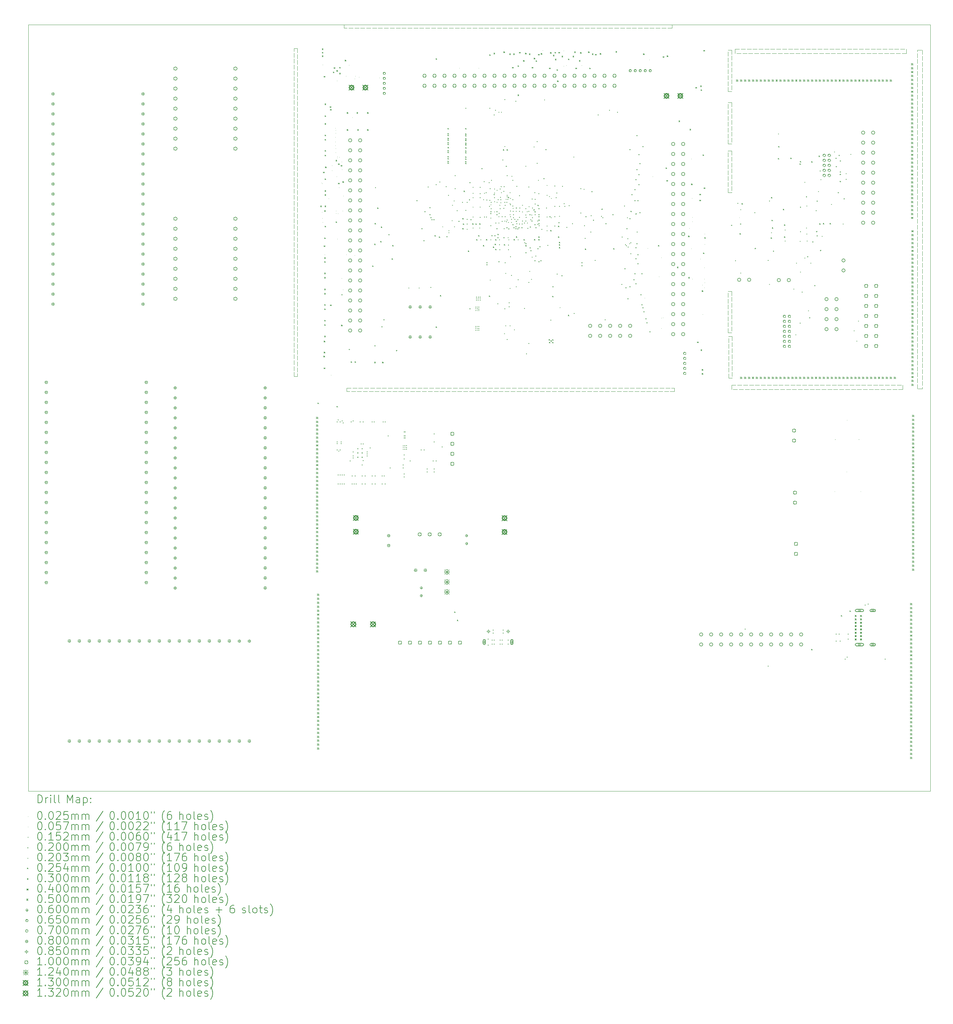
<source format=gbr>
%TF.GenerationSoftware,KiCad,Pcbnew,(7.0.0)*%
%TF.CreationDate,2023-03-18T13:27:11-04:00*%
%TF.ProjectId,FPGAs-Ard_RPi_BB,46504741-732d-4417-9264-5f5250695f42,rev?*%
%TF.SameCoordinates,Original*%
%TF.FileFunction,Drillmap*%
%TF.FilePolarity,Positive*%
%FSLAX45Y45*%
G04 Gerber Fmt 4.5, Leading zero omitted, Abs format (unit mm)*
G04 Created by KiCad (PCBNEW (7.0.0)) date 2023-03-18 13:27:11*
%MOMM*%
%LPD*%
G01*
G04 APERTURE LIST*
%ADD10C,0.100000*%
%ADD11C,0.200000*%
%ADD12C,0.002540*%
%ADD13C,0.005680*%
%ADD14C,0.015240*%
%ADD15C,0.020000*%
%ADD16C,0.020320*%
%ADD17C,0.025400*%
%ADD18C,0.030000*%
%ADD19C,0.040000*%
%ADD20C,0.050000*%
%ADD21C,0.060000*%
%ADD22C,0.065000*%
%ADD23C,0.070000*%
%ADD24C,0.080000*%
%ADD25C,0.085000*%
%ADD26C,0.124000*%
%ADD27C,0.130000*%
%ADD28C,0.132000*%
G04 APERTURE END LIST*
D10*
X35465000Y-2225000D02*
X35550000Y-2225000D01*
X35550000Y-2225000D02*
X35550000Y-2335000D01*
X35550000Y-2375000D02*
X35550000Y-2485000D01*
X35550000Y-2525000D02*
X35550000Y-2635000D01*
X35550000Y-2675000D02*
X35550000Y-2785000D01*
X35550000Y-2825000D02*
X35550000Y-2935000D01*
X35550000Y-2975000D02*
X35550000Y-3085000D01*
X35550000Y-3125000D02*
X35550000Y-3235000D01*
X35550000Y-3275000D02*
X35550000Y-3280000D01*
X35550000Y-3280000D02*
X35465000Y-3280000D01*
X35465000Y-3280000D02*
X35465000Y-3170000D01*
X35465000Y-3130000D02*
X35465000Y-3020000D01*
X35465000Y-2980000D02*
X35465000Y-2870000D01*
X35465000Y-2830000D02*
X35465000Y-2720000D01*
X35465000Y-2680000D02*
X35465000Y-2570000D01*
X35465000Y-2530000D02*
X35465000Y-2420000D01*
X35465000Y-2380000D02*
X35465000Y-2270000D01*
X35465000Y-2230000D02*
X35465000Y-2225000D01*
X24440000Y-2185000D02*
X24525000Y-2185000D01*
X24525000Y-2185000D02*
X24525000Y-2295000D01*
X24525000Y-2335000D02*
X24525000Y-2445000D01*
X24525000Y-2485000D02*
X24525000Y-2595000D01*
X24525000Y-2635000D02*
X24525000Y-2745000D01*
X24525000Y-2785000D02*
X24525000Y-2895000D01*
X24525000Y-2935000D02*
X24525000Y-3045000D01*
X24525000Y-3085000D02*
X24525000Y-3195000D01*
X24525000Y-3235000D02*
X24525000Y-3345000D01*
X24525000Y-3385000D02*
X24525000Y-3495000D01*
X24525000Y-3535000D02*
X24525000Y-3645000D01*
X24525000Y-3685000D02*
X24525000Y-3795000D01*
X24525000Y-3835000D02*
X24525000Y-3945000D01*
X24525000Y-3985000D02*
X24525000Y-4095000D01*
X24525000Y-4135000D02*
X24525000Y-4245000D01*
X24525000Y-4285000D02*
X24525000Y-4395000D01*
X24525000Y-4435000D02*
X24525000Y-4545000D01*
X24525000Y-4585000D02*
X24525000Y-4695000D01*
X24525000Y-4735000D02*
X24525000Y-4845000D01*
X24525000Y-4885000D02*
X24525000Y-4995000D01*
X24525000Y-5035000D02*
X24525000Y-5145000D01*
X24525000Y-5185000D02*
X24525000Y-5295000D01*
X24525000Y-5335000D02*
X24525000Y-5445000D01*
X24525000Y-5485000D02*
X24525000Y-5595000D01*
X24525000Y-5635000D02*
X24525000Y-5745000D01*
X24525000Y-5785000D02*
X24525000Y-5895000D01*
X24525000Y-5935000D02*
X24525000Y-6045000D01*
X24525000Y-6085000D02*
X24525000Y-6195000D01*
X24525000Y-6235000D02*
X24525000Y-6345000D01*
X24525000Y-6385000D02*
X24525000Y-6495000D01*
X24525000Y-6535000D02*
X24525000Y-6645000D01*
X24525000Y-6685000D02*
X24525000Y-6795000D01*
X24525000Y-6835000D02*
X24525000Y-6945000D01*
X24525000Y-6985000D02*
X24525000Y-7095000D01*
X24525000Y-7135000D02*
X24525000Y-7245000D01*
X24525000Y-7285000D02*
X24525000Y-7395000D01*
X24525000Y-7435000D02*
X24525000Y-7545000D01*
X24525000Y-7585000D02*
X24525000Y-7695000D01*
X24525000Y-7735000D02*
X24525000Y-7845000D01*
X24525000Y-7885000D02*
X24525000Y-7995000D01*
X24525000Y-8035000D02*
X24525000Y-8145000D01*
X24525000Y-8185000D02*
X24525000Y-8295000D01*
X24525000Y-8335000D02*
X24525000Y-8445000D01*
X24525000Y-8485000D02*
X24525000Y-8595000D01*
X24525000Y-8635000D02*
X24525000Y-8745000D01*
X24525000Y-8785000D02*
X24525000Y-8895000D01*
X24525000Y-8935000D02*
X24525000Y-9045000D01*
X24525000Y-9085000D02*
X24525000Y-9195000D01*
X24525000Y-9235000D02*
X24525000Y-9345000D01*
X24525000Y-9385000D02*
X24525000Y-9495000D01*
X24525000Y-9535000D02*
X24525000Y-9645000D01*
X24525000Y-9685000D02*
X24525000Y-9795000D01*
X24525000Y-9835000D02*
X24525000Y-9945000D01*
X24525000Y-9985000D02*
X24525000Y-10095000D01*
X24525000Y-10135000D02*
X24525000Y-10245000D01*
X24525000Y-10285000D02*
X24525000Y-10395000D01*
X24525000Y-10435000D02*
X24525000Y-10510000D01*
X24525000Y-10510000D02*
X24440000Y-10510000D01*
X24440000Y-10510000D02*
X24440000Y-10400000D01*
X24440000Y-10360000D02*
X24440000Y-10250000D01*
X24440000Y-10210000D02*
X24440000Y-10100000D01*
X24440000Y-10060000D02*
X24440000Y-9950000D01*
X24440000Y-9910000D02*
X24440000Y-9800000D01*
X24440000Y-9760000D02*
X24440000Y-9650000D01*
X24440000Y-9610000D02*
X24440000Y-9500000D01*
X24440000Y-9460000D02*
X24440000Y-9350000D01*
X24440000Y-9310000D02*
X24440000Y-9200000D01*
X24440000Y-9160000D02*
X24440000Y-9050000D01*
X24440000Y-9010000D02*
X24440000Y-8900000D01*
X24440000Y-8860000D02*
X24440000Y-8750000D01*
X24440000Y-8710000D02*
X24440000Y-8600000D01*
X24440000Y-8560000D02*
X24440000Y-8450000D01*
X24440000Y-8410000D02*
X24440000Y-8300000D01*
X24440000Y-8260000D02*
X24440000Y-8150000D01*
X24440000Y-8110000D02*
X24440000Y-8000000D01*
X24440000Y-7960000D02*
X24440000Y-7850000D01*
X24440000Y-7810000D02*
X24440000Y-7700000D01*
X24440000Y-7660000D02*
X24440000Y-7550000D01*
X24440000Y-7510000D02*
X24440000Y-7400000D01*
X24440000Y-7360000D02*
X24440000Y-7250000D01*
X24440000Y-7210000D02*
X24440000Y-7100000D01*
X24440000Y-7060000D02*
X24440000Y-6950000D01*
X24440000Y-6910000D02*
X24440000Y-6800000D01*
X24440000Y-6760000D02*
X24440000Y-6650000D01*
X24440000Y-6610000D02*
X24440000Y-6500000D01*
X24440000Y-6460000D02*
X24440000Y-6350000D01*
X24440000Y-6310000D02*
X24440000Y-6200000D01*
X24440000Y-6160000D02*
X24440000Y-6050000D01*
X24440000Y-6010000D02*
X24440000Y-5900000D01*
X24440000Y-5860000D02*
X24440000Y-5750000D01*
X24440000Y-5710000D02*
X24440000Y-5600000D01*
X24440000Y-5560000D02*
X24440000Y-5450000D01*
X24440000Y-5410000D02*
X24440000Y-5300000D01*
X24440000Y-5260000D02*
X24440000Y-5150000D01*
X24440000Y-5110000D02*
X24440000Y-5000000D01*
X24440000Y-4960000D02*
X24440000Y-4850000D01*
X24440000Y-4810000D02*
X24440000Y-4700000D01*
X24440000Y-4660000D02*
X24440000Y-4550000D01*
X24440000Y-4510000D02*
X24440000Y-4400000D01*
X24440000Y-4360000D02*
X24440000Y-4250000D01*
X24440000Y-4210000D02*
X24440000Y-4100000D01*
X24440000Y-4060000D02*
X24440000Y-3950000D01*
X24440000Y-3910000D02*
X24440000Y-3800000D01*
X24440000Y-3760000D02*
X24440000Y-3650000D01*
X24440000Y-3610000D02*
X24440000Y-3500000D01*
X24440000Y-3460000D02*
X24440000Y-3350000D01*
X24440000Y-3310000D02*
X24440000Y-3200000D01*
X24440000Y-3160000D02*
X24440000Y-3050000D01*
X24440000Y-3010000D02*
X24440000Y-2900000D01*
X24440000Y-2860000D02*
X24440000Y-2750000D01*
X24440000Y-2710000D02*
X24440000Y-2600000D01*
X24440000Y-2560000D02*
X24440000Y-2450000D01*
X24440000Y-2410000D02*
X24440000Y-2300000D01*
X24440000Y-2260000D02*
X24440000Y-2185000D01*
X35465000Y-3555000D02*
X35550000Y-3555000D01*
X35550000Y-3555000D02*
X35550000Y-3665000D01*
X35550000Y-3705000D02*
X35550000Y-3815000D01*
X35550000Y-3855000D02*
X35550000Y-3965000D01*
X35550000Y-4005000D02*
X35550000Y-4115000D01*
X35550000Y-4155000D02*
X35550000Y-4265000D01*
X35550000Y-4305000D02*
X35550000Y-4415000D01*
X35550000Y-4455000D02*
X35550000Y-4565000D01*
X35550000Y-4605000D02*
X35550000Y-4610000D01*
X35550000Y-4610000D02*
X35465000Y-4610000D01*
X35465000Y-4610000D02*
X35465000Y-4500000D01*
X35465000Y-4460000D02*
X35465000Y-4350000D01*
X35465000Y-4310000D02*
X35465000Y-4200000D01*
X35465000Y-4160000D02*
X35465000Y-4050000D01*
X35465000Y-4010000D02*
X35465000Y-3900000D01*
X35465000Y-3860000D02*
X35465000Y-3750000D01*
X35465000Y-3710000D02*
X35465000Y-3600000D01*
X35465000Y-3560000D02*
X35465000Y-3555000D01*
X25710000Y-1580000D02*
X25820000Y-1580000D01*
X25860000Y-1580000D02*
X25970000Y-1580000D01*
X26010000Y-1580000D02*
X26120000Y-1580000D01*
X26160000Y-1580000D02*
X26270000Y-1580000D01*
X26310000Y-1580000D02*
X26420000Y-1580000D01*
X26460000Y-1580000D02*
X26570000Y-1580000D01*
X26610000Y-1580000D02*
X26720000Y-1580000D01*
X26760000Y-1580000D02*
X26870000Y-1580000D01*
X26910000Y-1580000D02*
X27020000Y-1580000D01*
X27060000Y-1580000D02*
X27170000Y-1580000D01*
X27210000Y-1580000D02*
X27320000Y-1580000D01*
X27360000Y-1580000D02*
X27470000Y-1580000D01*
X27510000Y-1580000D02*
X27620000Y-1580000D01*
X27660000Y-1580000D02*
X27770000Y-1580000D01*
X27810000Y-1580000D02*
X27920000Y-1580000D01*
X27960000Y-1580000D02*
X28070000Y-1580000D01*
X28110000Y-1580000D02*
X28220000Y-1580000D01*
X28260000Y-1580000D02*
X28370000Y-1580000D01*
X28410000Y-1580000D02*
X28520000Y-1580000D01*
X28560000Y-1580000D02*
X28670000Y-1580000D01*
X28710000Y-1580000D02*
X28820000Y-1580000D01*
X28860000Y-1580000D02*
X28970000Y-1580000D01*
X29010000Y-1580000D02*
X29120000Y-1580000D01*
X29160000Y-1580000D02*
X29270000Y-1580000D01*
X29310000Y-1580000D02*
X29420000Y-1580000D01*
X29460000Y-1580000D02*
X29570000Y-1580000D01*
X29610000Y-1580000D02*
X29720000Y-1580000D01*
X29760000Y-1580000D02*
X29870000Y-1580000D01*
X29910000Y-1580000D02*
X30020000Y-1580000D01*
X30060000Y-1580000D02*
X30170000Y-1580000D01*
X30210000Y-1580000D02*
X30320000Y-1580000D01*
X30360000Y-1580000D02*
X30470000Y-1580000D01*
X30510000Y-1580000D02*
X30620000Y-1580000D01*
X30660000Y-1580000D02*
X30770000Y-1580000D01*
X30810000Y-1580000D02*
X30920000Y-1580000D01*
X30960000Y-1580000D02*
X31070000Y-1580000D01*
X31110000Y-1580000D02*
X31220000Y-1580000D01*
X31260000Y-1580000D02*
X31370000Y-1580000D01*
X31410000Y-1580000D02*
X31520000Y-1580000D01*
X31560000Y-1580000D02*
X31670000Y-1580000D01*
X31710000Y-1580000D02*
X31820000Y-1580000D01*
X31860000Y-1580000D02*
X31970000Y-1580000D01*
X32010000Y-1580000D02*
X32120000Y-1580000D01*
X32160000Y-1580000D02*
X32270000Y-1580000D01*
X32310000Y-1580000D02*
X32420000Y-1580000D01*
X32460000Y-1580000D02*
X32570000Y-1580000D01*
X32610000Y-1580000D02*
X32720000Y-1580000D01*
X32760000Y-1580000D02*
X32870000Y-1580000D01*
X32910000Y-1580000D02*
X33020000Y-1580000D01*
X33060000Y-1580000D02*
X33170000Y-1580000D01*
X33210000Y-1580000D02*
X33320000Y-1580000D01*
X33360000Y-1580000D02*
X33470000Y-1580000D01*
X33510000Y-1580000D02*
X33620000Y-1580000D01*
X33660000Y-1580000D02*
X33770000Y-1580000D01*
X33810000Y-1580000D02*
X33920000Y-1580000D01*
X33960000Y-1580000D02*
X34035000Y-1580000D01*
X34035000Y-1580000D02*
X34035000Y-1665000D01*
X34035000Y-1665000D02*
X33925000Y-1665000D01*
X33885000Y-1665000D02*
X33775000Y-1665000D01*
X33735000Y-1665000D02*
X33625000Y-1665000D01*
X33585000Y-1665000D02*
X33475000Y-1665000D01*
X33435000Y-1665000D02*
X33325000Y-1665000D01*
X33285000Y-1665000D02*
X33175000Y-1665000D01*
X33135000Y-1665000D02*
X33025000Y-1665000D01*
X32985000Y-1665000D02*
X32875000Y-1665000D01*
X32835000Y-1665000D02*
X32725000Y-1665000D01*
X32685000Y-1665000D02*
X32575000Y-1665000D01*
X32535000Y-1665000D02*
X32425000Y-1665000D01*
X32385000Y-1665000D02*
X32275000Y-1665000D01*
X32235000Y-1665000D02*
X32125000Y-1665000D01*
X32085000Y-1665000D02*
X31975000Y-1665000D01*
X31935000Y-1665000D02*
X31825000Y-1665000D01*
X31785000Y-1665000D02*
X31675000Y-1665000D01*
X31635000Y-1665000D02*
X31525000Y-1665000D01*
X31485000Y-1665000D02*
X31375000Y-1665000D01*
X31335000Y-1665000D02*
X31225000Y-1665000D01*
X31185000Y-1665000D02*
X31075000Y-1665000D01*
X31035000Y-1665000D02*
X30925000Y-1665000D01*
X30885000Y-1665000D02*
X30775000Y-1665000D01*
X30735000Y-1665000D02*
X30625000Y-1665000D01*
X30585000Y-1665000D02*
X30475000Y-1665000D01*
X30435000Y-1665000D02*
X30325000Y-1665000D01*
X30285000Y-1665000D02*
X30175000Y-1665000D01*
X30135000Y-1665000D02*
X30025000Y-1665000D01*
X29985000Y-1665000D02*
X29875000Y-1665000D01*
X29835000Y-1665000D02*
X29725000Y-1665000D01*
X29685000Y-1665000D02*
X29575000Y-1665000D01*
X29535000Y-1665000D02*
X29425000Y-1665000D01*
X29385000Y-1665000D02*
X29275000Y-1665000D01*
X29235000Y-1665000D02*
X29125000Y-1665000D01*
X29085000Y-1665000D02*
X28975000Y-1665000D01*
X28935000Y-1665000D02*
X28825000Y-1665000D01*
X28785000Y-1665000D02*
X28675000Y-1665000D01*
X28635000Y-1665000D02*
X28525000Y-1665000D01*
X28485000Y-1665000D02*
X28375000Y-1665000D01*
X28335000Y-1665000D02*
X28225000Y-1665000D01*
X28185000Y-1665000D02*
X28075000Y-1665000D01*
X28035000Y-1665000D02*
X27925000Y-1665000D01*
X27885000Y-1665000D02*
X27775000Y-1665000D01*
X27735000Y-1665000D02*
X27625000Y-1665000D01*
X27585000Y-1665000D02*
X27475000Y-1665000D01*
X27435000Y-1665000D02*
X27325000Y-1665000D01*
X27285000Y-1665000D02*
X27175000Y-1665000D01*
X27135000Y-1665000D02*
X27025000Y-1665000D01*
X26985000Y-1665000D02*
X26875000Y-1665000D01*
X26835000Y-1665000D02*
X26725000Y-1665000D01*
X26685000Y-1665000D02*
X26575000Y-1665000D01*
X26535000Y-1665000D02*
X26425000Y-1665000D01*
X26385000Y-1665000D02*
X26275000Y-1665000D01*
X26235000Y-1665000D02*
X26125000Y-1665000D01*
X26085000Y-1665000D02*
X25975000Y-1665000D01*
X25935000Y-1665000D02*
X25825000Y-1665000D01*
X25785000Y-1665000D02*
X25710000Y-1665000D01*
X25710000Y-1665000D02*
X25710000Y-1580000D01*
X40270000Y-2230000D02*
X40380000Y-2230000D01*
X40400000Y-2230000D02*
X40400000Y-2340000D01*
X40400000Y-2380000D02*
X40400000Y-2490000D01*
X40400000Y-2530000D02*
X40400000Y-2640000D01*
X40400000Y-2680000D02*
X40400000Y-2790000D01*
X40400000Y-2830000D02*
X40400000Y-2940000D01*
X40400000Y-2980000D02*
X40400000Y-3090000D01*
X40400000Y-3130000D02*
X40400000Y-3240000D01*
X40400000Y-3280000D02*
X40400000Y-3390000D01*
X40400000Y-3430000D02*
X40400000Y-3540000D01*
X40400000Y-3580000D02*
X40400000Y-3690000D01*
X40400000Y-3730000D02*
X40400000Y-3840000D01*
X40400000Y-3880000D02*
X40400000Y-3990000D01*
X40400000Y-4030000D02*
X40400000Y-4140000D01*
X40400000Y-4180000D02*
X40400000Y-4290000D01*
X40400000Y-4330000D02*
X40400000Y-4440000D01*
X40400000Y-4480000D02*
X40400000Y-4590000D01*
X40400000Y-4630000D02*
X40400000Y-4740000D01*
X40400000Y-4780000D02*
X40400000Y-4890000D01*
X40400000Y-4930000D02*
X40400000Y-5040000D01*
X40400000Y-5080000D02*
X40400000Y-5190000D01*
X40400000Y-5230000D02*
X40400000Y-5340000D01*
X40400000Y-5380000D02*
X40400000Y-5490000D01*
X40400000Y-5530000D02*
X40400000Y-5640000D01*
X40400000Y-5680000D02*
X40400000Y-5790000D01*
X40400000Y-5830000D02*
X40400000Y-5940000D01*
X40400000Y-5980000D02*
X40400000Y-6090000D01*
X40400000Y-6130000D02*
X40400000Y-6240000D01*
X40400000Y-6280000D02*
X40400000Y-6390000D01*
X40400000Y-6430000D02*
X40400000Y-6540000D01*
X40400000Y-6580000D02*
X40400000Y-6690000D01*
X40400000Y-6730000D02*
X40400000Y-6840000D01*
X40400000Y-6880000D02*
X40400000Y-6990000D01*
X40400000Y-7030000D02*
X40400000Y-7140000D01*
X40400000Y-7180000D02*
X40400000Y-7290000D01*
X40400000Y-7330000D02*
X40400000Y-7440000D01*
X40400000Y-7480000D02*
X40400000Y-7590000D01*
X40400000Y-7630000D02*
X40400000Y-7740000D01*
X40400000Y-7780000D02*
X40400000Y-7890000D01*
X40400000Y-7930000D02*
X40400000Y-8040000D01*
X40400000Y-8080000D02*
X40400000Y-8190000D01*
X40400000Y-8230000D02*
X40400000Y-8340000D01*
X40400000Y-8380000D02*
X40400000Y-8490000D01*
X40400000Y-8530000D02*
X40400000Y-8640000D01*
X40400000Y-8680000D02*
X40400000Y-8790000D01*
X40400000Y-8830000D02*
X40400000Y-8940000D01*
X40400000Y-8980000D02*
X40400000Y-9090000D01*
X40400000Y-9130000D02*
X40400000Y-9240000D01*
X40400000Y-9280000D02*
X40400000Y-9390000D01*
X40400000Y-9430000D02*
X40400000Y-9540000D01*
X40400000Y-9580000D02*
X40400000Y-9690000D01*
X40400000Y-9730000D02*
X40400000Y-9840000D01*
X40400000Y-9880000D02*
X40400000Y-9990000D01*
X40400000Y-10030000D02*
X40400000Y-10140000D01*
X40400000Y-10180000D02*
X40400000Y-10290000D01*
X40400000Y-10330000D02*
X40400000Y-10440000D01*
X40400000Y-10480000D02*
X40400000Y-10590000D01*
X40400000Y-10630000D02*
X40400000Y-10740000D01*
X40400000Y-10780000D02*
X40400000Y-10820000D01*
X40400000Y-10820000D02*
X40290000Y-10820000D01*
X40270000Y-10820000D02*
X40270000Y-10710000D01*
X40270000Y-10670000D02*
X40270000Y-10560000D01*
X40270000Y-10520000D02*
X40270000Y-10410000D01*
X40270000Y-10370000D02*
X40270000Y-10260000D01*
X40270000Y-10220000D02*
X40270000Y-10110000D01*
X40270000Y-10070000D02*
X40270000Y-9960000D01*
X40270000Y-9920000D02*
X40270000Y-9810000D01*
X40270000Y-9770000D02*
X40270000Y-9660000D01*
X40270000Y-9620000D02*
X40270000Y-9510000D01*
X40270000Y-9470000D02*
X40270000Y-9360000D01*
X40270000Y-9320000D02*
X40270000Y-9210000D01*
X40270000Y-9170000D02*
X40270000Y-9060000D01*
X40270000Y-9020000D02*
X40270000Y-8910000D01*
X40270000Y-8870000D02*
X40270000Y-8760000D01*
X40270000Y-8720000D02*
X40270000Y-8610000D01*
X40270000Y-8570000D02*
X40270000Y-8460000D01*
X40270000Y-8420000D02*
X40270000Y-8310000D01*
X40270000Y-8270000D02*
X40270000Y-8160000D01*
X40270000Y-8120000D02*
X40270000Y-8010000D01*
X40270000Y-7970000D02*
X40270000Y-7860000D01*
X40270000Y-7820000D02*
X40270000Y-7710000D01*
X40270000Y-7670000D02*
X40270000Y-7560000D01*
X40270000Y-7520000D02*
X40270000Y-7410000D01*
X40270000Y-7370000D02*
X40270000Y-7260000D01*
X40270000Y-7220000D02*
X40270000Y-7110000D01*
X40270000Y-7070000D02*
X40270000Y-6960000D01*
X40270000Y-6920000D02*
X40270000Y-6810000D01*
X40270000Y-6770000D02*
X40270000Y-6660000D01*
X40270000Y-6620000D02*
X40270000Y-6510000D01*
X40270000Y-6470000D02*
X40270000Y-6360000D01*
X40270000Y-6320000D02*
X40270000Y-6210000D01*
X40270000Y-6170000D02*
X40270000Y-6060000D01*
X40270000Y-6020000D02*
X40270000Y-5910000D01*
X40270000Y-5870000D02*
X40270000Y-5760000D01*
X40270000Y-5720000D02*
X40270000Y-5610000D01*
X40270000Y-5570000D02*
X40270000Y-5460000D01*
X40270000Y-5420000D02*
X40270000Y-5310000D01*
X40270000Y-5270000D02*
X40270000Y-5160000D01*
X40270000Y-5120000D02*
X40270000Y-5010000D01*
X40270000Y-4970000D02*
X40270000Y-4860000D01*
X40270000Y-4820000D02*
X40270000Y-4710000D01*
X40270000Y-4670000D02*
X40270000Y-4560000D01*
X40270000Y-4520000D02*
X40270000Y-4410000D01*
X40270000Y-4370000D02*
X40270000Y-4260000D01*
X40270000Y-4220000D02*
X40270000Y-4110000D01*
X40270000Y-4070000D02*
X40270000Y-3960000D01*
X40270000Y-3920000D02*
X40270000Y-3810000D01*
X40270000Y-3770000D02*
X40270000Y-3660000D01*
X40270000Y-3620000D02*
X40270000Y-3510000D01*
X40270000Y-3470000D02*
X40270000Y-3360000D01*
X40270000Y-3320000D02*
X40270000Y-3210000D01*
X40270000Y-3170000D02*
X40270000Y-3060000D01*
X40270000Y-3020000D02*
X40270000Y-2910000D01*
X40270000Y-2870000D02*
X40270000Y-2760000D01*
X40270000Y-2720000D02*
X40270000Y-2610000D01*
X40270000Y-2570000D02*
X40270000Y-2460000D01*
X40270000Y-2420000D02*
X40270000Y-2310000D01*
X40270000Y-2270000D02*
X40270000Y-2230000D01*
X17690000Y-1580000D02*
X40600000Y-1580000D01*
X40600000Y-1580000D02*
X40600000Y-21030000D01*
X40600000Y-21030000D02*
X17690000Y-21030000D01*
X17690000Y-21030000D02*
X17690000Y-1580000D01*
X35475000Y-9495000D02*
X35560000Y-9495000D01*
X35560000Y-9495000D02*
X35560000Y-9605000D01*
X35560000Y-9645000D02*
X35560000Y-9755000D01*
X35560000Y-9795000D02*
X35560000Y-9905000D01*
X35560000Y-9945000D02*
X35560000Y-10055000D01*
X35560000Y-10095000D02*
X35560000Y-10205000D01*
X35560000Y-10245000D02*
X35560000Y-10355000D01*
X35560000Y-10395000D02*
X35560000Y-10505000D01*
X35560000Y-10545000D02*
X35560000Y-10550000D01*
X35560000Y-10550000D02*
X35475000Y-10550000D01*
X35475000Y-10550000D02*
X35475000Y-10440000D01*
X35475000Y-10400000D02*
X35475000Y-10290000D01*
X35475000Y-10250000D02*
X35475000Y-10140000D01*
X35475000Y-10100000D02*
X35475000Y-9990000D01*
X35475000Y-9950000D02*
X35475000Y-9840000D01*
X35475000Y-9800000D02*
X35475000Y-9690000D01*
X35475000Y-9650000D02*
X35475000Y-9540000D01*
X35475000Y-9500000D02*
X35475000Y-9495000D01*
X35550000Y-10730000D02*
X35660000Y-10730000D01*
X35700000Y-10730000D02*
X35810000Y-10730000D01*
X35850000Y-10730000D02*
X35960000Y-10730000D01*
X36000000Y-10730000D02*
X36110000Y-10730000D01*
X36150000Y-10730000D02*
X36260000Y-10730000D01*
X36300000Y-10730000D02*
X36410000Y-10730000D01*
X36450000Y-10730000D02*
X36560000Y-10730000D01*
X36600000Y-10730000D02*
X36710000Y-10730000D01*
X36750000Y-10730000D02*
X36860000Y-10730000D01*
X36900000Y-10730000D02*
X37010000Y-10730000D01*
X37050000Y-10730000D02*
X37160000Y-10730000D01*
X37200000Y-10730000D02*
X37310000Y-10730000D01*
X37350000Y-10730000D02*
X37460000Y-10730000D01*
X37500000Y-10730000D02*
X37610000Y-10730000D01*
X37650000Y-10730000D02*
X37760000Y-10730000D01*
X37800000Y-10730000D02*
X37910000Y-10730000D01*
X37950000Y-10730000D02*
X38060000Y-10730000D01*
X38100000Y-10730000D02*
X38210000Y-10730000D01*
X38250000Y-10730000D02*
X38360000Y-10730000D01*
X38400000Y-10730000D02*
X38510000Y-10730000D01*
X38550000Y-10730000D02*
X38660000Y-10730000D01*
X38700000Y-10730000D02*
X38810000Y-10730000D01*
X38850000Y-10730000D02*
X38960000Y-10730000D01*
X39000000Y-10730000D02*
X39110000Y-10730000D01*
X39150000Y-10730000D02*
X39260000Y-10730000D01*
X39300000Y-10730000D02*
X39410000Y-10730000D01*
X39450000Y-10730000D02*
X39560000Y-10730000D01*
X39600000Y-10730000D02*
X39710000Y-10730000D01*
X39750000Y-10730000D02*
X39860000Y-10730000D01*
X39900000Y-10730000D02*
X39900000Y-10730000D01*
X39900000Y-10730000D02*
X39900000Y-10840000D01*
X39900000Y-10840000D02*
X39790000Y-10840000D01*
X39750000Y-10840000D02*
X39640000Y-10840000D01*
X39600000Y-10840000D02*
X39490000Y-10840000D01*
X39450000Y-10840000D02*
X39340000Y-10840000D01*
X39300000Y-10840000D02*
X39190000Y-10840000D01*
X39150000Y-10840000D02*
X39040000Y-10840000D01*
X39000000Y-10840000D02*
X38890000Y-10840000D01*
X38850000Y-10840000D02*
X38740000Y-10840000D01*
X38700000Y-10840000D02*
X38590000Y-10840000D01*
X38550000Y-10840000D02*
X38440000Y-10840000D01*
X38400000Y-10840000D02*
X38290000Y-10840000D01*
X38250000Y-10840000D02*
X38140000Y-10840000D01*
X38100000Y-10840000D02*
X37990000Y-10840000D01*
X37950000Y-10840000D02*
X37840000Y-10840000D01*
X37800000Y-10840000D02*
X37690000Y-10840000D01*
X37650000Y-10840000D02*
X37540000Y-10840000D01*
X37500000Y-10840000D02*
X37390000Y-10840000D01*
X37350000Y-10840000D02*
X37240000Y-10840000D01*
X37200000Y-10840000D02*
X37090000Y-10840000D01*
X37050000Y-10840000D02*
X36940000Y-10840000D01*
X36900000Y-10840000D02*
X36790000Y-10840000D01*
X36750000Y-10840000D02*
X36640000Y-10840000D01*
X36600000Y-10840000D02*
X36490000Y-10840000D01*
X36450000Y-10840000D02*
X36340000Y-10840000D01*
X36300000Y-10840000D02*
X36190000Y-10840000D01*
X36150000Y-10840000D02*
X36040000Y-10840000D01*
X36000000Y-10840000D02*
X35890000Y-10840000D01*
X35850000Y-10840000D02*
X35740000Y-10840000D01*
X35700000Y-10840000D02*
X35590000Y-10840000D01*
X35550000Y-10840000D02*
X35550000Y-10840000D01*
X35550000Y-10840000D02*
X35550000Y-10730000D01*
X35465000Y-4785000D02*
X35550000Y-4785000D01*
X35550000Y-4785000D02*
X35550000Y-4895000D01*
X35550000Y-4935000D02*
X35550000Y-5045000D01*
X35550000Y-5085000D02*
X35550000Y-5195000D01*
X35550000Y-5235000D02*
X35550000Y-5345000D01*
X35550000Y-5385000D02*
X35550000Y-5495000D01*
X35550000Y-5535000D02*
X35550000Y-5645000D01*
X35550000Y-5685000D02*
X35550000Y-5795000D01*
X35550000Y-5835000D02*
X35550000Y-5840000D01*
X35550000Y-5840000D02*
X35465000Y-5840000D01*
X35465000Y-5840000D02*
X35465000Y-5730000D01*
X35465000Y-5690000D02*
X35465000Y-5580000D01*
X35465000Y-5540000D02*
X35465000Y-5430000D01*
X35465000Y-5390000D02*
X35465000Y-5280000D01*
X35465000Y-5240000D02*
X35465000Y-5130000D01*
X35465000Y-5090000D02*
X35465000Y-4980000D01*
X35465000Y-4940000D02*
X35465000Y-4830000D01*
X35465000Y-4790000D02*
X35465000Y-4785000D01*
X25775000Y-10805000D02*
X25885000Y-10805000D01*
X25925000Y-10805000D02*
X26035000Y-10805000D01*
X26075000Y-10805000D02*
X26185000Y-10805000D01*
X26225000Y-10805000D02*
X26335000Y-10805000D01*
X26375000Y-10805000D02*
X26485000Y-10805000D01*
X26525000Y-10805000D02*
X26635000Y-10805000D01*
X26675000Y-10805000D02*
X26785000Y-10805000D01*
X26825000Y-10805000D02*
X26935000Y-10805000D01*
X26975000Y-10805000D02*
X27085000Y-10805000D01*
X27125000Y-10805000D02*
X27235000Y-10805000D01*
X27275000Y-10805000D02*
X27385000Y-10805000D01*
X27425000Y-10805000D02*
X27535000Y-10805000D01*
X27575000Y-10805000D02*
X27685000Y-10805000D01*
X27725000Y-10805000D02*
X27835000Y-10805000D01*
X27875000Y-10805000D02*
X27985000Y-10805000D01*
X28025000Y-10805000D02*
X28135000Y-10805000D01*
X28175000Y-10805000D02*
X28285000Y-10805000D01*
X28325000Y-10805000D02*
X28435000Y-10805000D01*
X28475000Y-10805000D02*
X28585000Y-10805000D01*
X28625000Y-10805000D02*
X28735000Y-10805000D01*
X28775000Y-10805000D02*
X28885000Y-10805000D01*
X28925000Y-10805000D02*
X29035000Y-10805000D01*
X29075000Y-10805000D02*
X29185000Y-10805000D01*
X29225000Y-10805000D02*
X29335000Y-10805000D01*
X29375000Y-10805000D02*
X29485000Y-10805000D01*
X29525000Y-10805000D02*
X29635000Y-10805000D01*
X29675000Y-10805000D02*
X29785000Y-10805000D01*
X29825000Y-10805000D02*
X29935000Y-10805000D01*
X29975000Y-10805000D02*
X30085000Y-10805000D01*
X30125000Y-10805000D02*
X30235000Y-10805000D01*
X30275000Y-10805000D02*
X30385000Y-10805000D01*
X30425000Y-10805000D02*
X30535000Y-10805000D01*
X30575000Y-10805000D02*
X30685000Y-10805000D01*
X30725000Y-10805000D02*
X30835000Y-10805000D01*
X30875000Y-10805000D02*
X30985000Y-10805000D01*
X31025000Y-10805000D02*
X31135000Y-10805000D01*
X31175000Y-10805000D02*
X31285000Y-10805000D01*
X31325000Y-10805000D02*
X31435000Y-10805000D01*
X31475000Y-10805000D02*
X31585000Y-10805000D01*
X31625000Y-10805000D02*
X31735000Y-10805000D01*
X31775000Y-10805000D02*
X31885000Y-10805000D01*
X31925000Y-10805000D02*
X32035000Y-10805000D01*
X32075000Y-10805000D02*
X32185000Y-10805000D01*
X32225000Y-10805000D02*
X32335000Y-10805000D01*
X32375000Y-10805000D02*
X32485000Y-10805000D01*
X32525000Y-10805000D02*
X32635000Y-10805000D01*
X32675000Y-10805000D02*
X32785000Y-10805000D01*
X32825000Y-10805000D02*
X32935000Y-10805000D01*
X32975000Y-10805000D02*
X33085000Y-10805000D01*
X33125000Y-10805000D02*
X33235000Y-10805000D01*
X33275000Y-10805000D02*
X33385000Y-10805000D01*
X33425000Y-10805000D02*
X33535000Y-10805000D01*
X33575000Y-10805000D02*
X33685000Y-10805000D01*
X33725000Y-10805000D02*
X33835000Y-10805000D01*
X33875000Y-10805000D02*
X33985000Y-10805000D01*
X34025000Y-10805000D02*
X34100000Y-10805000D01*
X34100000Y-10805000D02*
X34100000Y-10890000D01*
X34100000Y-10890000D02*
X33990000Y-10890000D01*
X33950000Y-10890000D02*
X33840000Y-10890000D01*
X33800000Y-10890000D02*
X33690000Y-10890000D01*
X33650000Y-10890000D02*
X33540000Y-10890000D01*
X33500000Y-10890000D02*
X33390000Y-10890000D01*
X33350000Y-10890000D02*
X33240000Y-10890000D01*
X33200000Y-10890000D02*
X33090000Y-10890000D01*
X33050000Y-10890000D02*
X32940000Y-10890000D01*
X32900000Y-10890000D02*
X32790000Y-10890000D01*
X32750000Y-10890000D02*
X32640000Y-10890000D01*
X32600000Y-10890000D02*
X32490000Y-10890000D01*
X32450000Y-10890000D02*
X32340000Y-10890000D01*
X32300000Y-10890000D02*
X32190000Y-10890000D01*
X32150000Y-10890000D02*
X32040000Y-10890000D01*
X32000000Y-10890000D02*
X31890000Y-10890000D01*
X31850000Y-10890000D02*
X31740000Y-10890000D01*
X31700000Y-10890000D02*
X31590000Y-10890000D01*
X31550000Y-10890000D02*
X31440000Y-10890000D01*
X31400000Y-10890000D02*
X31290000Y-10890000D01*
X31250000Y-10890000D02*
X31140000Y-10890000D01*
X31100000Y-10890000D02*
X30990000Y-10890000D01*
X30950000Y-10890000D02*
X30840000Y-10890000D01*
X30800000Y-10890000D02*
X30690000Y-10890000D01*
X30650000Y-10890000D02*
X30540000Y-10890000D01*
X30500000Y-10890000D02*
X30390000Y-10890000D01*
X30350000Y-10890000D02*
X30240000Y-10890000D01*
X30200000Y-10890000D02*
X30090000Y-10890000D01*
X30050000Y-10890000D02*
X29940000Y-10890000D01*
X29900000Y-10890000D02*
X29790000Y-10890000D01*
X29750000Y-10890000D02*
X29640000Y-10890000D01*
X29600000Y-10890000D02*
X29490000Y-10890000D01*
X29450000Y-10890000D02*
X29340000Y-10890000D01*
X29300000Y-10890000D02*
X29190000Y-10890000D01*
X29150000Y-10890000D02*
X29040000Y-10890000D01*
X29000000Y-10890000D02*
X28890000Y-10890000D01*
X28850000Y-10890000D02*
X28740000Y-10890000D01*
X28700000Y-10890000D02*
X28590000Y-10890000D01*
X28550000Y-10890000D02*
X28440000Y-10890000D01*
X28400000Y-10890000D02*
X28290000Y-10890000D01*
X28250000Y-10890000D02*
X28140000Y-10890000D01*
X28100000Y-10890000D02*
X27990000Y-10890000D01*
X27950000Y-10890000D02*
X27840000Y-10890000D01*
X27800000Y-10890000D02*
X27690000Y-10890000D01*
X27650000Y-10890000D02*
X27540000Y-10890000D01*
X27500000Y-10890000D02*
X27390000Y-10890000D01*
X27350000Y-10890000D02*
X27240000Y-10890000D01*
X27200000Y-10890000D02*
X27090000Y-10890000D01*
X27050000Y-10890000D02*
X26940000Y-10890000D01*
X26900000Y-10890000D02*
X26790000Y-10890000D01*
X26750000Y-10890000D02*
X26640000Y-10890000D01*
X26600000Y-10890000D02*
X26490000Y-10890000D01*
X26450000Y-10890000D02*
X26340000Y-10890000D01*
X26300000Y-10890000D02*
X26190000Y-10890000D01*
X26150000Y-10890000D02*
X26040000Y-10890000D01*
X26000000Y-10890000D02*
X25890000Y-10890000D01*
X25850000Y-10890000D02*
X25775000Y-10890000D01*
X25775000Y-10890000D02*
X25775000Y-10805000D01*
X35465000Y-8345000D02*
X35550000Y-8345000D01*
X35550000Y-8345000D02*
X35550000Y-8455000D01*
X35550000Y-8495000D02*
X35550000Y-8605000D01*
X35550000Y-8645000D02*
X35550000Y-8755000D01*
X35550000Y-8795000D02*
X35550000Y-8905000D01*
X35550000Y-8945000D02*
X35550000Y-9055000D01*
X35550000Y-9095000D02*
X35550000Y-9205000D01*
X35550000Y-9245000D02*
X35550000Y-9355000D01*
X35550000Y-9395000D02*
X35550000Y-9400000D01*
X35550000Y-9400000D02*
X35465000Y-9400000D01*
X35465000Y-9400000D02*
X35465000Y-9290000D01*
X35465000Y-9250000D02*
X35465000Y-9140000D01*
X35465000Y-9100000D02*
X35465000Y-8990000D01*
X35465000Y-8950000D02*
X35465000Y-8840000D01*
X35465000Y-8800000D02*
X35465000Y-8690000D01*
X35465000Y-8650000D02*
X35465000Y-8540000D01*
X35465000Y-8500000D02*
X35465000Y-8390000D01*
X35465000Y-8350000D02*
X35465000Y-8345000D01*
X35640000Y-2200000D02*
X35750000Y-2200000D01*
X35790000Y-2200000D02*
X35900000Y-2200000D01*
X35940000Y-2200000D02*
X36050000Y-2200000D01*
X36090000Y-2200000D02*
X36200000Y-2200000D01*
X36240000Y-2200000D02*
X36350000Y-2200000D01*
X36390000Y-2200000D02*
X36500000Y-2200000D01*
X36540000Y-2200000D02*
X36650000Y-2200000D01*
X36690000Y-2200000D02*
X36800000Y-2200000D01*
X36840000Y-2200000D02*
X36950000Y-2200000D01*
X36990000Y-2200000D02*
X37100000Y-2200000D01*
X37140000Y-2200000D02*
X37250000Y-2200000D01*
X37290000Y-2200000D02*
X37400000Y-2200000D01*
X37440000Y-2200000D02*
X37550000Y-2200000D01*
X37590000Y-2200000D02*
X37700000Y-2200000D01*
X37740000Y-2200000D02*
X37850000Y-2200000D01*
X37890000Y-2200000D02*
X38000000Y-2200000D01*
X38040000Y-2200000D02*
X38150000Y-2200000D01*
X38190000Y-2200000D02*
X38300000Y-2200000D01*
X38340000Y-2200000D02*
X38450000Y-2200000D01*
X38490000Y-2200000D02*
X38600000Y-2200000D01*
X38640000Y-2200000D02*
X38750000Y-2200000D01*
X38790000Y-2200000D02*
X38900000Y-2200000D01*
X38940000Y-2200000D02*
X39050000Y-2200000D01*
X39090000Y-2200000D02*
X39200000Y-2200000D01*
X39240000Y-2200000D02*
X39350000Y-2200000D01*
X39390000Y-2200000D02*
X39500000Y-2200000D01*
X39540000Y-2200000D02*
X39650000Y-2200000D01*
X39690000Y-2200000D02*
X39800000Y-2200000D01*
X39840000Y-2200000D02*
X39950000Y-2200000D01*
X39990000Y-2200000D02*
X39990000Y-2200000D01*
X39990000Y-2200000D02*
X39990000Y-2310000D01*
X39990000Y-2310000D02*
X39880000Y-2310000D01*
X39840000Y-2310000D02*
X39730000Y-2310000D01*
X39690000Y-2310000D02*
X39580000Y-2310000D01*
X39540000Y-2310000D02*
X39430000Y-2310000D01*
X39390000Y-2310000D02*
X39280000Y-2310000D01*
X39240000Y-2310000D02*
X39130000Y-2310000D01*
X39090000Y-2310000D02*
X38980000Y-2310000D01*
X38940000Y-2310000D02*
X38830000Y-2310000D01*
X38790000Y-2310000D02*
X38680000Y-2310000D01*
X38640000Y-2310000D02*
X38530000Y-2310000D01*
X38490000Y-2310000D02*
X38380000Y-2310000D01*
X38340000Y-2310000D02*
X38230000Y-2310000D01*
X38190000Y-2310000D02*
X38080000Y-2310000D01*
X38040000Y-2310000D02*
X37930000Y-2310000D01*
X37890000Y-2310000D02*
X37780000Y-2310000D01*
X37740000Y-2310000D02*
X37630000Y-2310000D01*
X37590000Y-2310000D02*
X37480000Y-2310000D01*
X37440000Y-2310000D02*
X37330000Y-2310000D01*
X37290000Y-2310000D02*
X37180000Y-2310000D01*
X37140000Y-2310000D02*
X37030000Y-2310000D01*
X36990000Y-2310000D02*
X36880000Y-2310000D01*
X36840000Y-2310000D02*
X36730000Y-2310000D01*
X36690000Y-2310000D02*
X36580000Y-2310000D01*
X36540000Y-2310000D02*
X36430000Y-2310000D01*
X36390000Y-2310000D02*
X36280000Y-2310000D01*
X36240000Y-2310000D02*
X36130000Y-2310000D01*
X36090000Y-2310000D02*
X35980000Y-2310000D01*
X35940000Y-2310000D02*
X35830000Y-2310000D01*
X35790000Y-2310000D02*
X35680000Y-2310000D01*
X35640000Y-2310000D02*
X35640000Y-2310000D01*
X35640000Y-2310000D02*
X35640000Y-2200000D01*
D11*
D12*
X38167119Y-13429220D02*
X38169659Y-13431760D01*
X38169659Y-13429220D02*
X38167119Y-13431760D01*
X38182609Y-12104221D02*
X38185149Y-12106761D01*
X38185149Y-12104221D02*
X38182609Y-12106761D01*
X38472119Y-12929221D02*
X38474659Y-12931761D01*
X38474659Y-12929221D02*
X38472119Y-12931761D01*
X38482609Y-11614221D02*
X38485149Y-11616761D01*
X38485149Y-11614221D02*
X38482609Y-11616761D01*
X38782609Y-12104221D02*
X38785149Y-12106761D01*
X38785149Y-12104221D02*
X38782609Y-12106761D01*
X38827119Y-13429220D02*
X38829659Y-13431760D01*
X38829659Y-13429220D02*
X38827119Y-13431760D01*
D13*
X25132840Y-2700000D02*
G75*
G03*
X25132840Y-2700000I-2840J0D01*
G01*
X25132840Y-7550000D02*
G75*
G03*
X25132840Y-7550000I-2840J0D01*
G01*
X25142840Y-5600000D02*
G75*
G03*
X25142840Y-5600000I-2840J0D01*
G01*
X25152840Y-6350000D02*
G75*
G03*
X25152840Y-6350000I-2840J0D01*
G01*
X25162840Y-5620000D02*
G75*
G03*
X25162840Y-5620000I-2840J0D01*
G01*
X25162840Y-6500000D02*
G75*
G03*
X25162840Y-6500000I-2840J0D01*
G01*
X25172840Y-2600000D02*
G75*
G03*
X25172840Y-2600000I-2840J0D01*
G01*
X25172840Y-6600000D02*
G75*
G03*
X25172840Y-6600000I-2840J0D01*
G01*
X25222840Y-7420000D02*
G75*
G03*
X25222840Y-7420000I-2840J0D01*
G01*
X25232840Y-6440000D02*
G75*
G03*
X25232840Y-6440000I-2840J0D01*
G01*
X25309110Y-8330000D02*
G75*
G03*
X25309110Y-8330000I-2840J0D01*
G01*
X25322840Y-6000000D02*
G75*
G03*
X25322840Y-6000000I-2840J0D01*
G01*
X25342840Y-6110000D02*
G75*
G03*
X25342840Y-6110000I-2840J0D01*
G01*
X25352840Y-6750000D02*
G75*
G03*
X25352840Y-6750000I-2840J0D01*
G01*
X25352840Y-9070000D02*
G75*
G03*
X25352840Y-9070000I-2840J0D01*
G01*
X25382840Y-10480000D02*
G75*
G03*
X25382840Y-10480000I-2840J0D01*
G01*
X25392840Y-7060000D02*
G75*
G03*
X25392840Y-7060000I-2840J0D01*
G01*
X25392840Y-7780000D02*
G75*
G03*
X25392840Y-7780000I-2840J0D01*
G01*
X25406610Y-5160000D02*
G75*
G03*
X25406610Y-5160000I-2840J0D01*
G01*
X25406610Y-5290730D02*
G75*
G03*
X25406610Y-5290730I-2840J0D01*
G01*
X25490670Y-4210000D02*
G75*
G03*
X25490670Y-4210000I-2840J0D01*
G01*
X25490670Y-4440000D02*
G75*
G03*
X25490670Y-4440000I-2840J0D01*
G01*
X25490670Y-4560000D02*
G75*
G03*
X25490670Y-4560000I-2840J0D01*
G01*
X25492840Y-4650000D02*
G75*
G03*
X25492840Y-4650000I-2840J0D01*
G01*
X25499110Y-5300000D02*
G75*
G03*
X25499110Y-5300000I-2840J0D01*
G01*
X25502840Y-4260000D02*
G75*
G03*
X25502840Y-4260000I-2840J0D01*
G01*
X25502840Y-4340000D02*
G75*
G03*
X25502840Y-4340000I-2840J0D01*
G01*
X25502840Y-4730000D02*
G75*
G03*
X25502840Y-4730000I-2840J0D01*
G01*
X25502840Y-4830000D02*
G75*
G03*
X25502840Y-4830000I-2840J0D01*
G01*
X25512840Y-6310000D02*
G75*
G03*
X25512840Y-6310000I-2840J0D01*
G01*
X25512840Y-6370000D02*
G75*
G03*
X25512840Y-6370000I-2840J0D01*
G01*
X25512840Y-6500000D02*
G75*
G03*
X25512840Y-6500000I-2840J0D01*
G01*
X25522840Y-4030000D02*
G75*
G03*
X25522840Y-4030000I-2840J0D01*
G01*
X25522840Y-5440000D02*
G75*
G03*
X25522840Y-5440000I-2840J0D01*
G01*
X25532840Y-3010000D02*
G75*
G03*
X25532840Y-3010000I-2840J0D01*
G01*
X25542068Y-4930000D02*
G75*
G03*
X25542068Y-4930000I-2840J0D01*
G01*
X25542068Y-4970000D02*
G75*
G03*
X25542068Y-4970000I-2840J0D01*
G01*
X25542840Y-7020000D02*
G75*
G03*
X25542840Y-7020000I-2840J0D01*
G01*
X25562840Y-6380000D02*
G75*
G03*
X25562840Y-6380000I-2840J0D01*
G01*
X25572840Y-5380000D02*
G75*
G03*
X25572840Y-5380000I-2840J0D01*
G01*
X25582840Y-5720000D02*
G75*
G03*
X25582840Y-5720000I-2840J0D01*
G01*
X25592810Y-6850000D02*
G75*
G03*
X25592810Y-6850000I-2840J0D01*
G01*
X25592840Y-4950000D02*
G75*
G03*
X25592840Y-4950000I-2840J0D01*
G01*
X25612840Y-3970000D02*
G75*
G03*
X25612840Y-3970000I-2840J0D01*
G01*
X25632840Y-3420000D02*
G75*
G03*
X25632840Y-3420000I-2840J0D01*
G01*
X25632840Y-10400000D02*
G75*
G03*
X25632840Y-10400000I-2840J0D01*
G01*
X25652840Y-5070000D02*
G75*
G03*
X25652840Y-5070000I-2840J0D01*
G01*
X25652840Y-8020000D02*
G75*
G03*
X25652840Y-8020000I-2840J0D01*
G01*
X25662840Y-5260000D02*
G75*
G03*
X25662840Y-5260000I-2840J0D01*
G01*
X25662840Y-5410000D02*
G75*
G03*
X25662840Y-5410000I-2840J0D01*
G01*
X25682840Y-6310000D02*
G75*
G03*
X25682840Y-6310000I-2840J0D01*
G01*
X25682840Y-8310000D02*
G75*
G03*
X25682840Y-8310000I-2840J0D01*
G01*
X25692840Y-5850000D02*
G75*
G03*
X25692840Y-5850000I-2840J0D01*
G01*
X25692840Y-5930000D02*
G75*
G03*
X25692840Y-5930000I-2840J0D01*
G01*
X25762840Y-2890000D02*
G75*
G03*
X25762840Y-2890000I-2840J0D01*
G01*
X25772840Y-7420000D02*
G75*
G03*
X25772840Y-7420000I-2840J0D01*
G01*
X25842840Y-2610000D02*
G75*
G03*
X25842840Y-2610000I-2840J0D01*
G01*
X25922840Y-3940000D02*
G75*
G03*
X25922840Y-3940000I-2840J0D01*
G01*
X25952840Y-5190000D02*
G75*
G03*
X25952840Y-5190000I-2840J0D01*
G01*
X25962840Y-2670000D02*
G75*
G03*
X25962840Y-2670000I-2840J0D01*
G01*
X25982840Y-2960000D02*
G75*
G03*
X25982840Y-2960000I-2840J0D01*
G01*
X25982840Y-7440000D02*
G75*
G03*
X25982840Y-7440000I-2840J0D01*
G01*
X26002840Y-2890000D02*
G75*
G03*
X26002840Y-2890000I-2840J0D01*
G01*
X26092840Y-2920000D02*
G75*
G03*
X26092840Y-2920000I-2840J0D01*
G01*
X26562840Y-5720000D02*
G75*
G03*
X26562840Y-5720000I-2840J0D01*
G01*
X26612840Y-2932330D02*
G75*
G03*
X26612840Y-2932330I-2840J0D01*
G01*
X28392840Y-2640000D02*
G75*
G03*
X28392840Y-2640000I-2840J0D01*
G01*
X28642840Y-2690000D02*
G75*
G03*
X28642840Y-2690000I-2840J0D01*
G01*
X29132840Y-2690000D02*
G75*
G03*
X29132840Y-2690000I-2840J0D01*
G01*
X30762840Y-2236270D02*
G75*
G03*
X30762840Y-2236270I-2840J0D01*
G01*
X30812840Y-2640000D02*
G75*
G03*
X30812840Y-2640000I-2840J0D01*
G01*
X31292840Y-2250000D02*
G75*
G03*
X31292840Y-2250000I-2840J0D01*
G01*
X31292840Y-2633730D02*
G75*
G03*
X31292840Y-2633730I-2840J0D01*
G01*
X31362840Y-2620000D02*
G75*
G03*
X31362840Y-2620000I-2840J0D01*
G01*
X31422840Y-2360000D02*
G75*
G03*
X31422840Y-2360000I-2840J0D01*
G01*
X31752840Y-2620000D02*
G75*
G03*
X31752840Y-2620000I-2840J0D01*
G01*
X33252840Y-2420000D02*
G75*
G03*
X33252840Y-2420000I-2840J0D01*
G01*
X33352840Y-8518490D02*
G75*
G03*
X33352840Y-8518490I-2840J0D01*
G01*
X33422840Y-7260000D02*
G75*
G03*
X33422840Y-7260000I-2840J0D01*
G01*
X33467506Y-2474666D02*
G75*
G03*
X33467506Y-2474666I-2840J0D01*
G01*
X33552840Y-5440000D02*
G75*
G03*
X33552840Y-5440000I-2840J0D01*
G01*
X33552840Y-9000000D02*
G75*
G03*
X33552840Y-9000000I-2840J0D01*
G01*
X33712840Y-7980000D02*
G75*
G03*
X33712840Y-7980000I-2840J0D01*
G01*
X33718750Y-7060000D02*
G75*
G03*
X33718750Y-7060000I-2840J0D01*
G01*
X33752840Y-6740000D02*
G75*
G03*
X33752840Y-6740000I-2840J0D01*
G01*
X33772840Y-7500000D02*
G75*
G03*
X33772840Y-7500000I-2840J0D01*
G01*
X33772840Y-9030000D02*
G75*
G03*
X33772840Y-9030000I-2840J0D01*
G01*
X33772840Y-9290000D02*
G75*
G03*
X33772840Y-9290000I-2840J0D01*
G01*
X33792840Y-5910000D02*
G75*
G03*
X33792840Y-5910000I-2840J0D01*
G01*
X33812840Y-9020000D02*
G75*
G03*
X33812840Y-9020000I-2840J0D01*
G01*
X34482840Y-6750000D02*
G75*
G03*
X34482840Y-6750000I-2840J0D01*
G01*
X34489110Y-6510000D02*
G75*
G03*
X34489110Y-6510000I-2840J0D01*
G01*
X34522840Y-6790000D02*
G75*
G03*
X34522840Y-6790000I-2840J0D01*
G01*
X34522840Y-6920000D02*
G75*
G03*
X34522840Y-6920000I-2840J0D01*
G01*
X34532840Y-4990000D02*
G75*
G03*
X34532840Y-4990000I-2840J0D01*
G01*
X34532840Y-7270000D02*
G75*
G03*
X34532840Y-7270000I-2840J0D01*
G01*
X34542840Y-8560000D02*
G75*
G03*
X34542840Y-8560000I-2840J0D01*
G01*
X34552840Y-5990000D02*
G75*
G03*
X34552840Y-5990000I-2840J0D01*
G01*
X34560410Y-6470000D02*
G75*
G03*
X34560410Y-6470000I-2840J0D01*
G01*
X34560410Y-6580000D02*
G75*
G03*
X34560410Y-6580000I-2840J0D01*
G01*
X34560410Y-8040000D02*
G75*
G03*
X34560410Y-8040000I-2840J0D01*
G01*
X34682840Y-6370000D02*
G75*
G03*
X34682840Y-6370000I-2840J0D01*
G01*
X34742840Y-6180000D02*
G75*
G03*
X34742840Y-6180000I-2840J0D01*
G01*
X34762840Y-7530000D02*
G75*
G03*
X34762840Y-7530000I-2840J0D01*
G01*
X34792840Y-6940000D02*
G75*
G03*
X34792840Y-6940000I-2840J0D01*
G01*
X34812840Y-8190000D02*
G75*
G03*
X34812840Y-8190000I-2840J0D01*
G01*
X34822840Y-8940000D02*
G75*
G03*
X34822840Y-8940000I-2840J0D01*
G01*
X34832840Y-8550000D02*
G75*
G03*
X34832840Y-8550000I-2840J0D01*
G01*
X34852840Y-7640000D02*
G75*
G03*
X34852840Y-7640000I-2840J0D01*
G01*
X34852840Y-8440000D02*
G75*
G03*
X34852840Y-8440000I-2840J0D01*
G01*
X34862840Y-7750700D02*
G75*
G03*
X34862840Y-7750700I-2840J0D01*
G01*
X34862840Y-8040000D02*
G75*
G03*
X34862840Y-8040000I-2840J0D01*
G01*
X34862840Y-8260000D02*
G75*
G03*
X34862840Y-8260000I-2840J0D01*
G01*
X34872840Y-6900000D02*
G75*
G03*
X34872840Y-6900000I-2840J0D01*
G01*
X34872840Y-7160000D02*
G75*
G03*
X34872840Y-7160000I-2840J0D01*
G01*
X34872840Y-8130000D02*
G75*
G03*
X34872840Y-8130000I-2840J0D01*
G01*
X35752840Y-6480000D02*
G75*
G03*
X35752840Y-6480000I-2840J0D01*
G01*
D14*
X25527000Y-11650980D02*
X25527000Y-11666220D01*
X25519380Y-11658600D02*
X25534620Y-11658600D01*
X25527000Y-12158980D02*
X25527000Y-12174220D01*
X25519380Y-12166600D02*
X25534620Y-12166600D01*
X25527000Y-12202380D02*
X25527000Y-12217620D01*
X25519380Y-12210000D02*
X25534620Y-12210000D01*
X25527000Y-12362180D02*
X25527000Y-12377420D01*
X25519380Y-12369800D02*
X25534620Y-12369800D01*
X25552400Y-11600180D02*
X25552400Y-11615420D01*
X25544780Y-11607800D02*
X25560020Y-11607800D01*
X25552400Y-12997180D02*
X25552400Y-13012420D01*
X25544780Y-13004800D02*
X25560020Y-13004800D01*
X25552400Y-13225780D02*
X25552400Y-13241020D01*
X25544780Y-13233400D02*
X25560020Y-13233400D01*
X25570000Y-12392380D02*
X25570000Y-12407620D01*
X25562380Y-12400000D02*
X25577620Y-12400000D01*
X25603200Y-11650980D02*
X25603200Y-11666220D01*
X25595580Y-11658600D02*
X25610820Y-11658600D01*
X25603200Y-12362180D02*
X25603200Y-12377420D01*
X25595580Y-12369800D02*
X25610820Y-12369800D01*
X25603200Y-12997180D02*
X25603200Y-13012420D01*
X25595580Y-13004800D02*
X25610820Y-13004800D01*
X25603200Y-13225780D02*
X25603200Y-13241020D01*
X25595580Y-13233400D02*
X25610820Y-13233400D01*
X25628600Y-12158980D02*
X25628600Y-12174220D01*
X25620980Y-12166600D02*
X25636220Y-12166600D01*
X25628600Y-12202380D02*
X25628600Y-12217620D01*
X25620980Y-12210000D02*
X25636220Y-12210000D01*
X25654000Y-11625580D02*
X25654000Y-11640820D01*
X25646380Y-11633200D02*
X25661620Y-11633200D01*
X25654000Y-12997180D02*
X25654000Y-13012420D01*
X25646380Y-13004800D02*
X25661620Y-13004800D01*
X25654000Y-13225780D02*
X25654000Y-13241020D01*
X25646380Y-13233400D02*
X25661620Y-13233400D01*
X25679400Y-11676380D02*
X25679400Y-11691620D01*
X25671780Y-11684000D02*
X25687020Y-11684000D01*
X25704800Y-12997180D02*
X25704800Y-13012420D01*
X25697180Y-13004800D02*
X25712420Y-13004800D01*
X25704800Y-13225780D02*
X25704800Y-13241020D01*
X25697180Y-13233400D02*
X25712420Y-13233400D01*
X25857200Y-12641580D02*
X25857200Y-12656820D01*
X25849580Y-12649200D02*
X25864820Y-12649200D01*
X25882600Y-11650980D02*
X25882600Y-11666220D01*
X25874980Y-11658600D02*
X25890220Y-11658600D01*
X25908000Y-13022580D02*
X25908000Y-13037820D01*
X25900380Y-13030200D02*
X25915620Y-13030200D01*
X25908000Y-13225780D02*
X25908000Y-13241020D01*
X25900380Y-13233400D02*
X25915620Y-13233400D01*
X25933400Y-11625580D02*
X25933400Y-11640820D01*
X25925780Y-11633200D02*
X25941020Y-11633200D01*
X25933400Y-12412980D02*
X25933400Y-12428220D01*
X25925780Y-12420600D02*
X25941020Y-12420600D01*
X25933400Y-12514580D02*
X25933400Y-12529820D01*
X25925780Y-12522200D02*
X25941020Y-12522200D01*
X25933400Y-12565380D02*
X25933400Y-12580620D01*
X25925780Y-12573000D02*
X25941020Y-12573000D01*
X25958800Y-13225780D02*
X25958800Y-13241020D01*
X25951180Y-13233400D02*
X25966420Y-13233400D01*
X25984200Y-13022580D02*
X25984200Y-13037820D01*
X25976580Y-13030200D02*
X25991820Y-13030200D01*
X26009600Y-13225780D02*
X26009600Y-13241020D01*
X26001980Y-13233400D02*
X26017220Y-13233400D01*
X26111200Y-11650980D02*
X26111200Y-11666220D01*
X26103580Y-11658600D02*
X26118820Y-11658600D01*
X26136600Y-12209780D02*
X26136600Y-12225020D01*
X26128980Y-12217400D02*
X26144220Y-12217400D01*
X26162000Y-12743180D02*
X26162000Y-12758420D01*
X26154380Y-12750800D02*
X26169620Y-12750800D01*
X26162000Y-13022580D02*
X26162000Y-13037820D01*
X26154380Y-13030200D02*
X26169620Y-13030200D01*
X26162000Y-13225780D02*
X26162000Y-13241020D01*
X26154380Y-13233400D02*
X26169620Y-13233400D01*
X26187400Y-11650980D02*
X26187400Y-11666220D01*
X26179780Y-11658600D02*
X26195020Y-11658600D01*
X26187400Y-12209780D02*
X26187400Y-12225020D01*
X26179780Y-12217400D02*
X26195020Y-12217400D01*
X26190000Y-12632380D02*
X26190000Y-12647620D01*
X26182380Y-12640000D02*
X26197620Y-12640000D01*
X26238200Y-13022580D02*
X26238200Y-13037820D01*
X26230580Y-13030200D02*
X26245820Y-13030200D01*
X26238200Y-13225780D02*
X26238200Y-13241020D01*
X26230580Y-13233400D02*
X26245820Y-13233400D01*
X26289000Y-12412980D02*
X26289000Y-12428220D01*
X26281380Y-12420600D02*
X26296620Y-12420600D01*
X26289000Y-12463780D02*
X26289000Y-12479020D01*
X26281380Y-12471400D02*
X26296620Y-12471400D01*
X26289000Y-12514580D02*
X26289000Y-12529820D01*
X26281380Y-12522200D02*
X26296620Y-12522200D01*
X26365200Y-12311380D02*
X26365200Y-12326620D01*
X26357580Y-12319000D02*
X26372820Y-12319000D01*
X26416000Y-11650980D02*
X26416000Y-11666220D01*
X26408380Y-11658600D02*
X26423620Y-11658600D01*
X26416000Y-13022580D02*
X26416000Y-13037820D01*
X26408380Y-13030200D02*
X26423620Y-13030200D01*
X26416000Y-13225780D02*
X26416000Y-13241020D01*
X26408380Y-13233400D02*
X26423620Y-13233400D01*
X26466800Y-11650980D02*
X26466800Y-11666220D01*
X26459180Y-11658600D02*
X26474420Y-11658600D01*
X26492200Y-13022580D02*
X26492200Y-13037820D01*
X26484580Y-13030200D02*
X26499820Y-13030200D01*
X26492200Y-13225780D02*
X26492200Y-13241020D01*
X26484580Y-13233400D02*
X26499820Y-13233400D01*
X26500000Y-5705690D02*
X26500000Y-5720930D01*
X26492380Y-5713310D02*
X26507620Y-5713310D01*
X26670000Y-13022580D02*
X26670000Y-13037820D01*
X26662380Y-13030200D02*
X26677620Y-13030200D01*
X26670000Y-13225780D02*
X26670000Y-13241020D01*
X26662380Y-13233400D02*
X26677620Y-13233400D01*
X26695400Y-11650980D02*
X26695400Y-11666220D01*
X26687780Y-11658600D02*
X26703020Y-11658600D01*
X26720800Y-13022580D02*
X26720800Y-13037820D01*
X26713180Y-13030200D02*
X26728420Y-13030200D01*
X26746200Y-11650980D02*
X26746200Y-11666220D01*
X26738580Y-11658600D02*
X26753820Y-11658600D01*
X26746200Y-13225780D02*
X26746200Y-13241020D01*
X26738580Y-13233400D02*
X26753820Y-13233400D01*
X26822400Y-12006580D02*
X26822400Y-12021820D01*
X26814780Y-12014200D02*
X26830020Y-12014200D01*
X26873200Y-12819380D02*
X26873200Y-12834620D01*
X26865580Y-12827000D02*
X26880820Y-12827000D01*
X27202984Y-12821187D02*
X27202984Y-12836427D01*
X27195364Y-12828807D02*
X27210604Y-12828807D01*
X27203400Y-12743180D02*
X27203400Y-12758420D01*
X27195780Y-12750800D02*
X27211020Y-12750800D01*
X27210000Y-12252380D02*
X27210000Y-12267620D01*
X27202380Y-12260000D02*
X27217620Y-12260000D01*
X27210000Y-12292380D02*
X27210000Y-12307620D01*
X27202380Y-12300000D02*
X27217620Y-12300000D01*
X27210000Y-12342380D02*
X27210000Y-12357620D01*
X27202380Y-12350000D02*
X27217620Y-12350000D01*
X27228800Y-11904980D02*
X27228800Y-11920220D01*
X27221180Y-11912600D02*
X27236420Y-11912600D01*
X27228800Y-12006580D02*
X27228800Y-12021820D01*
X27221180Y-12014200D02*
X27236420Y-12014200D01*
X27228800Y-12057380D02*
X27228800Y-12072620D01*
X27221180Y-12065000D02*
X27236420Y-12065000D01*
X27228800Y-12489180D02*
X27228800Y-12504420D01*
X27221180Y-12496800D02*
X27236420Y-12496800D01*
X27228800Y-12590780D02*
X27228800Y-12606020D01*
X27221180Y-12598400D02*
X27236420Y-12598400D01*
X27228800Y-12971780D02*
X27228800Y-12987020D01*
X27221180Y-12979400D02*
X27236420Y-12979400D01*
X27228800Y-13047980D02*
X27228800Y-13063220D01*
X27221180Y-13055600D02*
X27236420Y-13055600D01*
X27250000Y-12252380D02*
X27250000Y-12267620D01*
X27242380Y-12260000D02*
X27257620Y-12260000D01*
X27250000Y-12342380D02*
X27250000Y-12357620D01*
X27242380Y-12350000D02*
X27257620Y-12350000D01*
X27252500Y-12297380D02*
X27252500Y-12312620D01*
X27244880Y-12305000D02*
X27260120Y-12305000D01*
X27254200Y-11904980D02*
X27254200Y-11920220D01*
X27246580Y-11912600D02*
X27261820Y-11912600D01*
X27254200Y-12006580D02*
X27254200Y-12021820D01*
X27246580Y-12014200D02*
X27261820Y-12014200D01*
X27254200Y-12057380D02*
X27254200Y-12072620D01*
X27246580Y-12065000D02*
X27261820Y-12065000D01*
X27290000Y-12252380D02*
X27290000Y-12267620D01*
X27282380Y-12260000D02*
X27297620Y-12260000D01*
X27290000Y-12302380D02*
X27290000Y-12317620D01*
X27282380Y-12310000D02*
X27297620Y-12310000D01*
X27290000Y-12342380D02*
X27290000Y-12357620D01*
X27282380Y-12350000D02*
X27297620Y-12350000D01*
X27350000Y-8252380D02*
X27350000Y-8267620D01*
X27342380Y-8260000D02*
X27357620Y-8260000D01*
X27381200Y-12641580D02*
X27381200Y-12656820D01*
X27373580Y-12649200D02*
X27388820Y-12649200D01*
X27610000Y-8252380D02*
X27610000Y-8267620D01*
X27602380Y-8260000D02*
X27617620Y-8260000D01*
X27660600Y-12362180D02*
X27660600Y-12377420D01*
X27652980Y-12369800D02*
X27668220Y-12369800D01*
X27736800Y-12362180D02*
X27736800Y-12377420D01*
X27729180Y-12369800D02*
X27744420Y-12369800D01*
X27813000Y-12844780D02*
X27813000Y-12860020D01*
X27805380Y-12852400D02*
X27820620Y-12852400D01*
X27813000Y-12920980D02*
X27813000Y-12936220D01*
X27805380Y-12928600D02*
X27820620Y-12928600D01*
X27840000Y-5692380D02*
X27840000Y-5707620D01*
X27832380Y-5700000D02*
X27847620Y-5700000D01*
X27910000Y-8242380D02*
X27910000Y-8257620D01*
X27902380Y-8250000D02*
X27917620Y-8250000D01*
X27965400Y-12641580D02*
X27965400Y-12656820D01*
X27957780Y-12649200D02*
X27973020Y-12649200D01*
X27990800Y-11955780D02*
X27990800Y-11971020D01*
X27983180Y-11963400D02*
X27998420Y-11963400D01*
X27990800Y-12158980D02*
X27990800Y-12174220D01*
X27983180Y-12166600D02*
X27998420Y-12166600D01*
X27990800Y-12844780D02*
X27990800Y-12860020D01*
X27983180Y-12852400D02*
X27998420Y-12852400D01*
X27990800Y-12920980D02*
X27990800Y-12936220D01*
X27983180Y-12928600D02*
X27998420Y-12928600D01*
X28041600Y-5631180D02*
X28041600Y-5646420D01*
X28033980Y-5638800D02*
X28049220Y-5638800D01*
X28041600Y-12641580D02*
X28041600Y-12656820D01*
X28033980Y-12649200D02*
X28049220Y-12649200D01*
X28140000Y-5562380D02*
X28140000Y-5577620D01*
X28132380Y-5570000D02*
X28147620Y-5570000D01*
X28194000Y-12285980D02*
X28194000Y-12301220D01*
X28186380Y-12293600D02*
X28201620Y-12293600D01*
X28210000Y-6702380D02*
X28210000Y-6717620D01*
X28202380Y-6710000D02*
X28217620Y-6710000D01*
X28295600Y-5681980D02*
X28295600Y-5697220D01*
X28287980Y-5689600D02*
X28303220Y-5689600D01*
X28360000Y-5902380D02*
X28360000Y-5917620D01*
X28352380Y-5910000D02*
X28367620Y-5910000D01*
X28370000Y-6797180D02*
X28370000Y-6812420D01*
X28362380Y-6804800D02*
X28377620Y-6804800D01*
X28370000Y-6847580D02*
X28370000Y-6862820D01*
X28362380Y-6855200D02*
X28377620Y-6855200D01*
X28457500Y-6152380D02*
X28457500Y-6167620D01*
X28449880Y-6160000D02*
X28465120Y-6160000D01*
X28500000Y-6042380D02*
X28500000Y-6057620D01*
X28492380Y-6050000D02*
X28507620Y-6050000D01*
X28510000Y-6702380D02*
X28510000Y-6717620D01*
X28502380Y-6710000D02*
X28517620Y-6710000D01*
X28524200Y-5402580D02*
X28524200Y-5417820D01*
X28516580Y-5410200D02*
X28531820Y-5410200D01*
X28524200Y-5732780D02*
X28524200Y-5748020D01*
X28516580Y-5740400D02*
X28531820Y-5740400D01*
X28580000Y-6292380D02*
X28580000Y-6307620D01*
X28572380Y-6300000D02*
X28587620Y-6300000D01*
X28710000Y-6082380D02*
X28710000Y-6097620D01*
X28702380Y-6090000D02*
X28717620Y-6090000D01*
X28800000Y-3692380D02*
X28800000Y-3707620D01*
X28792380Y-3700000D02*
X28807620Y-3700000D01*
X28800000Y-6282380D02*
X28800000Y-6297620D01*
X28792380Y-6290000D02*
X28807620Y-6290000D01*
X28830000Y-6082380D02*
X28830000Y-6097620D01*
X28822380Y-6090000D02*
X28837620Y-6090000D01*
X28830000Y-6512380D02*
X28830000Y-6527620D01*
X28822380Y-6520000D02*
X28837620Y-6520000D01*
X28830000Y-6632380D02*
X28830000Y-6647620D01*
X28822380Y-6640000D02*
X28837620Y-6640000D01*
X28830000Y-6762380D02*
X28830000Y-6777620D01*
X28822380Y-6770000D02*
X28837620Y-6770000D01*
X28980000Y-5702380D02*
X28980000Y-5717620D01*
X28972380Y-5710000D02*
X28987620Y-5710000D01*
X28980000Y-5852380D02*
X28980000Y-5867620D01*
X28972380Y-5860000D02*
X28987620Y-5860000D01*
X28980000Y-5962380D02*
X28980000Y-5977620D01*
X28972380Y-5970000D02*
X28987620Y-5970000D01*
X28980000Y-6202380D02*
X28980000Y-6217620D01*
X28972380Y-6210000D02*
X28987620Y-6210000D01*
X28980000Y-6452380D02*
X28980000Y-6467620D01*
X28972380Y-6460000D02*
X28987620Y-6460000D01*
X28980000Y-6732380D02*
X28980000Y-6747620D01*
X28972380Y-6740000D02*
X28987620Y-6740000D01*
X29050000Y-8737380D02*
X29050000Y-8752620D01*
X29042380Y-8745000D02*
X29057620Y-8745000D01*
X29050000Y-8777380D02*
X29050000Y-8792620D01*
X29042380Y-8785000D02*
X29057620Y-8785000D01*
X29050000Y-8827380D02*
X29050000Y-8842620D01*
X29042380Y-8835000D02*
X29057620Y-8835000D01*
X29050000Y-9232380D02*
X29050000Y-9247620D01*
X29042380Y-9240000D02*
X29057620Y-9240000D01*
X29050000Y-9272380D02*
X29050000Y-9287620D01*
X29042380Y-9280000D02*
X29057620Y-9280000D01*
X29050000Y-9322380D02*
X29050000Y-9337620D01*
X29042380Y-9330000D02*
X29057620Y-9330000D01*
X29070000Y-8482380D02*
X29070000Y-8497620D01*
X29062380Y-8490000D02*
X29077620Y-8490000D01*
X29070000Y-8522380D02*
X29070000Y-8537620D01*
X29062380Y-8530000D02*
X29077620Y-8530000D01*
X29070000Y-8562380D02*
X29070000Y-8577620D01*
X29062380Y-8570000D02*
X29077620Y-8570000D01*
X29090000Y-8737380D02*
X29090000Y-8752620D01*
X29082380Y-8745000D02*
X29097620Y-8745000D01*
X29090000Y-8827380D02*
X29090000Y-8842620D01*
X29082380Y-8835000D02*
X29097620Y-8835000D01*
X29090000Y-9232380D02*
X29090000Y-9247620D01*
X29082380Y-9240000D02*
X29097620Y-9240000D01*
X29090000Y-9322380D02*
X29090000Y-9337620D01*
X29082380Y-9330000D02*
X29097620Y-9330000D01*
X29092500Y-8782380D02*
X29092500Y-8797620D01*
X29084880Y-8790000D02*
X29100120Y-8790000D01*
X29092500Y-9277380D02*
X29092500Y-9292620D01*
X29084880Y-9285000D02*
X29100120Y-9285000D01*
X29110000Y-8562380D02*
X29110000Y-8577620D01*
X29102380Y-8570000D02*
X29117620Y-8570000D01*
X29115000Y-8519880D02*
X29115000Y-8535120D01*
X29107380Y-8527500D02*
X29122620Y-8527500D01*
X29120000Y-8482380D02*
X29120000Y-8497620D01*
X29112380Y-8490000D02*
X29127620Y-8490000D01*
X29130000Y-8737380D02*
X29130000Y-8752620D01*
X29122380Y-8745000D02*
X29137620Y-8745000D01*
X29130000Y-8787380D02*
X29130000Y-8802620D01*
X29122380Y-8795000D02*
X29137620Y-8795000D01*
X29130000Y-8827380D02*
X29130000Y-8842620D01*
X29122380Y-8835000D02*
X29137620Y-8835000D01*
X29130000Y-9232380D02*
X29130000Y-9247620D01*
X29122380Y-9240000D02*
X29137620Y-9240000D01*
X29130000Y-9282380D02*
X29130000Y-9297620D01*
X29122380Y-9290000D02*
X29137620Y-9290000D01*
X29130000Y-9322380D02*
X29130000Y-9337620D01*
X29122380Y-9330000D02*
X29137620Y-9330000D01*
X29150000Y-6732380D02*
X29150000Y-6747620D01*
X29142380Y-6740000D02*
X29157620Y-6740000D01*
X29160000Y-5702380D02*
X29160000Y-5717620D01*
X29152380Y-5710000D02*
X29167620Y-5710000D01*
X29160000Y-5862380D02*
X29160000Y-5877620D01*
X29152380Y-5870000D02*
X29167620Y-5870000D01*
X29160000Y-5962380D02*
X29160000Y-5977620D01*
X29152380Y-5970000D02*
X29167620Y-5970000D01*
X29160000Y-6202380D02*
X29160000Y-6217620D01*
X29152380Y-6210000D02*
X29167620Y-6210000D01*
X29160000Y-6462380D02*
X29160000Y-6477620D01*
X29152380Y-6470000D02*
X29167620Y-6470000D01*
X29160000Y-8482380D02*
X29160000Y-8497620D01*
X29152380Y-8490000D02*
X29167620Y-8490000D01*
X29160000Y-8522380D02*
X29160000Y-8537620D01*
X29152380Y-8530000D02*
X29167620Y-8530000D01*
X29160000Y-8562380D02*
X29160000Y-8577620D01*
X29152380Y-8570000D02*
X29167620Y-8570000D01*
X29180000Y-7032380D02*
X29180000Y-7047620D01*
X29172380Y-7040000D02*
X29187620Y-7040000D01*
X29250000Y-6012380D02*
X29250000Y-6027620D01*
X29242380Y-6020000D02*
X29257620Y-6020000D01*
X29260800Y-5554980D02*
X29260800Y-5570220D01*
X29253180Y-5562600D02*
X29268420Y-5562600D01*
X29270000Y-6452380D02*
X29270000Y-6467620D01*
X29262380Y-6460000D02*
X29277620Y-6460000D01*
X29311600Y-5834380D02*
X29311600Y-5849620D01*
X29303980Y-5842000D02*
X29319220Y-5842000D01*
X29320000Y-6452380D02*
X29320000Y-6467620D01*
X29312380Y-6460000D02*
X29327620Y-6460000D01*
X29330000Y-6022380D02*
X29330000Y-6037620D01*
X29322380Y-6030000D02*
X29337620Y-6030000D01*
X29362400Y-17162780D02*
X29362400Y-17178020D01*
X29354780Y-17170400D02*
X29370020Y-17170400D01*
X29362400Y-17315180D02*
X29362400Y-17330420D01*
X29354780Y-17322800D02*
X29370020Y-17322800D01*
X29387800Y-5580380D02*
X29387800Y-5595620D01*
X29380180Y-5588000D02*
X29395420Y-5588000D01*
X29401050Y-6179068D02*
X29401050Y-6194308D01*
X29393430Y-6186688D02*
X29408670Y-6186688D01*
X29410000Y-3692380D02*
X29410000Y-3707620D01*
X29402380Y-3700000D02*
X29417620Y-3700000D01*
X29410000Y-6032380D02*
X29410000Y-6047620D01*
X29402380Y-6040000D02*
X29417620Y-6040000D01*
X29413200Y-5732780D02*
X29413200Y-5748020D01*
X29405580Y-5740400D02*
X29420820Y-5740400D01*
X29420000Y-8052380D02*
X29420000Y-8067620D01*
X29412380Y-8060000D02*
X29427620Y-8060000D01*
X29430000Y-6482380D02*
X29430000Y-6497620D01*
X29422380Y-6490000D02*
X29437620Y-6490000D01*
X29430000Y-6672380D02*
X29430000Y-6687620D01*
X29422380Y-6680000D02*
X29437620Y-6680000D01*
X29430000Y-7032380D02*
X29430000Y-7047620D01*
X29422380Y-7040000D02*
X29437620Y-7040000D01*
X29436688Y-6143430D02*
X29436688Y-6158670D01*
X29429068Y-6151050D02*
X29444308Y-6151050D01*
X29440000Y-6082380D02*
X29440000Y-6097620D01*
X29432380Y-6090000D02*
X29447620Y-6090000D01*
X29440000Y-6242380D02*
X29440000Y-6257620D01*
X29432380Y-6250000D02*
X29447620Y-6250000D01*
X29450000Y-5522380D02*
X29450000Y-5537620D01*
X29442380Y-5530000D02*
X29457620Y-5530000D01*
X29464000Y-17188180D02*
X29464000Y-17203420D01*
X29456380Y-17195800D02*
X29471620Y-17195800D01*
X29464000Y-17289780D02*
X29464000Y-17305020D01*
X29456380Y-17297400D02*
X29471620Y-17297400D01*
X29489400Y-16934180D02*
X29489400Y-16949420D01*
X29481780Y-16941800D02*
X29497020Y-16941800D01*
X29489400Y-17010380D02*
X29489400Y-17025620D01*
X29481780Y-17018000D02*
X29497020Y-17018000D01*
X29514800Y-17188180D02*
X29514800Y-17203420D01*
X29507180Y-17195800D02*
X29522420Y-17195800D01*
X29514800Y-17289780D02*
X29514800Y-17305020D01*
X29507180Y-17297400D02*
X29522420Y-17297400D01*
X29520000Y-3862380D02*
X29520000Y-3877620D01*
X29512380Y-3870000D02*
X29527620Y-3870000D01*
X29523471Y-5958909D02*
X29523471Y-5974149D01*
X29515851Y-5966529D02*
X29531091Y-5966529D01*
X29530000Y-5742380D02*
X29530000Y-5757620D01*
X29522380Y-5750000D02*
X29537620Y-5750000D01*
X29530000Y-5842380D02*
X29530000Y-5857620D01*
X29522380Y-5850000D02*
X29537620Y-5850000D01*
X29530000Y-6062380D02*
X29530000Y-6077620D01*
X29522380Y-6070000D02*
X29537620Y-6070000D01*
X29530000Y-6322380D02*
X29530000Y-6337620D01*
X29522380Y-6330000D02*
X29537620Y-6330000D01*
X29550000Y-3742380D02*
X29550000Y-3757620D01*
X29542380Y-3750000D02*
X29557620Y-3750000D01*
X29560000Y-6602380D02*
X29560000Y-6617620D01*
X29552380Y-6610000D02*
X29567620Y-6610000D01*
X29590000Y-5772380D02*
X29590000Y-5787620D01*
X29582380Y-5780000D02*
X29597620Y-5780000D01*
X29590000Y-6082380D02*
X29590000Y-6097620D01*
X29582380Y-6090000D02*
X29597620Y-6090000D01*
X29610000Y-8652380D02*
X29610000Y-8667620D01*
X29602380Y-8660000D02*
X29617620Y-8660000D01*
X29620000Y-6012380D02*
X29620000Y-6027620D01*
X29612380Y-6020000D02*
X29627620Y-6020000D01*
X29640000Y-3792380D02*
X29640000Y-3807620D01*
X29632380Y-3800000D02*
X29647620Y-3800000D01*
X29640000Y-6442380D02*
X29640000Y-6457620D01*
X29632380Y-6450000D02*
X29647620Y-6450000D01*
X29640000Y-6602380D02*
X29640000Y-6617620D01*
X29632380Y-6610000D02*
X29647620Y-6610000D01*
X29642500Y-6357380D02*
X29642500Y-6372620D01*
X29634880Y-6365000D02*
X29650120Y-6365000D01*
X29650000Y-7032380D02*
X29650000Y-7047620D01*
X29642380Y-7040000D02*
X29657620Y-7040000D01*
X29650000Y-7152380D02*
X29650000Y-7167620D01*
X29642380Y-7160000D02*
X29657620Y-7160000D01*
X29660000Y-6152380D02*
X29660000Y-6167620D01*
X29652380Y-6160000D02*
X29667620Y-6160000D01*
X29660000Y-7282380D02*
X29660000Y-7297620D01*
X29652380Y-7290000D02*
X29667620Y-7290000D01*
X29667200Y-17188180D02*
X29667200Y-17203420D01*
X29659580Y-17195800D02*
X29674820Y-17195800D01*
X29667200Y-17289780D02*
X29667200Y-17305020D01*
X29659580Y-17297400D02*
X29674820Y-17297400D01*
X29670000Y-5742380D02*
X29670000Y-5757620D01*
X29662380Y-5750000D02*
X29677620Y-5750000D01*
X29670000Y-6242380D02*
X29670000Y-6257620D01*
X29662380Y-6250000D02*
X29677620Y-6250000D01*
X29680000Y-5950270D02*
X29680000Y-5965510D01*
X29672380Y-5957890D02*
X29687620Y-5957890D01*
X29688727Y-6014865D02*
X29688727Y-6030105D01*
X29681107Y-6022485D02*
X29696347Y-6022485D01*
X29690000Y-6092380D02*
X29690000Y-6107620D01*
X29682380Y-6100000D02*
X29697620Y-6100000D01*
X29692600Y-5681980D02*
X29692600Y-5697220D01*
X29684980Y-5689600D02*
X29700220Y-5689600D01*
X29700000Y-3792380D02*
X29700000Y-3807620D01*
X29692380Y-3800000D02*
X29707620Y-3800000D01*
X29700000Y-5832380D02*
X29700000Y-5847620D01*
X29692380Y-5840000D02*
X29707620Y-5840000D01*
X29718000Y-17188180D02*
X29718000Y-17203420D01*
X29710380Y-17195800D02*
X29725620Y-17195800D01*
X29718000Y-17289780D02*
X29718000Y-17305020D01*
X29710380Y-17297400D02*
X29725620Y-17297400D01*
X29720000Y-6442380D02*
X29720000Y-6457620D01*
X29712380Y-6450000D02*
X29727620Y-6450000D01*
X29720000Y-6562380D02*
X29720000Y-6577620D01*
X29712380Y-6570000D02*
X29727620Y-6570000D01*
X29740000Y-5002380D02*
X29740000Y-5017620D01*
X29732380Y-5010000D02*
X29747620Y-5010000D01*
X29743400Y-16934180D02*
X29743400Y-16949420D01*
X29735780Y-16941800D02*
X29751020Y-16941800D01*
X29743400Y-17010380D02*
X29743400Y-17025620D01*
X29735780Y-17018000D02*
X29751020Y-17018000D01*
X29760000Y-5802380D02*
X29760000Y-5817620D01*
X29752380Y-5810000D02*
X29767620Y-5810000D01*
X29760000Y-6232380D02*
X29760000Y-6247620D01*
X29752380Y-6240000D02*
X29767620Y-6240000D01*
X29768800Y-5681980D02*
X29768800Y-5697220D01*
X29761180Y-5689600D02*
X29776420Y-5689600D01*
X29768800Y-6748780D02*
X29768800Y-6764020D01*
X29761180Y-6756400D02*
X29776420Y-6756400D01*
X29780000Y-9412380D02*
X29780000Y-9427620D01*
X29772380Y-9420000D02*
X29787620Y-9420000D01*
X29790000Y-3472380D02*
X29790000Y-3487620D01*
X29782380Y-3480000D02*
X29797620Y-3480000D01*
X29790000Y-4662380D02*
X29790000Y-4677620D01*
X29782380Y-4670000D02*
X29797620Y-4670000D01*
X29790000Y-8782380D02*
X29790000Y-8797620D01*
X29782380Y-8790000D02*
X29797620Y-8790000D01*
X29790430Y-6082380D02*
X29790430Y-6097620D01*
X29782810Y-6090000D02*
X29798050Y-6090000D01*
X29790430Y-6558626D02*
X29790430Y-6573866D01*
X29782810Y-6566246D02*
X29798050Y-6566246D01*
X29799608Y-6157867D02*
X29799608Y-6173107D01*
X29791988Y-6165487D02*
X29807228Y-6165487D01*
X29800000Y-6442380D02*
X29800000Y-6457620D01*
X29792380Y-6450000D02*
X29807620Y-6450000D01*
X29800000Y-7612380D02*
X29800000Y-7627620D01*
X29792380Y-7620000D02*
X29807620Y-7620000D01*
X29810000Y-7882380D02*
X29810000Y-7897620D01*
X29802380Y-7890000D02*
X29817620Y-7890000D01*
X29810000Y-9212380D02*
X29810000Y-9227620D01*
X29802380Y-9220000D02*
X29817620Y-9220000D01*
X29830000Y-6572380D02*
X29830000Y-6587620D01*
X29822380Y-6580000D02*
X29837620Y-6580000D01*
X29840000Y-6082380D02*
X29840000Y-6097620D01*
X29832380Y-6090000D02*
X29847620Y-6090000D01*
X29845000Y-5402580D02*
X29845000Y-5417820D01*
X29837380Y-5410200D02*
X29852620Y-5410200D01*
X29845702Y-5940249D02*
X29845702Y-5955489D01*
X29838082Y-5947869D02*
X29853322Y-5947869D01*
X29850000Y-5902380D02*
X29850000Y-5917620D01*
X29842380Y-5910000D02*
X29857620Y-5910000D01*
X29850000Y-6532380D02*
X29850000Y-6547620D01*
X29842380Y-6540000D02*
X29857620Y-6540000D01*
X29850000Y-9562380D02*
X29850000Y-9577620D01*
X29842380Y-9570000D02*
X29857620Y-9570000D01*
X29864441Y-6001028D02*
X29864441Y-6016268D01*
X29856821Y-6008648D02*
X29872061Y-6008648D01*
X29870400Y-17188180D02*
X29870400Y-17203420D01*
X29862780Y-17195800D02*
X29878020Y-17195800D01*
X29870400Y-17289780D02*
X29870400Y-17305020D01*
X29862780Y-17297400D02*
X29878020Y-17297400D01*
X29880000Y-6592380D02*
X29880000Y-6607620D01*
X29872380Y-6600000D02*
X29887620Y-6600000D01*
X29880000Y-7162380D02*
X29880000Y-7177620D01*
X29872380Y-7170000D02*
X29887620Y-7170000D01*
X29880000Y-7282380D02*
X29880000Y-7297620D01*
X29872380Y-7290000D02*
X29887620Y-7290000D01*
X29890000Y-7032380D02*
X29890000Y-7047620D01*
X29882380Y-7040000D02*
X29897620Y-7040000D01*
X29895800Y-8628380D02*
X29895800Y-8643620D01*
X29888180Y-8636000D02*
X29903420Y-8636000D01*
X29895800Y-8729980D02*
X29895800Y-8745220D01*
X29888180Y-8737600D02*
X29903420Y-8737600D01*
X29920000Y-5832380D02*
X29920000Y-5847620D01*
X29912380Y-5840000D02*
X29927620Y-5840000D01*
X29920000Y-6112380D02*
X29920000Y-6127620D01*
X29912380Y-6120000D02*
X29927620Y-6120000D01*
X29920000Y-6392380D02*
X29920000Y-6407620D01*
X29912380Y-6400000D02*
X29927620Y-6400000D01*
X29920000Y-8262380D02*
X29920000Y-8277620D01*
X29912380Y-8270000D02*
X29927620Y-8270000D01*
X29920000Y-9212380D02*
X29920000Y-9227620D01*
X29912380Y-9220000D02*
X29927620Y-9220000D01*
X29930000Y-5982380D02*
X29930000Y-5997620D01*
X29922380Y-5990000D02*
X29937620Y-5990000D01*
X29930000Y-6142380D02*
X29930000Y-6157620D01*
X29922380Y-6150000D02*
X29937620Y-6150000D01*
X29930000Y-6302380D02*
X29930000Y-6317620D01*
X29922380Y-6310000D02*
X29937620Y-6310000D01*
X29930000Y-6442380D02*
X29930000Y-6457620D01*
X29922380Y-6450000D02*
X29937620Y-6450000D01*
X29930000Y-7462380D02*
X29930000Y-7477620D01*
X29922380Y-7470000D02*
X29937620Y-7470000D01*
X29960000Y-6512380D02*
X29960000Y-6527620D01*
X29952380Y-6520000D02*
X29967620Y-6520000D01*
X29960000Y-6592380D02*
X29960000Y-6607620D01*
X29952380Y-6600000D02*
X29967620Y-6600000D01*
X29960000Y-7932380D02*
X29960000Y-7947620D01*
X29952380Y-7940000D02*
X29967620Y-7940000D01*
X29970000Y-5422380D02*
X29970000Y-5437620D01*
X29962380Y-5430000D02*
X29977620Y-5430000D01*
X29990000Y-5522380D02*
X29990000Y-5537620D01*
X29982380Y-5530000D02*
X29997620Y-5530000D01*
X29990000Y-6012380D02*
X29990000Y-6027620D01*
X29982380Y-6020000D02*
X29997620Y-6020000D01*
X29990000Y-6172380D02*
X29990000Y-6187620D01*
X29982380Y-6180000D02*
X29997620Y-6180000D01*
X30000000Y-6312380D02*
X30000000Y-6327620D01*
X29992380Y-6320000D02*
X30007620Y-6320000D01*
X30010000Y-6392380D02*
X30010000Y-6407620D01*
X30002380Y-6400000D02*
X30017620Y-6400000D01*
X30010000Y-6472380D02*
X30010000Y-6487620D01*
X30002380Y-6480000D02*
X30017620Y-6480000D01*
X30030000Y-9312380D02*
X30030000Y-9327620D01*
X30022380Y-9320000D02*
X30037620Y-9320000D01*
X30040000Y-6512380D02*
X30040000Y-6527620D01*
X30032380Y-6520000D02*
X30047620Y-6520000D01*
X30070000Y-3512380D02*
X30070000Y-3527620D01*
X30062380Y-3520000D02*
X30077620Y-3520000D01*
X30080000Y-6312380D02*
X30080000Y-6327620D01*
X30072380Y-6320000D02*
X30087620Y-6320000D01*
X30080000Y-8222380D02*
X30080000Y-8237620D01*
X30072380Y-8230000D02*
X30087620Y-8230000D01*
X30090000Y-5672380D02*
X30090000Y-5687620D01*
X30082380Y-5680000D02*
X30097620Y-5680000D01*
X30090000Y-6622380D02*
X30090000Y-6637620D01*
X30082380Y-6630000D02*
X30097620Y-6630000D01*
X30120000Y-6522380D02*
X30120000Y-6537620D01*
X30112380Y-6530000D02*
X30127620Y-6530000D01*
X30130000Y-7032380D02*
X30130000Y-7047620D01*
X30122380Y-7040000D02*
X30137620Y-7040000D01*
X30130050Y-8042380D02*
X30130050Y-8057620D01*
X30122430Y-8050000D02*
X30137670Y-8050000D01*
X30160000Y-5912380D02*
X30160000Y-5927620D01*
X30152380Y-5920000D02*
X30167620Y-5920000D01*
X30160000Y-6312380D02*
X30160000Y-6327620D01*
X30152380Y-6320000D02*
X30167620Y-6320000D01*
X30160000Y-6462380D02*
X30160000Y-6477620D01*
X30152380Y-6470000D02*
X30167620Y-6470000D01*
X30160000Y-6632380D02*
X30160000Y-6647620D01*
X30152380Y-6640000D02*
X30167620Y-6640000D01*
X30170000Y-6222380D02*
X30170000Y-6237620D01*
X30162380Y-6230000D02*
X30177620Y-6230000D01*
X30228590Y-6632380D02*
X30228590Y-6647620D01*
X30220970Y-6640000D02*
X30236210Y-6640000D01*
X30240000Y-6152380D02*
X30240000Y-6167620D01*
X30232380Y-6160000D02*
X30247620Y-6160000D01*
X30240000Y-6322380D02*
X30240000Y-6337620D01*
X30232380Y-6330000D02*
X30247620Y-6330000D01*
X30240000Y-6552380D02*
X30240000Y-6567620D01*
X30232380Y-6560000D02*
X30247620Y-6560000D01*
X30290000Y-6602380D02*
X30290000Y-6617620D01*
X30282380Y-6610000D02*
X30297620Y-6610000D01*
X30290000Y-8772380D02*
X30290000Y-8787620D01*
X30282380Y-8780000D02*
X30297620Y-8780000D01*
X30299710Y-7102380D02*
X30299710Y-7117620D01*
X30292090Y-7110000D02*
X30307330Y-7110000D01*
X30320000Y-5162380D02*
X30320000Y-5177620D01*
X30312380Y-5170000D02*
X30327620Y-5170000D01*
X30320000Y-6242380D02*
X30320000Y-6257620D01*
X30312380Y-6250000D02*
X30327620Y-6250000D01*
X30320000Y-6402380D02*
X30320000Y-6417620D01*
X30312380Y-6410000D02*
X30327620Y-6410000D01*
X30320000Y-6552380D02*
X30320000Y-6567620D01*
X30312380Y-6560000D02*
X30327620Y-6560000D01*
X30330000Y-6462380D02*
X30330000Y-6477620D01*
X30322380Y-6470000D02*
X30337620Y-6470000D01*
X30340000Y-9922380D02*
X30340000Y-9937620D01*
X30332380Y-9930000D02*
X30347620Y-9930000D01*
X30359608Y-6317867D02*
X30359608Y-6333107D01*
X30351988Y-6325487D02*
X30367228Y-6325487D01*
X30360000Y-6602380D02*
X30360000Y-6617620D01*
X30352380Y-6610000D02*
X30367620Y-6610000D01*
X30370000Y-6742380D02*
X30370000Y-6757620D01*
X30362380Y-6750000D02*
X30377620Y-6750000D01*
X30400000Y-5692380D02*
X30400000Y-5707620D01*
X30392380Y-5700000D02*
X30407620Y-5700000D01*
X30400000Y-6312380D02*
X30400000Y-6327620D01*
X30392380Y-6320000D02*
X30407620Y-6320000D01*
X30400000Y-8112380D02*
X30400000Y-8127620D01*
X30392380Y-8120000D02*
X30407620Y-8120000D01*
X30400000Y-9662380D02*
X30400000Y-9677620D01*
X30392380Y-9670000D02*
X30407620Y-9670000D01*
X30402382Y-6191208D02*
X30402382Y-6206448D01*
X30394762Y-6198828D02*
X30410002Y-6198828D01*
X30420000Y-7832380D02*
X30420000Y-7847620D01*
X30412380Y-7840000D02*
X30427620Y-7840000D01*
X30450000Y-6522380D02*
X30450000Y-6537620D01*
X30442380Y-6530000D02*
X30457620Y-6530000D01*
X30467950Y-8032380D02*
X30467950Y-8047620D01*
X30460330Y-8040000D02*
X30475570Y-8040000D01*
X30470000Y-6402380D02*
X30470000Y-6417620D01*
X30462380Y-6410000D02*
X30477620Y-6410000D01*
X30480000Y-5992380D02*
X30480000Y-6007620D01*
X30472380Y-6000000D02*
X30487620Y-6000000D01*
X30480000Y-7472380D02*
X30480000Y-7487620D01*
X30472380Y-7480000D02*
X30487620Y-7480000D01*
X30490000Y-6222380D02*
X30490000Y-6237620D01*
X30482380Y-6230000D02*
X30497620Y-6230000D01*
X30490000Y-6472380D02*
X30490000Y-6487620D01*
X30482380Y-6480000D02*
X30497620Y-6480000D01*
X30530000Y-4672380D02*
X30530000Y-4687620D01*
X30522380Y-4680000D02*
X30537620Y-4680000D01*
X30550000Y-5832380D02*
X30550000Y-5847620D01*
X30542380Y-5840000D02*
X30557620Y-5840000D01*
X30560000Y-6002380D02*
X30560000Y-6017620D01*
X30552380Y-6010000D02*
X30567620Y-6010000D01*
X30560000Y-6122380D02*
X30560000Y-6137620D01*
X30552380Y-6130000D02*
X30567620Y-6130000D01*
X30560000Y-6392380D02*
X30560000Y-6407620D01*
X30552380Y-6400000D02*
X30567620Y-6400000D01*
X30579010Y-7442380D02*
X30579010Y-7457620D01*
X30571390Y-7450000D02*
X30586630Y-7450000D01*
X30610000Y-4542380D02*
X30610000Y-4557620D01*
X30602380Y-4550000D02*
X30617620Y-4550000D01*
X30610000Y-5092380D02*
X30610000Y-5107620D01*
X30602380Y-5100000D02*
X30617620Y-5100000D01*
X30624217Y-6640202D02*
X30624217Y-6655442D01*
X30616597Y-6647822D02*
X30631837Y-6647822D01*
X30624538Y-6557570D02*
X30624538Y-6572810D01*
X30616918Y-6565190D02*
X30632158Y-6565190D01*
X30640000Y-5522380D02*
X30640000Y-5537620D01*
X30632380Y-5530000D02*
X30647620Y-5530000D01*
X30650000Y-5862380D02*
X30650000Y-5877620D01*
X30642380Y-5870000D02*
X30657620Y-5870000D01*
X30660000Y-6672380D02*
X30660000Y-6687620D01*
X30652380Y-6680000D02*
X30667620Y-6680000D01*
X30730000Y-6767070D02*
X30730000Y-6782310D01*
X30722380Y-6774690D02*
X30737620Y-6774690D01*
X30800000Y-3482380D02*
X30800000Y-3497620D01*
X30792380Y-3490000D02*
X30807620Y-3490000D01*
X30850000Y-6222380D02*
X30850000Y-6237620D01*
X30842380Y-6230000D02*
X30857620Y-6230000D01*
X30860000Y-5652380D02*
X30860000Y-5667620D01*
X30852380Y-5660000D02*
X30867620Y-5660000D01*
X30860000Y-5902380D02*
X30860000Y-5917620D01*
X30852380Y-5910000D02*
X30867620Y-5910000D01*
X30860000Y-6452380D02*
X30860000Y-6467620D01*
X30852380Y-6460000D02*
X30867620Y-6460000D01*
X30860000Y-6682380D02*
X30860000Y-6697620D01*
X30852380Y-6690000D02*
X30867620Y-6690000D01*
X30860000Y-6802380D02*
X30860000Y-6817620D01*
X30852380Y-6810000D02*
X30867620Y-6810000D01*
X30880000Y-7172380D02*
X30880000Y-7187620D01*
X30872380Y-7180000D02*
X30887620Y-7180000D01*
X30920000Y-5932380D02*
X30920000Y-5947620D01*
X30912380Y-5940000D02*
X30927620Y-5940000D01*
X30960000Y-9072380D02*
X30960000Y-9087620D01*
X30952380Y-9080000D02*
X30967620Y-9080000D01*
X30970000Y-5982380D02*
X30970000Y-5997620D01*
X30962380Y-5990000D02*
X30977620Y-5990000D01*
X31060000Y-5662380D02*
X31060000Y-5677620D01*
X31052380Y-5670000D02*
X31067620Y-5670000D01*
X31060000Y-6182380D02*
X31060000Y-6197620D01*
X31052380Y-6190000D02*
X31067620Y-6190000D01*
X31060000Y-6442380D02*
X31060000Y-6457620D01*
X31052380Y-6450000D02*
X31067620Y-6450000D01*
X31060000Y-6682380D02*
X31060000Y-6697620D01*
X31052380Y-6690000D02*
X31067620Y-6690000D01*
X31090000Y-5962380D02*
X31090000Y-5977620D01*
X31082380Y-5970000D02*
X31097620Y-5970000D01*
X31110000Y-5842380D02*
X31110000Y-5857620D01*
X31102380Y-5850000D02*
X31117620Y-5850000D01*
X31120000Y-7902380D02*
X31120000Y-7917620D01*
X31112380Y-7910000D02*
X31127620Y-7910000D01*
X31180000Y-6182380D02*
X31180000Y-6197620D01*
X31172380Y-6190000D02*
X31187620Y-6190000D01*
X31180000Y-6432380D02*
X31180000Y-6447620D01*
X31172380Y-6440000D02*
X31187620Y-6440000D01*
X31190000Y-8752380D02*
X31190000Y-8767620D01*
X31182380Y-8760000D02*
X31197620Y-8760000D01*
X31250000Y-5672380D02*
X31250000Y-5687620D01*
X31242380Y-5680000D02*
X31257620Y-5680000D01*
X31292800Y-6113780D02*
X31292800Y-6129020D01*
X31285180Y-6121400D02*
X31300420Y-6121400D01*
X31310000Y-6182380D02*
X31310000Y-6197620D01*
X31302380Y-6190000D02*
X31317620Y-6190000D01*
X31360000Y-6712380D02*
X31360000Y-6727620D01*
X31352380Y-6720000D02*
X31367620Y-6720000D01*
X31420000Y-6162380D02*
X31420000Y-6177620D01*
X31412380Y-6170000D02*
X31427620Y-6170000D01*
X31510000Y-6624270D02*
X31510000Y-6639510D01*
X31502380Y-6631890D02*
X31517620Y-6631890D01*
X31540000Y-4932380D02*
X31540000Y-4947620D01*
X31532380Y-4940000D02*
X31547620Y-4940000D01*
X31550000Y-8902380D02*
X31550000Y-8917620D01*
X31542380Y-8910000D02*
X31557620Y-8910000D01*
X31720000Y-5732380D02*
X31720000Y-5747620D01*
X31712380Y-5740000D02*
X31727620Y-5740000D01*
X31720000Y-6352380D02*
X31720000Y-6367620D01*
X31712380Y-6360000D02*
X31727620Y-6360000D01*
X31800000Y-5752380D02*
X31800000Y-5767620D01*
X31792380Y-5760000D02*
X31807620Y-5760000D01*
X31810000Y-6672380D02*
X31810000Y-6687620D01*
X31802380Y-6680000D02*
X31817620Y-6680000D01*
X31830000Y-6992380D02*
X31830000Y-7007620D01*
X31822380Y-7000000D02*
X31837620Y-7000000D01*
X31970000Y-6832380D02*
X31970000Y-6847620D01*
X31962380Y-6840000D02*
X31977620Y-6840000D01*
X31980000Y-6422380D02*
X31980000Y-6437620D01*
X31972380Y-6430000D02*
X31987620Y-6430000D01*
X32080000Y-7552380D02*
X32080000Y-7567620D01*
X32072380Y-7560000D02*
X32087620Y-7560000D01*
X32160000Y-3862380D02*
X32160000Y-3877620D01*
X32152380Y-3870000D02*
X32167620Y-3870000D01*
X32242181Y-6434561D02*
X32242181Y-6449801D01*
X32234561Y-6442181D02*
X32249801Y-6442181D01*
X32277819Y-6470199D02*
X32277819Y-6485439D01*
X32270199Y-6477819D02*
X32285439Y-6477819D01*
X32340000Y-9062380D02*
X32340000Y-9077620D01*
X32332380Y-9070000D02*
X32347620Y-9070000D01*
X32450000Y-3742380D02*
X32450000Y-3757620D01*
X32442380Y-3750000D02*
X32457620Y-3750000D01*
X32650000Y-3792380D02*
X32650000Y-3807620D01*
X32642380Y-3800000D02*
X32657620Y-3800000D01*
X32760000Y-8162380D02*
X32760000Y-8177620D01*
X32752380Y-8170000D02*
X32767620Y-8170000D01*
X32770000Y-6962380D02*
X32770000Y-6977620D01*
X32762380Y-6970000D02*
X32777620Y-6970000D01*
X32830000Y-6172380D02*
X32830000Y-6187620D01*
X32822380Y-6180000D02*
X32837620Y-6180000D01*
X32850000Y-7152380D02*
X32850000Y-7167620D01*
X32842380Y-7160000D02*
X32857620Y-7160000D01*
X32880000Y-7182700D02*
X32880000Y-7197940D01*
X32872380Y-7190320D02*
X32887620Y-7190320D01*
X32900000Y-6472380D02*
X32900000Y-6487620D01*
X32892380Y-6480000D02*
X32907620Y-6480000D01*
X32910000Y-7000290D02*
X32910000Y-7015530D01*
X32902380Y-7007910D02*
X32917620Y-7007910D01*
X32920000Y-7212380D02*
X32920000Y-7227620D01*
X32912380Y-7220000D02*
X32927620Y-7220000D01*
X32960000Y-7132380D02*
X32960000Y-7147620D01*
X32952380Y-7140000D02*
X32967620Y-7140000D01*
X32990000Y-7102380D02*
X32990000Y-7117620D01*
X32982380Y-7110000D02*
X32997620Y-7110000D01*
X32990000Y-7382380D02*
X32990000Y-7397620D01*
X32982380Y-7390000D02*
X32997620Y-7390000D01*
X33150000Y-6832380D02*
X33150000Y-6847620D01*
X33142380Y-6840000D02*
X33157620Y-6840000D01*
X35648900Y-7565380D02*
X35648900Y-7580620D01*
X35641280Y-7573000D02*
X35656520Y-7573000D01*
X35708900Y-6105380D02*
X35708900Y-6120620D01*
X35701280Y-6113000D02*
X35716520Y-6113000D01*
X35778900Y-6265380D02*
X35778900Y-6280620D01*
X35771280Y-6273000D02*
X35786520Y-6273000D01*
X35778900Y-7875380D02*
X35778900Y-7890620D01*
X35771280Y-7883000D02*
X35786520Y-7883000D01*
X35890200Y-16908780D02*
X35890200Y-16924020D01*
X35882580Y-16916400D02*
X35897820Y-16916400D01*
X36138900Y-6345380D02*
X36138900Y-6360620D01*
X36131280Y-6353000D02*
X36146520Y-6353000D01*
X36474400Y-17848580D02*
X36474400Y-17863820D01*
X36466780Y-17856200D02*
X36482020Y-17856200D01*
X36478900Y-7555380D02*
X36478900Y-7570620D01*
X36471280Y-7563000D02*
X36486520Y-7563000D01*
X36508900Y-6045380D02*
X36508900Y-6060620D01*
X36501280Y-6053000D02*
X36516520Y-6053000D01*
X37198900Y-7625380D02*
X37198900Y-7640620D01*
X37191280Y-7633000D02*
X37206520Y-7633000D01*
X37288900Y-9145380D02*
X37288900Y-9160620D01*
X37281280Y-9153000D02*
X37296520Y-9153000D01*
X37298900Y-6825380D02*
X37298900Y-6840620D01*
X37291280Y-6833000D02*
X37306520Y-6833000D01*
X37343900Y-8360380D02*
X37343900Y-8375620D01*
X37336280Y-8368000D02*
X37351520Y-8368000D01*
X37558900Y-7625380D02*
X37558900Y-7640620D01*
X37551280Y-7633000D02*
X37566520Y-7633000D01*
X37698900Y-6295380D02*
X37698900Y-6310620D01*
X37691280Y-6303000D02*
X37706520Y-6303000D01*
X37758900Y-5805380D02*
X37758900Y-5820620D01*
X37751280Y-5813000D02*
X37766520Y-5813000D01*
X37798900Y-5285380D02*
X37798900Y-5300620D01*
X37791280Y-5293000D02*
X37806520Y-5293000D01*
X37818900Y-5505380D02*
X37818900Y-5520620D01*
X37811280Y-5513000D02*
X37826520Y-5513000D01*
X38088900Y-6135380D02*
X38088900Y-6150620D01*
X38081280Y-6143000D02*
X38096520Y-6143000D01*
X38201600Y-17035780D02*
X38201600Y-17051020D01*
X38193980Y-17043400D02*
X38209220Y-17043400D01*
X38201600Y-17213580D02*
X38201600Y-17228820D01*
X38193980Y-17221200D02*
X38209220Y-17221200D01*
X38277800Y-17035780D02*
X38277800Y-17051020D01*
X38270180Y-17043400D02*
X38285420Y-17043400D01*
X38303200Y-17213580D02*
X38303200Y-17228820D01*
X38295580Y-17221200D02*
X38310820Y-17221200D01*
X38430200Y-17670780D02*
X38430200Y-17686020D01*
X38422580Y-17678400D02*
X38437820Y-17678400D01*
X38458900Y-5495380D02*
X38458900Y-5510620D01*
X38451280Y-5503000D02*
X38466520Y-5503000D01*
X38481000Y-17619980D02*
X38481000Y-17635220D01*
X38473380Y-17627600D02*
X38488620Y-17627600D01*
X38506400Y-17035780D02*
X38506400Y-17051020D01*
X38498780Y-17043400D02*
X38514020Y-17043400D01*
X38506400Y-17162780D02*
X38506400Y-17178020D01*
X38498780Y-17170400D02*
X38514020Y-17170400D01*
X38578900Y-4865380D02*
X38578900Y-4880620D01*
X38571280Y-4873000D02*
X38586520Y-4873000D01*
X38938200Y-16299180D02*
X38938200Y-16314420D01*
X38930580Y-16306800D02*
X38945820Y-16306800D01*
X39014400Y-16273780D02*
X39014400Y-16289020D01*
X39006780Y-16281400D02*
X39022020Y-16281400D01*
X39446200Y-17670780D02*
X39446200Y-17686020D01*
X39438580Y-17678400D02*
X39453820Y-17678400D01*
D15*
X26059321Y-12347171D02*
X26059321Y-12333029D01*
X26045179Y-12333029D01*
X26045179Y-12347171D01*
X26059321Y-12347171D01*
X26059321Y-12454671D02*
X26059321Y-12440529D01*
X26045179Y-12440529D01*
X26045179Y-12454671D01*
X26059321Y-12454671D01*
X26059321Y-12562171D02*
X26059321Y-12548029D01*
X26045179Y-12548029D01*
X26045179Y-12562171D01*
X26059321Y-12562171D01*
X26174321Y-12347171D02*
X26174321Y-12333029D01*
X26160179Y-12333029D01*
X26160179Y-12347171D01*
X26174321Y-12347171D01*
X26174321Y-12454671D02*
X26174321Y-12440529D01*
X26160179Y-12440529D01*
X26160179Y-12454671D01*
X26174321Y-12454671D01*
X26174321Y-12562171D02*
X26174321Y-12548029D01*
X26160179Y-12548029D01*
X26160179Y-12562171D01*
X26174321Y-12562171D01*
D16*
X25654000Y-8442960D02*
X25664160Y-8432800D01*
X25654000Y-8422640D01*
X25643840Y-8432800D01*
X25654000Y-8442960D01*
X25839497Y-9834051D02*
X25849657Y-9823891D01*
X25839497Y-9813731D01*
X25829337Y-9823891D01*
X25839497Y-9834051D01*
X26492200Y-9740160D02*
X26502360Y-9730000D01*
X26492200Y-9719840D01*
X26482040Y-9730000D01*
X26492200Y-9740160D01*
X26670000Y-9255760D02*
X26680160Y-9245600D01*
X26670000Y-9235440D01*
X26659840Y-9245600D01*
X26670000Y-9255760D01*
X26720800Y-9077960D02*
X26730960Y-9067800D01*
X26720800Y-9057640D01*
X26710640Y-9067800D01*
X26720800Y-9077960D01*
X26847800Y-6918960D02*
X26857960Y-6908800D01*
X26847800Y-6898640D01*
X26837640Y-6908800D01*
X26847800Y-6918960D01*
X27040000Y-9860160D02*
X27050160Y-9850000D01*
X27040000Y-9839840D01*
X27029840Y-9850000D01*
X27040000Y-9860160D01*
X27559000Y-6055360D02*
X27569160Y-6045200D01*
X27559000Y-6035040D01*
X27548840Y-6045200D01*
X27559000Y-6055360D01*
X27686000Y-6766560D02*
X27696160Y-6756400D01*
X27686000Y-6746240D01*
X27675840Y-6756400D01*
X27686000Y-6766560D01*
X27736800Y-7071360D02*
X27746960Y-7061200D01*
X27736800Y-7051040D01*
X27726640Y-7061200D01*
X27736800Y-7071360D01*
X27762200Y-6334760D02*
X27772360Y-6324600D01*
X27762200Y-6314440D01*
X27752040Y-6324600D01*
X27762200Y-6334760D01*
X27889200Y-6233160D02*
X27899360Y-6223000D01*
X27889200Y-6212840D01*
X27879040Y-6223000D01*
X27889200Y-6233160D01*
X27889200Y-6410960D02*
X27899360Y-6400800D01*
X27889200Y-6390640D01*
X27879040Y-6400800D01*
X27889200Y-6410960D01*
X27914600Y-6487160D02*
X27924760Y-6477000D01*
X27914600Y-6466840D01*
X27904440Y-6477000D01*
X27914600Y-6487160D01*
X27940000Y-6537960D02*
X27950160Y-6527800D01*
X27940000Y-6517640D01*
X27929840Y-6527800D01*
X27940000Y-6537960D01*
X27990800Y-6537960D02*
X28000960Y-6527800D01*
X27990800Y-6517640D01*
X27980640Y-6527800D01*
X27990800Y-6537960D01*
X28321000Y-6969760D02*
X28331160Y-6959600D01*
X28321000Y-6949440D01*
X28310840Y-6959600D01*
X28321000Y-6969760D01*
X28450350Y-6563360D02*
X28460510Y-6553200D01*
X28450350Y-6543040D01*
X28440190Y-6553200D01*
X28450350Y-6563360D01*
X28625800Y-6580288D02*
X28635960Y-6570128D01*
X28625800Y-6559968D01*
X28615640Y-6570128D01*
X28625800Y-6580288D01*
X28892865Y-6036060D02*
X28903025Y-6025900D01*
X28892865Y-6015740D01*
X28882705Y-6025900D01*
X28892865Y-6036060D01*
X28905200Y-5598160D02*
X28915360Y-5588000D01*
X28905200Y-5577840D01*
X28895040Y-5588000D01*
X28905200Y-5598160D01*
X28905200Y-8798560D02*
X28915360Y-8788400D01*
X28905200Y-8778240D01*
X28895040Y-8788400D01*
X28905200Y-8798560D01*
X28930600Y-6536952D02*
X28940760Y-6526792D01*
X28930600Y-6516632D01*
X28920440Y-6526792D01*
X28930600Y-6536952D01*
X29057600Y-6652650D02*
X29067760Y-6642490D01*
X29057600Y-6632330D01*
X29047440Y-6642490D01*
X29057600Y-6652650D01*
X29210000Y-5242560D02*
X29220160Y-5232400D01*
X29210000Y-5222240D01*
X29199840Y-5232400D01*
X29210000Y-5242560D01*
X29270617Y-5867743D02*
X29280777Y-5857583D01*
X29270617Y-5847423D01*
X29260457Y-5857583D01*
X29270617Y-5867743D01*
X29337000Y-7630160D02*
X29347160Y-7620000D01*
X29337000Y-7609840D01*
X29326840Y-7620000D01*
X29337000Y-7630160D01*
X29337000Y-7680960D02*
X29347160Y-7670800D01*
X29337000Y-7660640D01*
X29326840Y-7670800D01*
X29337000Y-7680960D01*
X29430430Y-6380530D02*
X29440590Y-6370370D01*
X29430430Y-6360210D01*
X29420270Y-6370370D01*
X29430430Y-6380530D01*
X29438600Y-6334760D02*
X29448760Y-6324600D01*
X29438600Y-6314440D01*
X29428440Y-6324600D01*
X29438600Y-6334760D01*
X29464000Y-6944360D02*
X29474160Y-6934200D01*
X29464000Y-6924040D01*
X29453840Y-6934200D01*
X29464000Y-6944360D01*
X29519448Y-5897750D02*
X29529608Y-5887590D01*
X29519448Y-5877430D01*
X29509288Y-5887590D01*
X29519448Y-5897750D01*
X29540200Y-6944360D02*
X29550360Y-6934200D01*
X29540200Y-6924040D01*
X29530040Y-6934200D01*
X29540200Y-6944360D01*
X29591000Y-6334760D02*
X29601160Y-6324600D01*
X29591000Y-6314440D01*
X29580840Y-6324600D01*
X29591000Y-6334760D01*
X29591000Y-6410960D02*
X29601160Y-6400800D01*
X29591000Y-6390640D01*
X29580840Y-6400800D01*
X29591000Y-6410960D01*
X29591000Y-6766560D02*
X29601160Y-6756400D01*
X29591000Y-6746240D01*
X29580840Y-6756400D01*
X29591000Y-6766560D01*
X29616400Y-6913930D02*
X29626560Y-6903770D01*
X29616400Y-6893610D01*
X29606240Y-6903770D01*
X29616400Y-6913930D01*
X29616400Y-6995160D02*
X29626560Y-6985000D01*
X29616400Y-6974840D01*
X29606240Y-6985000D01*
X29616400Y-6995160D01*
X29641800Y-7604760D02*
X29651960Y-7594600D01*
X29641800Y-7584440D01*
X29631640Y-7594600D01*
X29641800Y-7604760D01*
X29768741Y-6993849D02*
X29778901Y-6983689D01*
X29768741Y-6973529D01*
X29758581Y-6983689D01*
X29768741Y-6993849D01*
X29824682Y-6022084D02*
X29834842Y-6011924D01*
X29824682Y-6001764D01*
X29814522Y-6011924D01*
X29824682Y-6022084D01*
X29827170Y-5185160D02*
X29837330Y-5175000D01*
X29827170Y-5164840D01*
X29817010Y-5175000D01*
X29827170Y-5185160D01*
X29845000Y-6741160D02*
X29855160Y-6731000D01*
X29845000Y-6720840D01*
X29834840Y-6731000D01*
X29845000Y-6741160D01*
X29875430Y-6993810D02*
X29885590Y-6983650D01*
X29875430Y-6973490D01*
X29865270Y-6983650D01*
X29875430Y-6993810D01*
X29891854Y-6770506D02*
X29902014Y-6760346D01*
X29891854Y-6750186D01*
X29881694Y-6760346D01*
X29891854Y-6770506D01*
X29997400Y-6664960D02*
X30007560Y-6654800D01*
X29997400Y-6644640D01*
X29987240Y-6654800D01*
X29997400Y-6664960D01*
X30000832Y-6248530D02*
X30010992Y-6238370D01*
X30000832Y-6228210D01*
X29990672Y-6238370D01*
X30000832Y-6248530D01*
X30022800Y-6741160D02*
X30032960Y-6731000D01*
X30022800Y-6720840D01*
X30012640Y-6731000D01*
X30022800Y-6741160D01*
X30073600Y-6715760D02*
X30083760Y-6705600D01*
X30073600Y-6695440D01*
X30063440Y-6705600D01*
X30073600Y-6715760D01*
X30073600Y-6766560D02*
X30083760Y-6756400D01*
X30073600Y-6746240D01*
X30063440Y-6756400D01*
X30073600Y-6766560D01*
X30079829Y-6240590D02*
X30089989Y-6230430D01*
X30079829Y-6220270D01*
X30069669Y-6230430D01*
X30079829Y-6240590D01*
X30080000Y-6580160D02*
X30090160Y-6570000D01*
X30080000Y-6559840D01*
X30069840Y-6570000D01*
X30080000Y-6580160D01*
X30121098Y-6769862D02*
X30131258Y-6759702D01*
X30121098Y-6749542D01*
X30110938Y-6759702D01*
X30121098Y-6769862D01*
X30149800Y-6741160D02*
X30159960Y-6731000D01*
X30149800Y-6720840D01*
X30139640Y-6731000D01*
X30149800Y-6741160D01*
X30226000Y-6741160D02*
X30236160Y-6731000D01*
X30226000Y-6720840D01*
X30215840Y-6731000D01*
X30226000Y-6741160D01*
X30327600Y-7147560D02*
X30337760Y-7137400D01*
X30327600Y-7127240D01*
X30317440Y-7137400D01*
X30327600Y-7147560D01*
X30327600Y-7376160D02*
X30337760Y-7366000D01*
X30327600Y-7355840D01*
X30317440Y-7366000D01*
X30327600Y-7376160D01*
X30429200Y-6410960D02*
X30439360Y-6400800D01*
X30429200Y-6390640D01*
X30419040Y-6400800D01*
X30429200Y-6410960D01*
X30434230Y-7254190D02*
X30444390Y-7244030D01*
X30434230Y-7233870D01*
X30424070Y-7244030D01*
X30434230Y-7254190D01*
X30435410Y-6725035D02*
X30445570Y-6714875D01*
X30435410Y-6704715D01*
X30425250Y-6714875D01*
X30435410Y-6725035D01*
X30454600Y-7325360D02*
X30464760Y-7315200D01*
X30454600Y-7305040D01*
X30444440Y-7315200D01*
X30454600Y-7325360D01*
X30480000Y-6570160D02*
X30490160Y-6560000D01*
X30480000Y-6549840D01*
X30469840Y-6560000D01*
X30480000Y-6570160D01*
X30530000Y-6290160D02*
X30540160Y-6280000D01*
X30530000Y-6269840D01*
X30519840Y-6280000D01*
X30530000Y-6290160D01*
X30556200Y-6338137D02*
X30566360Y-6327977D01*
X30556200Y-6317817D01*
X30546040Y-6327977D01*
X30556200Y-6338137D01*
X30556200Y-6664960D02*
X30566360Y-6654800D01*
X30556200Y-6644640D01*
X30546040Y-6654800D01*
X30556200Y-6664960D01*
X30556200Y-7579360D02*
X30566360Y-7569200D01*
X30556200Y-7559040D01*
X30546040Y-7569200D01*
X30556200Y-7579360D01*
X30581600Y-6741160D02*
X30591760Y-6731000D01*
X30581600Y-6720840D01*
X30571440Y-6731000D01*
X30581600Y-6741160D01*
X30632400Y-6178558D02*
X30642560Y-6168398D01*
X30632400Y-6158238D01*
X30622240Y-6168398D01*
X30632400Y-6178558D01*
X30632400Y-7274560D02*
X30642560Y-7264400D01*
X30632400Y-7254240D01*
X30622240Y-7264400D01*
X30632400Y-7274560D01*
X30656580Y-6460830D02*
X30666740Y-6450670D01*
X30656580Y-6440510D01*
X30646420Y-6450670D01*
X30656580Y-6460830D01*
X30657510Y-6258560D02*
X30667670Y-6248400D01*
X30657510Y-6238240D01*
X30647350Y-6248400D01*
X30657510Y-6258560D01*
X30657510Y-6410960D02*
X30667670Y-6400800D01*
X30657510Y-6390640D01*
X30647350Y-6400800D01*
X30657510Y-6410960D01*
X30657510Y-6550590D02*
X30667670Y-6540430D01*
X30657510Y-6530270D01*
X30647350Y-6540430D01*
X30657510Y-6550590D01*
X30657510Y-6639560D02*
X30667670Y-6629400D01*
X30657510Y-6619240D01*
X30647350Y-6629400D01*
X30657510Y-6639560D01*
X30657800Y-7604760D02*
X30667960Y-7594600D01*
X30657800Y-7584440D01*
X30647640Y-7594600D01*
X30657800Y-7604760D01*
X30683200Y-7223760D02*
X30693360Y-7213600D01*
X30683200Y-7203440D01*
X30673040Y-7213600D01*
X30683200Y-7223760D01*
X30708600Y-7579360D02*
X30718760Y-7569200D01*
X30708600Y-7559040D01*
X30698440Y-7569200D01*
X30708600Y-7579360D01*
X30784800Y-5496560D02*
X30794960Y-5486400D01*
X30784800Y-5476240D01*
X30774640Y-5486400D01*
X30784800Y-5496560D01*
X30835600Y-4759960D02*
X30845760Y-4749800D01*
X30835600Y-4739640D01*
X30825440Y-4749800D01*
X30835600Y-4759960D01*
X30937200Y-6461760D02*
X30947360Y-6451600D01*
X30937200Y-6441440D01*
X30927040Y-6451600D01*
X30937200Y-6461760D01*
X30966615Y-6489730D02*
X30976775Y-6479570D01*
X30966615Y-6469410D01*
X30956455Y-6479570D01*
X30966615Y-6489730D01*
X31013400Y-8239760D02*
X31023560Y-8229600D01*
X31013400Y-8219440D01*
X31003240Y-8229600D01*
X31013400Y-8239760D01*
X31165800Y-6614160D02*
X31175960Y-6604000D01*
X31165800Y-6593840D01*
X31155640Y-6604000D01*
X31165800Y-6614160D01*
X31242000Y-7960360D02*
X31252160Y-7950200D01*
X31242000Y-7940040D01*
X31231840Y-7950200D01*
X31242000Y-7960360D01*
X31750000Y-7630160D02*
X31760160Y-7620000D01*
X31750000Y-7609840D01*
X31739840Y-7620000D01*
X31750000Y-7630160D01*
X31750000Y-7706360D02*
X31760160Y-7696200D01*
X31750000Y-7686040D01*
X31739840Y-7696200D01*
X31750000Y-7706360D01*
X31851600Y-6461760D02*
X31861760Y-6451600D01*
X31851600Y-6441440D01*
X31841440Y-6451600D01*
X31851600Y-6461760D01*
X32004000Y-5826760D02*
X32014160Y-5816600D01*
X32004000Y-5806440D01*
X31993840Y-5816600D01*
X32004000Y-5826760D01*
X32042100Y-6550660D02*
X32052260Y-6540500D01*
X32042100Y-6530340D01*
X32031940Y-6540500D01*
X32042100Y-6550660D01*
X32258000Y-6272197D02*
X32268160Y-6262037D01*
X32258000Y-6251877D01*
X32247840Y-6262037D01*
X32258000Y-6272197D01*
X32359600Y-6639560D02*
X32369760Y-6629400D01*
X32359600Y-6619240D01*
X32349440Y-6629400D01*
X32359600Y-6639560D01*
X32537400Y-6410960D02*
X32547560Y-6400800D01*
X32537400Y-6390640D01*
X32527240Y-6400800D01*
X32537400Y-6410960D01*
X32842200Y-7782560D02*
X32852360Y-7772400D01*
X32842200Y-7762240D01*
X32832040Y-7772400D01*
X32842200Y-7782560D01*
X32867600Y-8265160D02*
X32877760Y-8255000D01*
X32867600Y-8244840D01*
X32857440Y-8255000D01*
X32867600Y-8265160D01*
X32893000Y-6766560D02*
X32903160Y-6756400D01*
X32893000Y-6746240D01*
X32882840Y-6756400D01*
X32893000Y-6766560D01*
X32918400Y-8544560D02*
X32928560Y-8534400D01*
X32918400Y-8524240D01*
X32908240Y-8534400D01*
X32918400Y-8544560D01*
X32969200Y-4759960D02*
X32979360Y-4749800D01*
X32969200Y-4739640D01*
X32959040Y-4749800D01*
X32969200Y-4759960D01*
X32969200Y-6512560D02*
X32979360Y-6502400D01*
X32969200Y-6492240D01*
X32959040Y-6502400D01*
X32969200Y-6512560D01*
X32969200Y-8239760D02*
X32979360Y-8229600D01*
X32969200Y-8219440D01*
X32959040Y-8229600D01*
X32969200Y-8239760D01*
X32994600Y-6329730D02*
X33004760Y-6319570D01*
X32994600Y-6309410D01*
X32984440Y-6319570D01*
X32994600Y-6329730D01*
X33020000Y-5902960D02*
X33030160Y-5892800D01*
X33020000Y-5882640D01*
X33009840Y-5892800D01*
X33020000Y-5902960D01*
X33070800Y-8061960D02*
X33080960Y-8051800D01*
X33070800Y-8041640D01*
X33060640Y-8051800D01*
X33070800Y-8061960D01*
X33096200Y-5775960D02*
X33106360Y-5765800D01*
X33096200Y-5755640D01*
X33086040Y-5765800D01*
X33096200Y-5775960D01*
X33096200Y-6055360D02*
X33106360Y-6045200D01*
X33096200Y-6035040D01*
X33086040Y-6045200D01*
X33096200Y-6055360D01*
X33096200Y-7909560D02*
X33106360Y-7899400D01*
X33096200Y-7889240D01*
X33086040Y-7899400D01*
X33096200Y-7909560D01*
X33121600Y-5521960D02*
X33131760Y-5511800D01*
X33121600Y-5501640D01*
X33111440Y-5511800D01*
X33121600Y-5521960D01*
X33121600Y-6390590D02*
X33131760Y-6380430D01*
X33121600Y-6370270D01*
X33111440Y-6380430D01*
X33121600Y-6390590D01*
X33121600Y-7249160D02*
X33131760Y-7239000D01*
X33121600Y-7228840D01*
X33111440Y-7239000D01*
X33121600Y-7249160D01*
X33121600Y-7528560D02*
X33131760Y-7518400D01*
X33121600Y-7508240D01*
X33111440Y-7518400D01*
X33121600Y-7528560D01*
X33121600Y-8163560D02*
X33131760Y-8153400D01*
X33121600Y-8143240D01*
X33111440Y-8153400D01*
X33121600Y-8163560D01*
X33147000Y-4404360D02*
X33157160Y-4394200D01*
X33147000Y-4384040D01*
X33136840Y-4394200D01*
X33147000Y-4404360D01*
X33147000Y-5267960D02*
X33157160Y-5257800D01*
X33147000Y-5247640D01*
X33136840Y-5257800D01*
X33147000Y-5267960D01*
X33147000Y-7147560D02*
X33157160Y-7137400D01*
X33147000Y-7127240D01*
X33136840Y-7137400D01*
X33147000Y-7147560D01*
X33172400Y-6055360D02*
X33182560Y-6045200D01*
X33172400Y-6035040D01*
X33162240Y-6045200D01*
X33172400Y-6055360D01*
X33172400Y-7426960D02*
X33182560Y-7416800D01*
X33172400Y-7406640D01*
X33162240Y-7416800D01*
X33172400Y-7426960D01*
X33172400Y-7655560D02*
X33182560Y-7645400D01*
X33172400Y-7635240D01*
X33162240Y-7645400D01*
X33172400Y-7655560D01*
X33197800Y-4886960D02*
X33207960Y-4876800D01*
X33197800Y-4866640D01*
X33187640Y-4876800D01*
X33197800Y-4886960D01*
X33197800Y-5394960D02*
X33207960Y-5384800D01*
X33197800Y-5374640D01*
X33187640Y-5384800D01*
X33197800Y-5394960D01*
X33197800Y-5648960D02*
X33207960Y-5638800D01*
X33197800Y-5628640D01*
X33187640Y-5638800D01*
X33197800Y-5648960D01*
X33223200Y-5115560D02*
X33233360Y-5105400D01*
X33223200Y-5095240D01*
X33213040Y-5105400D01*
X33223200Y-5115560D01*
X33223200Y-6360160D02*
X33233360Y-6350000D01*
X33223200Y-6339840D01*
X33213040Y-6350000D01*
X33223200Y-6360160D01*
X33248600Y-8442960D02*
X33258760Y-8432800D01*
X33248600Y-8422640D01*
X33238440Y-8432800D01*
X33248600Y-8442960D01*
X33274000Y-7909560D02*
X33284160Y-7899400D01*
X33274000Y-7889240D01*
X33263840Y-7899400D01*
X33274000Y-7909560D01*
X33274000Y-8696960D02*
X33284160Y-8686800D01*
X33274000Y-8676640D01*
X33263840Y-8686800D01*
X33274000Y-8696960D01*
X33299400Y-4683760D02*
X33309560Y-4673600D01*
X33299400Y-4663440D01*
X33289240Y-4673600D01*
X33299400Y-4683760D01*
X33299400Y-8773160D02*
X33309560Y-8763000D01*
X33299400Y-8752840D01*
X33289240Y-8763000D01*
X33299400Y-8773160D01*
X33324800Y-8874760D02*
X33334960Y-8864600D01*
X33324800Y-8854440D01*
X33314640Y-8864600D01*
X33324800Y-8874760D01*
X33375600Y-9052560D02*
X33385760Y-9042400D01*
X33375600Y-9032240D01*
X33365440Y-9042400D01*
X33375600Y-9052560D01*
X33401000Y-9154160D02*
X33411160Y-9144000D01*
X33401000Y-9133840D01*
X33390840Y-9144000D01*
X33401000Y-9154160D01*
X33477200Y-9382760D02*
X33487360Y-9372600D01*
X33477200Y-9362440D01*
X33467040Y-9372600D01*
X33477200Y-9382760D01*
X35550000Y-6680160D02*
X35560160Y-6670000D01*
X35550000Y-6659840D01*
X35539840Y-6670000D01*
X35550000Y-6680160D01*
X35780000Y-6650160D02*
X35790160Y-6640000D01*
X35780000Y-6629840D01*
X35769840Y-6640000D01*
X35780000Y-6650160D01*
X36150000Y-7270160D02*
X36160160Y-7260000D01*
X36150000Y-7249840D01*
X36139840Y-7260000D01*
X36150000Y-7270160D01*
X36510000Y-8180160D02*
X36520160Y-8170000D01*
X36510000Y-8159840D01*
X36499840Y-8170000D01*
X36510000Y-8180160D01*
X36560000Y-6870160D02*
X36570160Y-6860000D01*
X36560000Y-6849840D01*
X36549840Y-6860000D01*
X36560000Y-6870160D01*
X36610000Y-7340160D02*
X36620160Y-7330000D01*
X36610000Y-7319840D01*
X36599840Y-7330000D01*
X36610000Y-7340160D01*
X36740000Y-4360160D02*
X36750160Y-4350000D01*
X36740000Y-4339840D01*
X36729840Y-4350000D01*
X36740000Y-4360160D01*
X36910000Y-6800160D02*
X36920160Y-6790000D01*
X36910000Y-6779840D01*
X36899840Y-6790000D01*
X36910000Y-6800160D01*
X36910000Y-7080160D02*
X36920160Y-7070000D01*
X36910000Y-7059840D01*
X36899840Y-7070000D01*
X36910000Y-7080160D01*
X37130000Y-8300160D02*
X37140160Y-8290000D01*
X37130000Y-8279840D01*
X37119840Y-8290000D01*
X37130000Y-8300160D01*
X37180000Y-9460160D02*
X37190160Y-9450000D01*
X37180000Y-9439840D01*
X37169840Y-9450000D01*
X37180000Y-9460160D01*
X37290000Y-7090160D02*
X37300160Y-7080000D01*
X37290000Y-7069840D01*
X37279840Y-7080000D01*
X37290000Y-7090160D01*
X37298900Y-6220160D02*
X37309060Y-6210000D01*
X37298900Y-6199840D01*
X37288740Y-6210000D01*
X37298900Y-6220160D01*
X37300000Y-7870160D02*
X37310160Y-7860000D01*
X37300000Y-7849840D01*
X37289840Y-7860000D01*
X37300000Y-7870160D01*
X37410000Y-5590160D02*
X37420160Y-5580000D01*
X37410000Y-5569840D01*
X37399840Y-5580000D01*
X37410000Y-5590160D01*
X37410000Y-7510160D02*
X37420160Y-7500000D01*
X37410000Y-7489840D01*
X37399840Y-7500000D01*
X37410000Y-7510160D01*
X37450000Y-5960160D02*
X37460160Y-5950000D01*
X37450000Y-5939840D01*
X37439840Y-5950000D01*
X37450000Y-5960160D01*
X37450000Y-6750160D02*
X37460160Y-6740000D01*
X37450000Y-6729840D01*
X37439840Y-6740000D01*
X37450000Y-6750160D01*
X37460000Y-6190160D02*
X37470160Y-6180000D01*
X37460000Y-6169840D01*
X37449840Y-6180000D01*
X37460000Y-6190160D01*
X37460000Y-6903160D02*
X37470160Y-6893000D01*
X37460000Y-6882840D01*
X37449840Y-6893000D01*
X37460000Y-6903160D01*
X37470000Y-7080160D02*
X37480160Y-7070000D01*
X37470000Y-7059840D01*
X37459840Y-7070000D01*
X37470000Y-7080160D01*
X37480000Y-7480160D02*
X37490160Y-7470000D01*
X37480000Y-7459840D01*
X37469840Y-7470000D01*
X37480000Y-7480160D01*
X37500000Y-8850160D02*
X37510160Y-8840000D01*
X37500000Y-8829840D01*
X37489840Y-8840000D01*
X37500000Y-8850160D01*
X37530000Y-9030160D02*
X37540160Y-9020000D01*
X37530000Y-9009840D01*
X37519840Y-9020000D01*
X37530000Y-9030160D01*
X37610000Y-7100160D02*
X37620160Y-7090000D01*
X37610000Y-7079840D01*
X37599840Y-7090000D01*
X37610000Y-7100160D01*
X37660000Y-8210160D02*
X37670160Y-8200000D01*
X37660000Y-8189840D01*
X37649840Y-8200000D01*
X37660000Y-8210160D01*
X37710000Y-6840160D02*
X37720160Y-6830000D01*
X37710000Y-6819840D01*
X37699840Y-6830000D01*
X37710000Y-6840160D01*
X37720000Y-6070160D02*
X37730160Y-6060000D01*
X37720000Y-6049840D01*
X37709840Y-6060000D01*
X37720000Y-6070160D01*
X37720000Y-6950160D02*
X37730160Y-6940000D01*
X37720000Y-6929840D01*
X37709840Y-6940000D01*
X37720000Y-6950160D01*
X37810000Y-7320160D02*
X37820160Y-7310000D01*
X37810000Y-7299840D01*
X37799840Y-7310000D01*
X37810000Y-7320160D01*
X37850000Y-6960160D02*
X37860160Y-6950000D01*
X37850000Y-6939840D01*
X37839840Y-6950000D01*
X37850000Y-6960160D01*
X38160000Y-4820160D02*
X38170160Y-4810000D01*
X38160000Y-4799840D01*
X38149840Y-4810000D01*
X38160000Y-4820160D01*
X38200000Y-4980160D02*
X38210160Y-4970000D01*
X38200000Y-4959840D01*
X38189840Y-4970000D01*
X38200000Y-4980160D01*
X38210000Y-5190160D02*
X38220160Y-5180000D01*
X38210000Y-5169840D01*
X38199840Y-5180000D01*
X38210000Y-5190160D01*
X38260000Y-5852160D02*
X38270160Y-5842000D01*
X38260000Y-5831840D01*
X38249840Y-5842000D01*
X38260000Y-5852160D01*
X38280000Y-4910160D02*
X38290160Y-4900000D01*
X38280000Y-4889840D01*
X38269840Y-4900000D01*
X38280000Y-4910160D01*
X38310000Y-5050160D02*
X38320160Y-5040000D01*
X38310000Y-5029840D01*
X38299840Y-5040000D01*
X38310000Y-5050160D01*
X38310000Y-5330160D02*
X38320160Y-5320000D01*
X38310000Y-5309840D01*
X38299840Y-5320000D01*
X38310000Y-5330160D01*
X38310000Y-5390160D02*
X38320160Y-5380000D01*
X38310000Y-5369840D01*
X38299840Y-5380000D01*
X38310000Y-5390160D01*
X38310000Y-5570160D02*
X38320160Y-5560000D01*
X38310000Y-5549840D01*
X38299840Y-5560000D01*
X38310000Y-5570160D01*
X38380000Y-6650160D02*
X38390160Y-6640000D01*
X38380000Y-6629840D01*
X38369840Y-6640000D01*
X38380000Y-6650160D01*
X38410000Y-6010160D02*
X38420160Y-6000000D01*
X38410000Y-5989840D01*
X38399840Y-6000000D01*
X38410000Y-6010160D01*
X38458900Y-5370160D02*
X38469060Y-5360000D01*
X38458900Y-5349840D01*
X38448740Y-5360000D01*
X38458900Y-5370160D01*
X38660000Y-9360160D02*
X38670160Y-9350000D01*
X38660000Y-9339840D01*
X38649840Y-9350000D01*
X38660000Y-9360160D01*
X38730000Y-9620160D02*
X38740160Y-9610000D01*
X38730000Y-9599840D01*
X38719840Y-9610000D01*
X38730000Y-9620160D01*
X38770000Y-9110160D02*
X38780160Y-9100000D01*
X38770000Y-9089840D01*
X38759840Y-9100000D01*
X38770000Y-9110160D01*
D17*
X25037300Y-11177300D02*
X25062700Y-11202700D01*
X25062700Y-11177300D02*
X25037300Y-11202700D01*
X25062700Y-11190000D02*
G75*
G03*
X25062700Y-11190000I-12700J0D01*
G01*
X25517300Y-11257300D02*
X25542700Y-11282700D01*
X25542700Y-11257300D02*
X25517300Y-11282700D01*
X25542700Y-11270000D02*
G75*
G03*
X25542700Y-11270000I-12700J0D01*
G01*
X26424982Y-7694982D02*
X26450382Y-7720382D01*
X26450382Y-7694982D02*
X26424982Y-7720382D01*
X26450382Y-7707682D02*
G75*
G03*
X26450382Y-7707682I-12700J0D01*
G01*
X26477300Y-7144330D02*
X26502700Y-7169730D01*
X26502700Y-7144330D02*
X26477300Y-7169730D01*
X26502700Y-7157030D02*
G75*
G03*
X26502700Y-7157030I-12700J0D01*
G01*
X26487300Y-6617300D02*
X26512700Y-6642700D01*
X26512700Y-6617300D02*
X26487300Y-6642700D01*
X26512700Y-6630000D02*
G75*
G03*
X26512700Y-6630000I-12700J0D01*
G01*
X26557300Y-6227300D02*
X26582700Y-6252700D01*
X26582700Y-6227300D02*
X26557300Y-6252700D01*
X26582700Y-6240000D02*
G75*
G03*
X26582700Y-6240000I-12700J0D01*
G01*
X26627300Y-7075270D02*
X26652700Y-7100670D01*
X26652700Y-7075270D02*
X26627300Y-7100670D01*
X26652700Y-7087970D02*
G75*
G03*
X26652700Y-7087970I-12700J0D01*
G01*
X26647300Y-6707300D02*
X26672700Y-6732700D01*
X26672700Y-6707300D02*
X26647300Y-6732700D01*
X26672700Y-6720000D02*
G75*
G03*
X26672700Y-6720000I-12700J0D01*
G01*
X26917300Y-7517300D02*
X26942700Y-7542700D01*
X26942700Y-7517300D02*
X26917300Y-7542700D01*
X26942700Y-7530000D02*
G75*
G03*
X26942700Y-7530000I-12700J0D01*
G01*
X26937300Y-7177300D02*
X26962700Y-7202700D01*
X26962700Y-7177300D02*
X26937300Y-7202700D01*
X26962700Y-7190000D02*
G75*
G03*
X26962700Y-7190000I-12700J0D01*
G01*
X28007300Y-6927300D02*
X28032700Y-6952700D01*
X28032700Y-6927300D02*
X28007300Y-6952700D01*
X28032700Y-6940000D02*
G75*
G03*
X28032700Y-6940000I-12700J0D01*
G01*
X28037191Y-9247191D02*
X28062591Y-9272591D01*
X28062591Y-9247191D02*
X28037191Y-9272591D01*
X28062591Y-9259891D02*
G75*
G03*
X28062591Y-9259891I-12700J0D01*
G01*
X28117300Y-6957300D02*
X28142700Y-6982700D01*
X28142700Y-6957300D02*
X28117300Y-6982700D01*
X28142700Y-6970000D02*
G75*
G03*
X28142700Y-6970000I-12700J0D01*
G01*
X28147300Y-8447300D02*
X28172700Y-8472700D01*
X28172700Y-8447300D02*
X28147300Y-8472700D01*
X28172700Y-8460000D02*
G75*
G03*
X28172700Y-8460000I-12700J0D01*
G01*
X28337300Y-4207300D02*
X28362700Y-4232700D01*
X28362700Y-4207300D02*
X28337300Y-4232700D01*
X28362700Y-4220000D02*
G75*
G03*
X28362700Y-4220000I-12700J0D01*
G01*
X28337300Y-4337300D02*
X28362700Y-4362700D01*
X28362700Y-4337300D02*
X28337300Y-4362700D01*
X28362700Y-4350000D02*
G75*
G03*
X28362700Y-4350000I-12700J0D01*
G01*
X28337300Y-4377300D02*
X28362700Y-4402700D01*
X28362700Y-4377300D02*
X28337300Y-4402700D01*
X28362700Y-4390000D02*
G75*
G03*
X28362700Y-4390000I-12700J0D01*
G01*
X28337300Y-4457300D02*
X28362700Y-4482700D01*
X28362700Y-4457300D02*
X28337300Y-4482700D01*
X28362700Y-4470000D02*
G75*
G03*
X28362700Y-4470000I-12700J0D01*
G01*
X28337300Y-4497300D02*
X28362700Y-4522700D01*
X28362700Y-4497300D02*
X28337300Y-4522700D01*
X28362700Y-4510000D02*
G75*
G03*
X28362700Y-4510000I-12700J0D01*
G01*
X28337300Y-4567300D02*
X28362700Y-4592700D01*
X28362700Y-4567300D02*
X28337300Y-4592700D01*
X28362700Y-4580000D02*
G75*
G03*
X28362700Y-4580000I-12700J0D01*
G01*
X28337300Y-4607300D02*
X28362700Y-4632700D01*
X28362700Y-4607300D02*
X28337300Y-4632700D01*
X28362700Y-4620000D02*
G75*
G03*
X28362700Y-4620000I-12700J0D01*
G01*
X28337300Y-4687300D02*
X28362700Y-4712700D01*
X28362700Y-4687300D02*
X28337300Y-4712700D01*
X28362700Y-4700000D02*
G75*
G03*
X28362700Y-4700000I-12700J0D01*
G01*
X28337300Y-4767300D02*
X28362700Y-4792700D01*
X28362700Y-4767300D02*
X28337300Y-4792700D01*
X28362700Y-4780000D02*
G75*
G03*
X28362700Y-4780000I-12700J0D01*
G01*
X28337300Y-4807300D02*
X28362700Y-4832700D01*
X28362700Y-4807300D02*
X28337300Y-4832700D01*
X28362700Y-4820000D02*
G75*
G03*
X28362700Y-4820000I-12700J0D01*
G01*
X28337300Y-4917300D02*
X28362700Y-4942700D01*
X28362700Y-4917300D02*
X28337300Y-4942700D01*
X28362700Y-4930000D02*
G75*
G03*
X28362700Y-4930000I-12700J0D01*
G01*
X28337300Y-4967300D02*
X28362700Y-4992700D01*
X28362700Y-4967300D02*
X28337300Y-4992700D01*
X28362700Y-4980000D02*
G75*
G03*
X28362700Y-4980000I-12700J0D01*
G01*
X28337300Y-5037300D02*
X28362700Y-5062700D01*
X28362700Y-5037300D02*
X28337300Y-5062700D01*
X28362700Y-5050000D02*
G75*
G03*
X28362700Y-5050000I-12700J0D01*
G01*
X28337300Y-5077300D02*
X28362700Y-5102700D01*
X28362700Y-5077300D02*
X28337300Y-5102700D01*
X28362700Y-5090000D02*
G75*
G03*
X28362700Y-5090000I-12700J0D01*
G01*
X28507300Y-16477300D02*
X28532700Y-16502700D01*
X28532700Y-16477300D02*
X28507300Y-16502700D01*
X28532700Y-16490000D02*
G75*
G03*
X28532700Y-16490000I-12700J0D01*
G01*
X28577300Y-16687300D02*
X28602700Y-16712700D01*
X28602700Y-16687300D02*
X28577300Y-16712700D01*
X28602700Y-16700000D02*
G75*
G03*
X28602700Y-16700000I-12700J0D01*
G01*
X28717300Y-6497300D02*
X28742700Y-6522700D01*
X28742700Y-6497300D02*
X28717300Y-6522700D01*
X28742700Y-6510000D02*
G75*
G03*
X28742700Y-6510000I-12700J0D01*
G01*
X28717300Y-6747300D02*
X28742700Y-6772700D01*
X28742700Y-6747300D02*
X28717300Y-6772700D01*
X28742700Y-6760000D02*
G75*
G03*
X28742700Y-6760000I-12700J0D01*
G01*
X28727300Y-6627300D02*
X28752700Y-6652700D01*
X28752700Y-6627300D02*
X28727300Y-6652700D01*
X28752700Y-6640000D02*
G75*
G03*
X28752700Y-6640000I-12700J0D01*
G01*
X28747300Y-5797300D02*
X28772700Y-5822700D01*
X28772700Y-5797300D02*
X28747300Y-5822700D01*
X28772700Y-5810000D02*
G75*
G03*
X28772700Y-5810000I-12700J0D01*
G01*
X28787300Y-4207300D02*
X28812700Y-4232700D01*
X28812700Y-4207300D02*
X28787300Y-4232700D01*
X28812700Y-4220000D02*
G75*
G03*
X28812700Y-4220000I-12700J0D01*
G01*
X28787300Y-4347300D02*
X28812700Y-4372700D01*
X28812700Y-4347300D02*
X28787300Y-4372700D01*
X28812700Y-4360000D02*
G75*
G03*
X28812700Y-4360000I-12700J0D01*
G01*
X28787300Y-4387300D02*
X28812700Y-4412700D01*
X28812700Y-4387300D02*
X28787300Y-4412700D01*
X28812700Y-4400000D02*
G75*
G03*
X28812700Y-4400000I-12700J0D01*
G01*
X28787300Y-4467300D02*
X28812700Y-4492700D01*
X28812700Y-4467300D02*
X28787300Y-4492700D01*
X28812700Y-4480000D02*
G75*
G03*
X28812700Y-4480000I-12700J0D01*
G01*
X28787300Y-4507300D02*
X28812700Y-4532700D01*
X28812700Y-4507300D02*
X28787300Y-4532700D01*
X28812700Y-4520000D02*
G75*
G03*
X28812700Y-4520000I-12700J0D01*
G01*
X28787300Y-4577300D02*
X28812700Y-4602700D01*
X28812700Y-4577300D02*
X28787300Y-4602700D01*
X28812700Y-4590000D02*
G75*
G03*
X28812700Y-4590000I-12700J0D01*
G01*
X28787300Y-4617300D02*
X28812700Y-4642700D01*
X28812700Y-4617300D02*
X28787300Y-4642700D01*
X28812700Y-4630000D02*
G75*
G03*
X28812700Y-4630000I-12700J0D01*
G01*
X28787300Y-4697300D02*
X28812700Y-4722700D01*
X28812700Y-4697300D02*
X28787300Y-4722700D01*
X28812700Y-4710000D02*
G75*
G03*
X28812700Y-4710000I-12700J0D01*
G01*
X28787300Y-4777300D02*
X28812700Y-4802700D01*
X28812700Y-4777300D02*
X28787300Y-4802700D01*
X28812700Y-4790000D02*
G75*
G03*
X28812700Y-4790000I-12700J0D01*
G01*
X28787300Y-4817300D02*
X28812700Y-4842700D01*
X28812700Y-4817300D02*
X28787300Y-4842700D01*
X28812700Y-4830000D02*
G75*
G03*
X28812700Y-4830000I-12700J0D01*
G01*
X28787300Y-4927300D02*
X28812700Y-4952700D01*
X28812700Y-4927300D02*
X28787300Y-4952700D01*
X28812700Y-4940000D02*
G75*
G03*
X28812700Y-4940000I-12700J0D01*
G01*
X28787300Y-4977300D02*
X28812700Y-5002700D01*
X28812700Y-4977300D02*
X28787300Y-5002700D01*
X28812700Y-4990000D02*
G75*
G03*
X28812700Y-4990000I-12700J0D01*
G01*
X28787300Y-5047300D02*
X28812700Y-5072700D01*
X28812700Y-5047300D02*
X28787300Y-5072700D01*
X28812700Y-5060000D02*
G75*
G03*
X28812700Y-5060000I-12700J0D01*
G01*
X28787300Y-5087300D02*
X28812700Y-5112700D01*
X28812700Y-5087300D02*
X28787300Y-5112700D01*
X28812700Y-5100000D02*
G75*
G03*
X28812700Y-5100000I-12700J0D01*
G01*
X28857300Y-7317300D02*
X28882700Y-7342700D01*
X28882700Y-7317300D02*
X28857300Y-7342700D01*
X28882700Y-7330000D02*
G75*
G03*
X28882700Y-7330000I-12700J0D01*
G01*
X28967300Y-6627300D02*
X28992700Y-6652700D01*
X28992700Y-6627300D02*
X28967300Y-6652700D01*
X28992700Y-6640000D02*
G75*
G03*
X28992700Y-6640000I-12700J0D01*
G01*
X29067300Y-7027300D02*
X29092700Y-7052700D01*
X29092700Y-7027300D02*
X29067300Y-7052700D01*
X29092700Y-7040000D02*
G75*
G03*
X29092700Y-7040000I-12700J0D01*
G01*
X29117300Y-6927300D02*
X29142700Y-6952700D01*
X29142700Y-6927300D02*
X29117300Y-6952700D01*
X29142700Y-6940000D02*
G75*
G03*
X29142700Y-6940000I-12700J0D01*
G01*
X29147300Y-6627300D02*
X29172700Y-6652700D01*
X29172700Y-6627300D02*
X29147300Y-6652700D01*
X29172700Y-6640000D02*
G75*
G03*
X29172700Y-6640000I-12700J0D01*
G01*
X29237300Y-7177300D02*
X29262700Y-7202700D01*
X29262700Y-7177300D02*
X29237300Y-7202700D01*
X29262700Y-7190000D02*
G75*
G03*
X29262700Y-7190000I-12700J0D01*
G01*
X29317300Y-7027300D02*
X29342700Y-7052700D01*
X29342700Y-7027300D02*
X29317300Y-7052700D01*
X29342700Y-7040000D02*
G75*
G03*
X29342700Y-7040000I-12700J0D01*
G01*
X29387300Y-8457300D02*
X29412700Y-8482700D01*
X29412700Y-8457300D02*
X29387300Y-8482700D01*
X29412700Y-8470000D02*
G75*
G03*
X29412700Y-8470000I-12700J0D01*
G01*
X29492010Y-7217300D02*
X29517410Y-7242700D01*
X29517410Y-7217300D02*
X29492010Y-7242700D01*
X29517410Y-7230000D02*
G75*
G03*
X29517410Y-7230000I-12700J0D01*
G01*
X29537300Y-7147300D02*
X29562700Y-7172700D01*
X29562700Y-7147300D02*
X29537300Y-7172700D01*
X29562700Y-7160000D02*
G75*
G03*
X29562700Y-7160000I-12700J0D01*
G01*
X29547300Y-7027300D02*
X29572700Y-7052700D01*
X29572700Y-7027300D02*
X29547300Y-7052700D01*
X29572700Y-7040000D02*
G75*
G03*
X29572700Y-7040000I-12700J0D01*
G01*
X29547300Y-7277300D02*
X29572700Y-7302700D01*
X29572700Y-7277300D02*
X29547300Y-7302700D01*
X29572700Y-7290000D02*
G75*
G03*
X29572700Y-7290000I-12700J0D01*
G01*
X29747300Y-4747300D02*
X29772700Y-4772700D01*
X29772700Y-4747300D02*
X29747300Y-4772700D01*
X29772700Y-4760000D02*
G75*
G03*
X29772700Y-4760000I-12700J0D01*
G01*
X29767300Y-7157300D02*
X29792700Y-7182700D01*
X29792700Y-7157300D02*
X29767300Y-7182700D01*
X29792700Y-7170000D02*
G75*
G03*
X29792700Y-7170000I-12700J0D01*
G01*
X29837300Y-4747300D02*
X29862700Y-4772700D01*
X29862700Y-4747300D02*
X29837300Y-4772700D01*
X29862700Y-4760000D02*
G75*
G03*
X29862700Y-4760000I-12700J0D01*
G01*
X29869800Y-5952300D02*
X29895200Y-5977700D01*
X29895200Y-5952300D02*
X29869800Y-5977700D01*
X29895200Y-5965000D02*
G75*
G03*
X29895200Y-5965000I-12700J0D01*
G01*
X30017300Y-7027300D02*
X30042700Y-7052700D01*
X30042700Y-7027300D02*
X30017300Y-7052700D01*
X30042700Y-7040000D02*
G75*
G03*
X30042700Y-7040000I-12700J0D01*
G01*
X30077300Y-6957300D02*
X30102700Y-6982700D01*
X30102700Y-6957300D02*
X30077300Y-6982700D01*
X30102700Y-6970000D02*
G75*
G03*
X30102700Y-6970000I-12700J0D01*
G01*
X30267300Y-7027300D02*
X30292700Y-7052700D01*
X30292700Y-7027300D02*
X30267300Y-7052700D01*
X30292700Y-7040000D02*
G75*
G03*
X30292700Y-7040000I-12700J0D01*
G01*
X30317390Y-7177300D02*
X30342790Y-7202700D01*
X30342790Y-7177300D02*
X30317390Y-7202700D01*
X30342790Y-7190000D02*
G75*
G03*
X30342790Y-7190000I-12700J0D01*
G01*
X30537300Y-7027300D02*
X30562700Y-7052700D01*
X30562700Y-7027300D02*
X30537300Y-7052700D01*
X30562700Y-7040000D02*
G75*
G03*
X30562700Y-7040000I-12700J0D01*
G01*
X30647300Y-6957300D02*
X30672700Y-6982700D01*
X30672700Y-6957300D02*
X30647300Y-6982700D01*
X30672700Y-6970000D02*
G75*
G03*
X30672700Y-6970000I-12700J0D01*
G01*
X30647300Y-7027300D02*
X30672700Y-7052700D01*
X30672700Y-7027300D02*
X30647300Y-7052700D01*
X30672700Y-7040000D02*
G75*
G03*
X30672700Y-7040000I-12700J0D01*
G01*
X30907300Y-9567300D02*
X30932700Y-9592700D01*
X30932700Y-9567300D02*
X30907300Y-9592700D01*
X30932700Y-9580000D02*
G75*
G03*
X30932700Y-9580000I-12700J0D01*
G01*
X30917300Y-9637300D02*
X30942700Y-9662700D01*
X30942700Y-9637300D02*
X30917300Y-9662700D01*
X30942700Y-9650000D02*
G75*
G03*
X30942700Y-9650000I-12700J0D01*
G01*
X30947300Y-6797300D02*
X30972700Y-6822700D01*
X30972700Y-6797300D02*
X30947300Y-6822700D01*
X30972700Y-6810000D02*
G75*
G03*
X30972700Y-6810000I-12700J0D01*
G01*
X30957300Y-9597300D02*
X30982700Y-9622700D01*
X30982700Y-9597300D02*
X30957300Y-9622700D01*
X30982700Y-9610000D02*
G75*
G03*
X30982700Y-9610000I-12700J0D01*
G01*
X30997300Y-8467300D02*
X31022700Y-8492700D01*
X31022700Y-8467300D02*
X30997300Y-8492700D01*
X31022700Y-8480000D02*
G75*
G03*
X31022700Y-8480000I-12700J0D01*
G01*
X30997300Y-9567300D02*
X31022700Y-9592700D01*
X31022700Y-9567300D02*
X30997300Y-9592700D01*
X31022700Y-9580000D02*
G75*
G03*
X31022700Y-9580000I-12700J0D01*
G01*
X30997300Y-9637300D02*
X31022700Y-9662700D01*
X31022700Y-9637300D02*
X30997300Y-9662700D01*
X31022700Y-9650000D02*
G75*
G03*
X31022700Y-9650000I-12700J0D01*
G01*
X31147300Y-6687300D02*
X31172700Y-6712700D01*
X31172700Y-6687300D02*
X31147300Y-6712700D01*
X31172700Y-6700000D02*
G75*
G03*
X31172700Y-6700000I-12700J0D01*
G01*
X31147300Y-6957300D02*
X31172700Y-6982700D01*
X31172700Y-6957300D02*
X31147300Y-6982700D01*
X31172700Y-6970000D02*
G75*
G03*
X31172700Y-6970000I-12700J0D01*
G01*
X31167300Y-7097300D02*
X31192700Y-7122700D01*
X31192700Y-7097300D02*
X31167300Y-7122700D01*
X31192700Y-7110000D02*
G75*
G03*
X31192700Y-7110000I-12700J0D01*
G01*
X31167300Y-7157300D02*
X31192700Y-7182700D01*
X31192700Y-7157300D02*
X31167300Y-7182700D01*
X31192700Y-7170000D02*
G75*
G03*
X31192700Y-7170000I-12700J0D01*
G01*
X31167300Y-7227300D02*
X31192700Y-7252700D01*
X31192700Y-7227300D02*
X31167300Y-7252700D01*
X31192700Y-7240000D02*
G75*
G03*
X31192700Y-7240000I-12700J0D01*
G01*
X31397300Y-8947300D02*
X31422700Y-8972700D01*
X31422700Y-8947300D02*
X31397300Y-8972700D01*
X31422700Y-8960000D02*
G75*
G03*
X31422700Y-8960000I-12700J0D01*
G01*
X31827300Y-7267300D02*
X31852700Y-7292700D01*
X31852700Y-7267300D02*
X31827300Y-7292700D01*
X31852700Y-7280000D02*
G75*
G03*
X31852700Y-7280000I-12700J0D01*
G01*
X32547300Y-7257300D02*
X32572700Y-7282700D01*
X32572700Y-7257300D02*
X32547300Y-7282700D01*
X32572700Y-7270000D02*
G75*
G03*
X32572700Y-7270000I-12700J0D01*
G01*
X33687300Y-7177300D02*
X33712700Y-7202700D01*
X33712700Y-7177300D02*
X33687300Y-7202700D01*
X33712700Y-7190000D02*
G75*
G03*
X33712700Y-7190000I-12700J0D01*
G01*
X35757300Y-6877300D02*
X35782700Y-6902700D01*
X35782700Y-6877300D02*
X35757300Y-6902700D01*
X35782700Y-6890000D02*
G75*
G03*
X35782700Y-6890000I-12700J0D01*
G01*
X35807300Y-6117300D02*
X35832700Y-6142700D01*
X35832700Y-6117300D02*
X35807300Y-6142700D01*
X35832700Y-6130000D02*
G75*
G03*
X35832700Y-6130000I-12700J0D01*
G01*
X36547300Y-6987300D02*
X36572700Y-7012700D01*
X36572700Y-6987300D02*
X36547300Y-7012700D01*
X36572700Y-7000000D02*
G75*
G03*
X36572700Y-7000000I-12700J0D01*
G01*
X36557300Y-5964300D02*
X36582700Y-5989700D01*
X36582700Y-5964300D02*
X36557300Y-5989700D01*
X36582700Y-5977000D02*
G75*
G03*
X36582700Y-5977000I-12700J0D01*
G01*
X36567300Y-6537300D02*
X36592700Y-6562700D01*
X36592700Y-6537300D02*
X36567300Y-6562700D01*
X36592700Y-6550000D02*
G75*
G03*
X36592700Y-6550000I-12700J0D01*
G01*
X36577300Y-6727300D02*
X36602700Y-6752700D01*
X36602700Y-6727300D02*
X36577300Y-6752700D01*
X36602700Y-6740000D02*
G75*
G03*
X36602700Y-6740000I-12700J0D01*
G01*
X36727300Y-4967300D02*
X36752700Y-4992700D01*
X36752700Y-4967300D02*
X36727300Y-4992700D01*
X36752700Y-4980000D02*
G75*
G03*
X36752700Y-4980000I-12700J0D01*
G01*
X36737300Y-4667300D02*
X36762700Y-4692700D01*
X36762700Y-4667300D02*
X36737300Y-4692700D01*
X36762700Y-4680000D02*
G75*
G03*
X36762700Y-4680000I-12700J0D01*
G01*
X36856200Y-6260300D02*
X36881600Y-6285700D01*
X36881600Y-6260300D02*
X36856200Y-6285700D01*
X36881600Y-6273000D02*
G75*
G03*
X36881600Y-6273000I-12700J0D01*
G01*
X36887300Y-6657300D02*
X36912700Y-6682700D01*
X36912700Y-6657300D02*
X36887300Y-6682700D01*
X36912700Y-6670000D02*
G75*
G03*
X36912700Y-6670000I-12700J0D01*
G01*
X36887300Y-6957300D02*
X36912700Y-6982700D01*
X36912700Y-6957300D02*
X36887300Y-6982700D01*
X36912700Y-6970000D02*
G75*
G03*
X36912700Y-6970000I-12700J0D01*
G01*
X37048300Y-4958300D02*
X37073700Y-4983700D01*
X37073700Y-4958300D02*
X37048300Y-4983700D01*
X37073700Y-4971000D02*
G75*
G03*
X37073700Y-4971000I-12700J0D01*
G01*
X37277300Y-5106300D02*
X37302700Y-5131700D01*
X37302700Y-5106300D02*
X37277300Y-5131700D01*
X37302700Y-5119000D02*
G75*
G03*
X37302700Y-5119000I-12700J0D01*
G01*
X37286300Y-5049300D02*
X37311700Y-5074700D01*
X37311700Y-5049300D02*
X37286300Y-5074700D01*
X37311700Y-5062000D02*
G75*
G03*
X37311700Y-5062000I-12700J0D01*
G01*
X37577300Y-17427300D02*
X37602700Y-17452700D01*
X37602700Y-17427300D02*
X37577300Y-17452700D01*
X37602700Y-17440000D02*
G75*
G03*
X37602700Y-17440000I-12700J0D01*
G01*
X37578300Y-5054300D02*
X37603700Y-5079700D01*
X37603700Y-5054300D02*
X37578300Y-5079700D01*
X37603700Y-5067000D02*
G75*
G03*
X37603700Y-5067000I-12700J0D01*
G01*
X37767300Y-4907300D02*
X37792700Y-4932700D01*
X37792700Y-4907300D02*
X37767300Y-4932700D01*
X37792700Y-4920000D02*
G75*
G03*
X37792700Y-4920000I-12700J0D01*
G01*
X37779300Y-6626300D02*
X37804700Y-6651700D01*
X37804700Y-6626300D02*
X37779300Y-6651700D01*
X37804700Y-6639000D02*
G75*
G03*
X37804700Y-6639000I-12700J0D01*
G01*
X37877300Y-6617300D02*
X37902700Y-6642700D01*
X37902700Y-6617300D02*
X37877300Y-6642700D01*
X37902700Y-6630000D02*
G75*
G03*
X37902700Y-6630000I-12700J0D01*
G01*
X38047300Y-6617300D02*
X38072700Y-6642700D01*
X38072700Y-6617300D02*
X38047300Y-6642700D01*
X38072700Y-6630000D02*
G75*
G03*
X38072700Y-6630000I-12700J0D01*
G01*
X38327300Y-16567300D02*
X38352700Y-16592700D01*
X38352700Y-16567300D02*
X38327300Y-16592700D01*
X38352700Y-16580000D02*
G75*
G03*
X38352700Y-16580000I-12700J0D01*
G01*
X38547300Y-16447300D02*
X38572700Y-16472700D01*
X38572700Y-16447300D02*
X38547300Y-16472700D01*
X38572700Y-16460000D02*
G75*
G03*
X38572700Y-16460000I-12700J0D01*
G01*
D18*
X25105000Y-6175000D02*
X25135000Y-6205000D01*
X25135000Y-6175000D02*
X25105000Y-6205000D01*
X25120000Y-6175000D02*
X25120000Y-6205000D01*
X25105000Y-6190000D02*
X25135000Y-6190000D01*
X25145000Y-2185000D02*
X25175000Y-2215000D01*
X25175000Y-2185000D02*
X25145000Y-2215000D01*
X25160000Y-2185000D02*
X25160000Y-2215000D01*
X25145000Y-2200000D02*
X25175000Y-2200000D01*
X25145000Y-2275000D02*
X25175000Y-2305000D01*
X25175000Y-2275000D02*
X25145000Y-2305000D01*
X25160000Y-2275000D02*
X25160000Y-2305000D01*
X25145000Y-2290000D02*
X25175000Y-2290000D01*
X25145000Y-2365000D02*
X25175000Y-2395000D01*
X25175000Y-2365000D02*
X25145000Y-2395000D01*
X25160000Y-2365000D02*
X25160000Y-2395000D01*
X25145000Y-2380000D02*
X25175000Y-2380000D01*
X25175000Y-5315000D02*
X25205000Y-5345000D01*
X25205000Y-5315000D02*
X25175000Y-5345000D01*
X25190000Y-5315000D02*
X25190000Y-5345000D01*
X25175000Y-5330000D02*
X25205000Y-5330000D01*
X25185000Y-9985000D02*
X25215000Y-10015000D01*
X25215000Y-9985000D02*
X25185000Y-10015000D01*
X25200000Y-9985000D02*
X25200000Y-10015000D01*
X25185000Y-10000000D02*
X25215000Y-10000000D01*
X25195000Y-2885000D02*
X25225000Y-2915000D01*
X25225000Y-2885000D02*
X25195000Y-2915000D01*
X25210000Y-2885000D02*
X25210000Y-2915000D01*
X25195000Y-2900000D02*
X25225000Y-2900000D01*
X25195000Y-7185000D02*
X25225000Y-7215000D01*
X25225000Y-7185000D02*
X25195000Y-7215000D01*
X25210000Y-7185000D02*
X25210000Y-7215000D01*
X25195000Y-7200000D02*
X25225000Y-7200000D01*
X25195000Y-9605000D02*
X25225000Y-9635000D01*
X25225000Y-9605000D02*
X25195000Y-9635000D01*
X25210000Y-9605000D02*
X25210000Y-9635000D01*
X25195000Y-9620000D02*
X25225000Y-9620000D01*
X25195000Y-9885000D02*
X25225000Y-9915000D01*
X25225000Y-9885000D02*
X25195000Y-9915000D01*
X25210000Y-9885000D02*
X25210000Y-9915000D01*
X25195000Y-9900000D02*
X25225000Y-9900000D01*
X25195000Y-10285000D02*
X25225000Y-10315000D01*
X25225000Y-10285000D02*
X25195000Y-10315000D01*
X25210000Y-10285000D02*
X25210000Y-10315000D01*
X25195000Y-10300000D02*
X25225000Y-10300000D01*
X25205000Y-6295000D02*
X25235000Y-6325000D01*
X25235000Y-6295000D02*
X25205000Y-6325000D01*
X25220000Y-6295000D02*
X25220000Y-6325000D01*
X25205000Y-6310000D02*
X25235000Y-6310000D01*
X25205000Y-6985000D02*
X25235000Y-7015000D01*
X25235000Y-6985000D02*
X25205000Y-7015000D01*
X25220000Y-6985000D02*
X25220000Y-7015000D01*
X25205000Y-7000000D02*
X25235000Y-7000000D01*
X25205000Y-7485000D02*
X25235000Y-7515000D01*
X25235000Y-7485000D02*
X25205000Y-7515000D01*
X25220000Y-7485000D02*
X25220000Y-7515000D01*
X25205000Y-7500000D02*
X25235000Y-7500000D01*
X25205000Y-7585000D02*
X25235000Y-7615000D01*
X25235000Y-7585000D02*
X25205000Y-7615000D01*
X25220000Y-7585000D02*
X25220000Y-7615000D01*
X25205000Y-7600000D02*
X25235000Y-7600000D01*
X25205000Y-7875000D02*
X25235000Y-7905000D01*
X25235000Y-7875000D02*
X25205000Y-7905000D01*
X25220000Y-7875000D02*
X25220000Y-7905000D01*
X25205000Y-7890000D02*
X25235000Y-7890000D01*
X25205000Y-7985000D02*
X25235000Y-8015000D01*
X25235000Y-7985000D02*
X25205000Y-8015000D01*
X25220000Y-7985000D02*
X25220000Y-8015000D01*
X25205000Y-8000000D02*
X25235000Y-8000000D01*
X25205000Y-8285000D02*
X25235000Y-8315000D01*
X25235000Y-8285000D02*
X25205000Y-8315000D01*
X25220000Y-8285000D02*
X25220000Y-8315000D01*
X25205000Y-8300000D02*
X25235000Y-8300000D01*
X25205000Y-8395000D02*
X25235000Y-8425000D01*
X25235000Y-8395000D02*
X25205000Y-8425000D01*
X25220000Y-8395000D02*
X25220000Y-8425000D01*
X25205000Y-8410000D02*
X25235000Y-8410000D01*
X25205000Y-8675000D02*
X25235000Y-8705000D01*
X25235000Y-8675000D02*
X25205000Y-8705000D01*
X25220000Y-8675000D02*
X25220000Y-8705000D01*
X25205000Y-8690000D02*
X25235000Y-8690000D01*
X25205000Y-8785000D02*
X25235000Y-8815000D01*
X25235000Y-8785000D02*
X25205000Y-8815000D01*
X25220000Y-8785000D02*
X25220000Y-8815000D01*
X25205000Y-8800000D02*
X25235000Y-8800000D01*
X25205000Y-9075000D02*
X25235000Y-9105000D01*
X25235000Y-9075000D02*
X25205000Y-9105000D01*
X25220000Y-9075000D02*
X25220000Y-9105000D01*
X25205000Y-9090000D02*
X25235000Y-9090000D01*
X25205000Y-9185000D02*
X25235000Y-9215000D01*
X25235000Y-9185000D02*
X25205000Y-9215000D01*
X25220000Y-9185000D02*
X25220000Y-9215000D01*
X25205000Y-9200000D02*
X25235000Y-9200000D01*
X25205000Y-9475000D02*
X25235000Y-9505000D01*
X25235000Y-9475000D02*
X25205000Y-9505000D01*
X25220000Y-9475000D02*
X25220000Y-9505000D01*
X25205000Y-9490000D02*
X25235000Y-9490000D01*
X25215000Y-3585000D02*
X25245000Y-3615000D01*
X25245000Y-3585000D02*
X25215000Y-3615000D01*
X25230000Y-3585000D02*
X25230000Y-3615000D01*
X25215000Y-3600000D02*
X25245000Y-3600000D01*
X25215000Y-3885000D02*
X25245000Y-3915000D01*
X25245000Y-3885000D02*
X25215000Y-3915000D01*
X25230000Y-3885000D02*
X25230000Y-3915000D01*
X25215000Y-3900000D02*
X25245000Y-3900000D01*
X25215000Y-4085000D02*
X25245000Y-4115000D01*
X25245000Y-4085000D02*
X25215000Y-4115000D01*
X25230000Y-4085000D02*
X25230000Y-4115000D01*
X25215000Y-4100000D02*
X25245000Y-4100000D01*
X25215000Y-4375000D02*
X25245000Y-4405000D01*
X25245000Y-4375000D02*
X25215000Y-4405000D01*
X25230000Y-4375000D02*
X25230000Y-4405000D01*
X25215000Y-4390000D02*
X25245000Y-4390000D01*
X25215000Y-4485000D02*
X25245000Y-4515000D01*
X25245000Y-4485000D02*
X25215000Y-4515000D01*
X25230000Y-4485000D02*
X25230000Y-4515000D01*
X25215000Y-4500000D02*
X25245000Y-4500000D01*
X25215000Y-4765000D02*
X25245000Y-4795000D01*
X25245000Y-4765000D02*
X25215000Y-4795000D01*
X25230000Y-4765000D02*
X25230000Y-4795000D01*
X25215000Y-4780000D02*
X25245000Y-4780000D01*
X25215000Y-4885000D02*
X25245000Y-4915000D01*
X25245000Y-4885000D02*
X25215000Y-4915000D01*
X25230000Y-4885000D02*
X25230000Y-4915000D01*
X25215000Y-4900000D02*
X25245000Y-4900000D01*
X25215000Y-5485000D02*
X25245000Y-5515000D01*
X25245000Y-5485000D02*
X25215000Y-5515000D01*
X25230000Y-5485000D02*
X25230000Y-5515000D01*
X25215000Y-5500000D02*
X25245000Y-5500000D01*
X25215000Y-5785000D02*
X25245000Y-5815000D01*
X25245000Y-5785000D02*
X25215000Y-5815000D01*
X25230000Y-5785000D02*
X25230000Y-5815000D01*
X25215000Y-5800000D02*
X25245000Y-5800000D01*
X25215000Y-5885000D02*
X25245000Y-5915000D01*
X25245000Y-5885000D02*
X25215000Y-5915000D01*
X25230000Y-5885000D02*
X25230000Y-5915000D01*
X25215000Y-5900000D02*
X25245000Y-5900000D01*
X25215000Y-6175000D02*
X25245000Y-6205000D01*
X25245000Y-6175000D02*
X25215000Y-6205000D01*
X25230000Y-6175000D02*
X25230000Y-6205000D01*
X25215000Y-6190000D02*
X25245000Y-6190000D01*
X25215000Y-6685000D02*
X25245000Y-6715000D01*
X25245000Y-6685000D02*
X25215000Y-6715000D01*
X25230000Y-6685000D02*
X25230000Y-6715000D01*
X25215000Y-6700000D02*
X25245000Y-6700000D01*
X25225000Y-5185000D02*
X25255000Y-5215000D01*
X25255000Y-5185000D02*
X25225000Y-5215000D01*
X25240000Y-5185000D02*
X25240000Y-5215000D01*
X25225000Y-5200000D02*
X25255000Y-5200000D01*
X25345000Y-3655000D02*
X25375000Y-3685000D01*
X25375000Y-3655000D02*
X25345000Y-3685000D01*
X25360000Y-3655000D02*
X25360000Y-3685000D01*
X25345000Y-3670000D02*
X25375000Y-3670000D01*
X25355000Y-3725000D02*
X25385000Y-3755000D01*
X25385000Y-3725000D02*
X25355000Y-3755000D01*
X25370000Y-3725000D02*
X25370000Y-3755000D01*
X25355000Y-3740000D02*
X25385000Y-3740000D01*
X25355000Y-8685000D02*
X25385000Y-8715000D01*
X25385000Y-8685000D02*
X25355000Y-8715000D01*
X25370000Y-8685000D02*
X25370000Y-8715000D01*
X25355000Y-8700000D02*
X25385000Y-8700000D01*
X25425000Y-2775000D02*
X25455000Y-2805000D01*
X25455000Y-2775000D02*
X25425000Y-2805000D01*
X25440000Y-2775000D02*
X25440000Y-2805000D01*
X25425000Y-2790000D02*
X25455000Y-2790000D01*
X25445000Y-2665000D02*
X25475000Y-2695000D01*
X25475000Y-2665000D02*
X25445000Y-2695000D01*
X25460000Y-2665000D02*
X25460000Y-2695000D01*
X25445000Y-2680000D02*
X25475000Y-2680000D01*
X25495000Y-5015000D02*
X25525000Y-5045000D01*
X25525000Y-5015000D02*
X25495000Y-5045000D01*
X25510000Y-5015000D02*
X25510000Y-5045000D01*
X25495000Y-5030000D02*
X25525000Y-5030000D01*
X25495000Y-6575000D02*
X25525000Y-6605000D01*
X25525000Y-6575000D02*
X25495000Y-6605000D01*
X25510000Y-6575000D02*
X25510000Y-6605000D01*
X25495000Y-6590000D02*
X25525000Y-6590000D01*
X25515000Y-2735000D02*
X25545000Y-2765000D01*
X25545000Y-2735000D02*
X25515000Y-2765000D01*
X25530000Y-2735000D02*
X25530000Y-2765000D01*
X25515000Y-2750000D02*
X25545000Y-2750000D01*
X25555000Y-5105000D02*
X25585000Y-5135000D01*
X25585000Y-5105000D02*
X25555000Y-5135000D01*
X25570000Y-5105000D02*
X25570000Y-5135000D01*
X25555000Y-5120000D02*
X25585000Y-5120000D01*
X25555000Y-5595000D02*
X25585000Y-5625000D01*
X25585000Y-5595000D02*
X25555000Y-5625000D01*
X25570000Y-5595000D02*
X25570000Y-5625000D01*
X25555000Y-5610000D02*
X25585000Y-5610000D01*
X25585000Y-2655000D02*
X25615000Y-2685000D01*
X25615000Y-2655000D02*
X25585000Y-2685000D01*
X25600000Y-2655000D02*
X25600000Y-2685000D01*
X25585000Y-2670000D02*
X25615000Y-2670000D01*
X25585000Y-2805000D02*
X25615000Y-2835000D01*
X25615000Y-2805000D02*
X25585000Y-2835000D01*
X25600000Y-2805000D02*
X25600000Y-2835000D01*
X25585000Y-2820000D02*
X25615000Y-2820000D01*
X25625000Y-5145000D02*
X25655000Y-5175000D01*
X25655000Y-5145000D02*
X25625000Y-5175000D01*
X25640000Y-5145000D02*
X25640000Y-5175000D01*
X25625000Y-5160000D02*
X25655000Y-5160000D01*
X25635000Y-9195000D02*
X25665000Y-9225000D01*
X25665000Y-9195000D02*
X25635000Y-9225000D01*
X25650000Y-9195000D02*
X25650000Y-9225000D01*
X25635000Y-9210000D02*
X25665000Y-9210000D01*
X25665000Y-5555000D02*
X25695000Y-5585000D01*
X25695000Y-5555000D02*
X25665000Y-5585000D01*
X25680000Y-5555000D02*
X25680000Y-5585000D01*
X25665000Y-5570000D02*
X25695000Y-5570000D01*
X25725000Y-2475000D02*
X25755000Y-2505000D01*
X25755000Y-2475000D02*
X25725000Y-2505000D01*
X25740000Y-2475000D02*
X25740000Y-2505000D01*
X25725000Y-2490000D02*
X25755000Y-2490000D01*
X25775000Y-3805000D02*
X25805000Y-3835000D01*
X25805000Y-3805000D02*
X25775000Y-3835000D01*
X25790000Y-3805000D02*
X25790000Y-3835000D01*
X25775000Y-3820000D02*
X25805000Y-3820000D01*
X25775000Y-4235000D02*
X25805000Y-4265000D01*
X25805000Y-4235000D02*
X25775000Y-4265000D01*
X25790000Y-4235000D02*
X25790000Y-4265000D01*
X25775000Y-4250000D02*
X25805000Y-4250000D01*
X25875000Y-10125000D02*
X25905000Y-10155000D01*
X25905000Y-10125000D02*
X25875000Y-10155000D01*
X25890000Y-10125000D02*
X25890000Y-10155000D01*
X25875000Y-10140000D02*
X25905000Y-10140000D01*
X25975000Y-10125000D02*
X26005000Y-10155000D01*
X26005000Y-10125000D02*
X25975000Y-10155000D01*
X25990000Y-10125000D02*
X25990000Y-10155000D01*
X25975000Y-10140000D02*
X26005000Y-10140000D01*
X26025000Y-3805000D02*
X26055000Y-3835000D01*
X26055000Y-3805000D02*
X26025000Y-3835000D01*
X26040000Y-3805000D02*
X26040000Y-3835000D01*
X26025000Y-3820000D02*
X26055000Y-3820000D01*
X26045000Y-4235000D02*
X26075000Y-4265000D01*
X26075000Y-4235000D02*
X26045000Y-4265000D01*
X26060000Y-4235000D02*
X26060000Y-4265000D01*
X26045000Y-4250000D02*
X26075000Y-4250000D01*
X26295000Y-3805000D02*
X26325000Y-3835000D01*
X26325000Y-3805000D02*
X26295000Y-3835000D01*
X26310000Y-3805000D02*
X26310000Y-3835000D01*
X26295000Y-3820000D02*
X26325000Y-3820000D01*
X26295000Y-4235000D02*
X26325000Y-4265000D01*
X26325000Y-4235000D02*
X26295000Y-4265000D01*
X26310000Y-4235000D02*
X26310000Y-4265000D01*
X26295000Y-4250000D02*
X26325000Y-4250000D01*
X26475000Y-10135000D02*
X26505000Y-10165000D01*
X26505000Y-10135000D02*
X26475000Y-10165000D01*
X26490000Y-10135000D02*
X26490000Y-10165000D01*
X26475000Y-10150000D02*
X26505000Y-10150000D01*
X26675000Y-10135000D02*
X26705000Y-10165000D01*
X26705000Y-10135000D02*
X26675000Y-10165000D01*
X26690000Y-10135000D02*
X26690000Y-10165000D01*
X26675000Y-10150000D02*
X26705000Y-10150000D01*
X28035000Y-2435000D02*
X28065000Y-2465000D01*
X28065000Y-2435000D02*
X28035000Y-2465000D01*
X28050000Y-2435000D02*
X28050000Y-2465000D01*
X28035000Y-2450000D02*
X28065000Y-2450000D01*
X29395000Y-2335000D02*
X29425000Y-2365000D01*
X29425000Y-2335000D02*
X29395000Y-2365000D01*
X29410000Y-2335000D02*
X29410000Y-2365000D01*
X29395000Y-2350000D02*
X29425000Y-2350000D01*
X29505000Y-2295000D02*
X29535000Y-2325000D01*
X29535000Y-2295000D02*
X29505000Y-2325000D01*
X29520000Y-2295000D02*
X29520000Y-2325000D01*
X29505000Y-2310000D02*
X29535000Y-2310000D01*
X29755000Y-2265000D02*
X29785000Y-2295000D01*
X29785000Y-2265000D02*
X29755000Y-2295000D01*
X29770000Y-2265000D02*
X29770000Y-2295000D01*
X29755000Y-2280000D02*
X29785000Y-2280000D01*
X29905000Y-2315000D02*
X29935000Y-2345000D01*
X29935000Y-2315000D02*
X29905000Y-2345000D01*
X29920000Y-2315000D02*
X29920000Y-2345000D01*
X29905000Y-2330000D02*
X29935000Y-2330000D01*
X29975000Y-2655000D02*
X30005000Y-2685000D01*
X30005000Y-2655000D02*
X29975000Y-2685000D01*
X29990000Y-2655000D02*
X29990000Y-2685000D01*
X29975000Y-2670000D02*
X30005000Y-2670000D01*
X30005000Y-2315000D02*
X30035000Y-2345000D01*
X30035000Y-2315000D02*
X30005000Y-2345000D01*
X30020000Y-2315000D02*
X30020000Y-2345000D01*
X30005000Y-2330000D02*
X30035000Y-2330000D01*
X30115000Y-2615000D02*
X30145000Y-2645000D01*
X30145000Y-2615000D02*
X30115000Y-2645000D01*
X30130000Y-2615000D02*
X30130000Y-2645000D01*
X30115000Y-2630000D02*
X30145000Y-2630000D01*
X30115000Y-3355000D02*
X30145000Y-3385000D01*
X30145000Y-3355000D02*
X30115000Y-3385000D01*
X30130000Y-3355000D02*
X30130000Y-3385000D01*
X30115000Y-3370000D02*
X30145000Y-3370000D01*
X30155000Y-2275000D02*
X30185000Y-2305000D01*
X30185000Y-2275000D02*
X30155000Y-2305000D01*
X30170000Y-2275000D02*
X30170000Y-2305000D01*
X30155000Y-2290000D02*
X30185000Y-2290000D01*
X30255000Y-2485000D02*
X30285000Y-2515000D01*
X30285000Y-2485000D02*
X30255000Y-2515000D01*
X30270000Y-2485000D02*
X30270000Y-2515000D01*
X30255000Y-2500000D02*
X30285000Y-2500000D01*
X30305000Y-2295000D02*
X30335000Y-2325000D01*
X30335000Y-2295000D02*
X30305000Y-2325000D01*
X30320000Y-2295000D02*
X30320000Y-2325000D01*
X30305000Y-2310000D02*
X30335000Y-2310000D01*
X30405000Y-2315000D02*
X30435000Y-2345000D01*
X30435000Y-2315000D02*
X30405000Y-2345000D01*
X30420000Y-2315000D02*
X30420000Y-2345000D01*
X30405000Y-2330000D02*
X30435000Y-2330000D01*
X30475000Y-2655000D02*
X30505000Y-2685000D01*
X30505000Y-2655000D02*
X30475000Y-2685000D01*
X30490000Y-2655000D02*
X30490000Y-2685000D01*
X30475000Y-2670000D02*
X30505000Y-2670000D01*
X30525000Y-2425000D02*
X30555000Y-2455000D01*
X30555000Y-2425000D02*
X30525000Y-2455000D01*
X30540000Y-2425000D02*
X30540000Y-2455000D01*
X30525000Y-2440000D02*
X30555000Y-2440000D01*
X30575000Y-2488850D02*
X30605000Y-2518850D01*
X30605000Y-2488850D02*
X30575000Y-2518850D01*
X30590000Y-2488850D02*
X30590000Y-2518850D01*
X30575000Y-2503850D02*
X30605000Y-2503850D01*
X30638650Y-2325000D02*
X30668650Y-2355000D01*
X30668650Y-2325000D02*
X30638650Y-2355000D01*
X30653650Y-2325000D02*
X30653650Y-2355000D01*
X30638650Y-2340000D02*
X30668650Y-2340000D01*
X30705000Y-2305000D02*
X30735000Y-2335000D01*
X30735000Y-2305000D02*
X30705000Y-2335000D01*
X30720000Y-2305000D02*
X30720000Y-2335000D01*
X30705000Y-2320000D02*
X30735000Y-2320000D01*
X30915000Y-2675000D02*
X30945000Y-2705000D01*
X30945000Y-2675000D02*
X30915000Y-2705000D01*
X30930000Y-2675000D02*
X30930000Y-2705000D01*
X30915000Y-2690000D02*
X30945000Y-2690000D01*
X30941041Y-2281350D02*
X30971041Y-2311350D01*
X30971041Y-2281350D02*
X30941041Y-2311350D01*
X30956041Y-2281350D02*
X30956041Y-2311350D01*
X30941041Y-2296350D02*
X30971041Y-2296350D01*
X31015000Y-2348650D02*
X31045000Y-2378650D01*
X31045000Y-2348650D02*
X31015000Y-2378650D01*
X31030000Y-2348650D02*
X31030000Y-2378650D01*
X31015000Y-2363650D02*
X31045000Y-2363650D01*
X31055000Y-2275000D02*
X31085000Y-2305000D01*
X31085000Y-2275000D02*
X31055000Y-2305000D01*
X31070000Y-2275000D02*
X31070000Y-2305000D01*
X31055000Y-2290000D02*
X31085000Y-2290000D01*
X31065000Y-2451350D02*
X31095000Y-2481350D01*
X31095000Y-2451350D02*
X31065000Y-2481350D01*
X31080000Y-2451350D02*
X31080000Y-2481350D01*
X31065000Y-2466350D02*
X31095000Y-2466350D01*
X31105000Y-2715000D02*
X31135000Y-2745000D01*
X31135000Y-2715000D02*
X31105000Y-2745000D01*
X31120000Y-2715000D02*
X31120000Y-2745000D01*
X31105000Y-2730000D02*
X31135000Y-2730000D01*
X31119170Y-2999888D02*
X31149170Y-3029888D01*
X31149170Y-2999888D02*
X31119170Y-3029888D01*
X31134170Y-2999888D02*
X31134170Y-3029888D01*
X31119170Y-3014888D02*
X31149170Y-3014888D01*
X31155000Y-2275000D02*
X31185000Y-2305000D01*
X31185000Y-2275000D02*
X31155000Y-2305000D01*
X31170000Y-2275000D02*
X31170000Y-2305000D01*
X31155000Y-2290000D02*
X31185000Y-2290000D01*
X31235000Y-2375000D02*
X31265000Y-2405000D01*
X31265000Y-2375000D02*
X31235000Y-2405000D01*
X31250000Y-2375000D02*
X31250000Y-2405000D01*
X31235000Y-2390000D02*
X31265000Y-2390000D01*
X31395000Y-2445000D02*
X31425000Y-2475000D01*
X31425000Y-2445000D02*
X31395000Y-2475000D01*
X31410000Y-2445000D02*
X31410000Y-2475000D01*
X31395000Y-2460000D02*
X31425000Y-2460000D01*
X31515000Y-2375000D02*
X31545000Y-2405000D01*
X31545000Y-2375000D02*
X31515000Y-2405000D01*
X31530000Y-2375000D02*
X31530000Y-2405000D01*
X31515000Y-2390000D02*
X31545000Y-2390000D01*
X31555000Y-2265000D02*
X31585000Y-2295000D01*
X31585000Y-2265000D02*
X31555000Y-2295000D01*
X31570000Y-2265000D02*
X31570000Y-2295000D01*
X31555000Y-2280000D02*
X31585000Y-2280000D01*
X31585000Y-2675000D02*
X31615000Y-2705000D01*
X31615000Y-2675000D02*
X31585000Y-2705000D01*
X31600000Y-2675000D02*
X31600000Y-2705000D01*
X31585000Y-2690000D02*
X31615000Y-2690000D01*
X31675000Y-2485000D02*
X31705000Y-2515000D01*
X31705000Y-2485000D02*
X31675000Y-2515000D01*
X31690000Y-2485000D02*
X31690000Y-2515000D01*
X31675000Y-2500000D02*
X31705000Y-2500000D01*
X31705000Y-2281350D02*
X31735000Y-2311350D01*
X31735000Y-2281350D02*
X31705000Y-2311350D01*
X31720000Y-2281350D02*
X31720000Y-2311350D01*
X31705000Y-2296350D02*
X31735000Y-2296350D01*
X31905000Y-2265000D02*
X31935000Y-2295000D01*
X31935000Y-2265000D02*
X31905000Y-2295000D01*
X31920000Y-2265000D02*
X31920000Y-2295000D01*
X31905000Y-2280000D02*
X31935000Y-2280000D01*
X31935000Y-2675000D02*
X31965000Y-2705000D01*
X31965000Y-2675000D02*
X31935000Y-2705000D01*
X31950000Y-2675000D02*
X31950000Y-2705000D01*
X31935000Y-2690000D02*
X31965000Y-2690000D01*
X32005000Y-2315000D02*
X32035000Y-2345000D01*
X32035000Y-2315000D02*
X32005000Y-2345000D01*
X32020000Y-2315000D02*
X32020000Y-2345000D01*
X32005000Y-2330000D02*
X32035000Y-2330000D01*
X32085000Y-2325000D02*
X32115000Y-2355000D01*
X32115000Y-2325000D02*
X32085000Y-2355000D01*
X32100000Y-2325000D02*
X32100000Y-2355000D01*
X32085000Y-2340000D02*
X32115000Y-2340000D01*
X32205000Y-2305000D02*
X32235000Y-2335000D01*
X32235000Y-2305000D02*
X32205000Y-2335000D01*
X32220000Y-2305000D02*
X32220000Y-2335000D01*
X32205000Y-2320000D02*
X32235000Y-2320000D01*
X32605000Y-2255000D02*
X32635000Y-2285000D01*
X32635000Y-2255000D02*
X32605000Y-2285000D01*
X32620000Y-2255000D02*
X32620000Y-2285000D01*
X32605000Y-2270000D02*
X32635000Y-2270000D01*
X33305000Y-2315000D02*
X33335000Y-2345000D01*
X33335000Y-2315000D02*
X33305000Y-2345000D01*
X33320000Y-2315000D02*
X33320000Y-2345000D01*
X33305000Y-2330000D02*
X33335000Y-2330000D01*
X33805000Y-2385000D02*
X33835000Y-2415000D01*
X33835000Y-2385000D02*
X33805000Y-2415000D01*
X33820000Y-2385000D02*
X33820000Y-2415000D01*
X33805000Y-2400000D02*
X33835000Y-2400000D01*
X33875000Y-5206970D02*
X33905000Y-5236970D01*
X33905000Y-5206970D02*
X33875000Y-5236970D01*
X33890000Y-5206970D02*
X33890000Y-5236970D01*
X33875000Y-5221970D02*
X33905000Y-5221970D01*
X33895000Y-5525000D02*
X33925000Y-5555000D01*
X33925000Y-5525000D02*
X33895000Y-5555000D01*
X33910000Y-5525000D02*
X33910000Y-5555000D01*
X33895000Y-5540000D02*
X33925000Y-5540000D01*
X33905000Y-2365000D02*
X33935000Y-2395000D01*
X33935000Y-2365000D02*
X33905000Y-2395000D01*
X33920000Y-2365000D02*
X33920000Y-2395000D01*
X33905000Y-2380000D02*
X33935000Y-2380000D01*
X34165000Y-7725000D02*
X34195000Y-7755000D01*
X34195000Y-7725000D02*
X34165000Y-7755000D01*
X34180000Y-7725000D02*
X34180000Y-7755000D01*
X34165000Y-7740000D02*
X34195000Y-7740000D01*
X34205000Y-4015000D02*
X34235000Y-4045000D01*
X34235000Y-4015000D02*
X34205000Y-4045000D01*
X34220000Y-4015000D02*
X34220000Y-4045000D01*
X34205000Y-4030000D02*
X34235000Y-4030000D01*
X34445000Y-6935000D02*
X34475000Y-6965000D01*
X34475000Y-6935000D02*
X34445000Y-6965000D01*
X34460000Y-6935000D02*
X34460000Y-6965000D01*
X34445000Y-6950000D02*
X34475000Y-6950000D01*
X34451350Y-7985000D02*
X34481350Y-8015000D01*
X34481350Y-7985000D02*
X34451350Y-8015000D01*
X34466350Y-7985000D02*
X34466350Y-8015000D01*
X34451350Y-8000000D02*
X34481350Y-8000000D01*
X34485000Y-4225000D02*
X34515000Y-4255000D01*
X34515000Y-4225000D02*
X34485000Y-4255000D01*
X34500000Y-4225000D02*
X34500000Y-4255000D01*
X34485000Y-4240000D02*
X34515000Y-4240000D01*
X34522650Y-5615000D02*
X34552650Y-5645000D01*
X34552650Y-5615000D02*
X34522650Y-5645000D01*
X34537650Y-5615000D02*
X34537650Y-5645000D01*
X34522650Y-5630000D02*
X34552650Y-5630000D01*
X34635000Y-3165000D02*
X34665000Y-3195000D01*
X34665000Y-3165000D02*
X34635000Y-3195000D01*
X34650000Y-3165000D02*
X34650000Y-3195000D01*
X34635000Y-3180000D02*
X34665000Y-3180000D01*
X34675000Y-9625000D02*
X34705000Y-9655000D01*
X34705000Y-9625000D02*
X34675000Y-9655000D01*
X34690000Y-9625000D02*
X34690000Y-9655000D01*
X34675000Y-9640000D02*
X34705000Y-9640000D01*
X34735000Y-5875000D02*
X34765000Y-5905000D01*
X34765000Y-5875000D02*
X34735000Y-5905000D01*
X34750000Y-5875000D02*
X34750000Y-5905000D01*
X34735000Y-5890000D02*
X34765000Y-5890000D01*
X34735000Y-6025000D02*
X34765000Y-6055000D01*
X34765000Y-6025000D02*
X34735000Y-6055000D01*
X34750000Y-6025000D02*
X34750000Y-6055000D01*
X34735000Y-6040000D02*
X34765000Y-6040000D01*
X34755000Y-3125000D02*
X34785000Y-3155000D01*
X34785000Y-3125000D02*
X34755000Y-3155000D01*
X34770000Y-3125000D02*
X34770000Y-3155000D01*
X34755000Y-3140000D02*
X34785000Y-3140000D01*
X34765000Y-3225000D02*
X34795000Y-3255000D01*
X34795000Y-3225000D02*
X34765000Y-3255000D01*
X34780000Y-3225000D02*
X34780000Y-3255000D01*
X34765000Y-3240000D02*
X34795000Y-3240000D01*
X34765000Y-9825000D02*
X34795000Y-9855000D01*
X34795000Y-9825000D02*
X34765000Y-9855000D01*
X34780000Y-9825000D02*
X34780000Y-9855000D01*
X34765000Y-9840000D02*
X34795000Y-9840000D01*
X34795000Y-8325000D02*
X34825000Y-8355000D01*
X34825000Y-8325000D02*
X34795000Y-8355000D01*
X34810000Y-8325000D02*
X34810000Y-8355000D01*
X34795000Y-8340000D02*
X34825000Y-8340000D01*
X34795000Y-10325000D02*
X34825000Y-10355000D01*
X34825000Y-10325000D02*
X34795000Y-10355000D01*
X34810000Y-10325000D02*
X34810000Y-10355000D01*
X34795000Y-10340000D02*
X34825000Y-10340000D01*
X34795000Y-10425000D02*
X34825000Y-10455000D01*
X34825000Y-10425000D02*
X34795000Y-10455000D01*
X34810000Y-10425000D02*
X34810000Y-10455000D01*
X34795000Y-10440000D02*
X34825000Y-10440000D01*
X34815000Y-4875000D02*
X34845000Y-4905000D01*
X34845000Y-4875000D02*
X34815000Y-4905000D01*
X34830000Y-4875000D02*
X34830000Y-4905000D01*
X34815000Y-4890000D02*
X34845000Y-4890000D01*
X34825000Y-7365000D02*
X34855000Y-7395000D01*
X34855000Y-7365000D02*
X34825000Y-7395000D01*
X34840000Y-7365000D02*
X34840000Y-7395000D01*
X34825000Y-7380000D02*
X34855000Y-7380000D01*
X34835000Y-2225000D02*
X34865000Y-2255000D01*
X34865000Y-2225000D02*
X34835000Y-2255000D01*
X34850000Y-2225000D02*
X34850000Y-2255000D01*
X34835000Y-2240000D02*
X34865000Y-2240000D01*
X34845000Y-5715000D02*
X34875000Y-5745000D01*
X34875000Y-5715000D02*
X34845000Y-5745000D01*
X34860000Y-5715000D02*
X34860000Y-5745000D01*
X34845000Y-5730000D02*
X34875000Y-5730000D01*
X34858650Y-6975000D02*
X34888650Y-7005000D01*
X34888650Y-6975000D02*
X34858650Y-7005000D01*
X34873650Y-6975000D02*
X34873650Y-7005000D01*
X34858650Y-6990000D02*
X34888650Y-6990000D01*
D19*
X38681500Y-16565000D02*
X38721500Y-16605000D01*
X38721500Y-16565000D02*
X38681500Y-16605000D01*
X38715642Y-16599142D02*
X38715642Y-16570858D01*
X38687358Y-16570858D01*
X38687358Y-16599142D01*
X38715642Y-16599142D01*
X38681500Y-16650000D02*
X38721500Y-16690000D01*
X38721500Y-16650000D02*
X38681500Y-16690000D01*
X38715642Y-16684142D02*
X38715642Y-16655858D01*
X38687358Y-16655858D01*
X38687358Y-16684142D01*
X38715642Y-16684142D01*
X38681500Y-16735000D02*
X38721500Y-16775000D01*
X38721500Y-16735000D02*
X38681500Y-16775000D01*
X38715642Y-16769142D02*
X38715642Y-16740858D01*
X38687358Y-16740858D01*
X38687358Y-16769142D01*
X38715642Y-16769142D01*
X38681500Y-16820000D02*
X38721500Y-16860000D01*
X38721500Y-16820000D02*
X38681500Y-16860000D01*
X38715642Y-16854142D02*
X38715642Y-16825858D01*
X38687358Y-16825858D01*
X38687358Y-16854142D01*
X38715642Y-16854142D01*
X38681500Y-16905000D02*
X38721500Y-16945000D01*
X38721500Y-16905000D02*
X38681500Y-16945000D01*
X38715642Y-16939142D02*
X38715642Y-16910858D01*
X38687358Y-16910858D01*
X38687358Y-16939142D01*
X38715642Y-16939142D01*
X38681500Y-16990000D02*
X38721500Y-17030000D01*
X38721500Y-16990000D02*
X38681500Y-17030000D01*
X38715642Y-17024142D02*
X38715642Y-16995858D01*
X38687358Y-16995858D01*
X38687358Y-17024142D01*
X38715642Y-17024142D01*
X38681500Y-17075000D02*
X38721500Y-17115000D01*
X38721500Y-17075000D02*
X38681500Y-17115000D01*
X38715642Y-17109142D02*
X38715642Y-17080858D01*
X38687358Y-17080858D01*
X38687358Y-17109142D01*
X38715642Y-17109142D01*
X38681500Y-17160000D02*
X38721500Y-17200000D01*
X38721500Y-17160000D02*
X38681500Y-17200000D01*
X38715642Y-17194142D02*
X38715642Y-17165858D01*
X38687358Y-17165858D01*
X38687358Y-17194142D01*
X38715642Y-17194142D01*
X38816500Y-16565000D02*
X38856500Y-16605000D01*
X38856500Y-16565000D02*
X38816500Y-16605000D01*
X38850642Y-16599142D02*
X38850642Y-16570858D01*
X38822358Y-16570858D01*
X38822358Y-16599142D01*
X38850642Y-16599142D01*
X38816500Y-16650000D02*
X38856500Y-16690000D01*
X38856500Y-16650000D02*
X38816500Y-16690000D01*
X38850642Y-16684142D02*
X38850642Y-16655858D01*
X38822358Y-16655858D01*
X38822358Y-16684142D01*
X38850642Y-16684142D01*
X38816500Y-16735000D02*
X38856500Y-16775000D01*
X38856500Y-16735000D02*
X38816500Y-16775000D01*
X38850642Y-16769142D02*
X38850642Y-16740858D01*
X38822358Y-16740858D01*
X38822358Y-16769142D01*
X38850642Y-16769142D01*
X38816500Y-16820000D02*
X38856500Y-16860000D01*
X38856500Y-16820000D02*
X38816500Y-16860000D01*
X38850642Y-16854142D02*
X38850642Y-16825858D01*
X38822358Y-16825858D01*
X38822358Y-16854142D01*
X38850642Y-16854142D01*
X38816500Y-16905000D02*
X38856500Y-16945000D01*
X38856500Y-16905000D02*
X38816500Y-16945000D01*
X38850642Y-16939142D02*
X38850642Y-16910858D01*
X38822358Y-16910858D01*
X38822358Y-16939142D01*
X38850642Y-16939142D01*
X38816500Y-16990000D02*
X38856500Y-17030000D01*
X38856500Y-16990000D02*
X38816500Y-17030000D01*
X38850642Y-17024142D02*
X38850642Y-16995858D01*
X38822358Y-16995858D01*
X38822358Y-17024142D01*
X38850642Y-17024142D01*
X38816500Y-17075000D02*
X38856500Y-17115000D01*
X38856500Y-17075000D02*
X38816500Y-17115000D01*
X38850642Y-17109142D02*
X38850642Y-17080858D01*
X38822358Y-17080858D01*
X38822358Y-17109142D01*
X38850642Y-17109142D01*
X38816500Y-17160000D02*
X38856500Y-17200000D01*
X38856500Y-17160000D02*
X38816500Y-17200000D01*
X38850642Y-17194142D02*
X38850642Y-17165858D01*
X38822358Y-17165858D01*
X38822358Y-17194142D01*
X38850642Y-17194142D01*
D20*
X24994000Y-11530600D02*
X25044000Y-11580600D01*
X25044000Y-11530600D02*
X24994000Y-11580600D01*
X25019000Y-11580600D02*
X25044000Y-11555600D01*
X25019000Y-11530600D01*
X24994000Y-11555600D01*
X25019000Y-11580600D01*
X24994000Y-11630600D02*
X25044000Y-11680600D01*
X25044000Y-11630600D02*
X24994000Y-11680600D01*
X25019000Y-11680600D02*
X25044000Y-11655600D01*
X25019000Y-11630600D01*
X24994000Y-11655600D01*
X25019000Y-11680600D01*
X24994000Y-11730600D02*
X25044000Y-11780600D01*
X25044000Y-11730600D02*
X24994000Y-11780600D01*
X25019000Y-11780600D02*
X25044000Y-11755600D01*
X25019000Y-11730600D01*
X24994000Y-11755600D01*
X25019000Y-11780600D01*
X24994000Y-11830600D02*
X25044000Y-11880600D01*
X25044000Y-11830600D02*
X24994000Y-11880600D01*
X25019000Y-11880600D02*
X25044000Y-11855600D01*
X25019000Y-11830600D01*
X24994000Y-11855600D01*
X25019000Y-11880600D01*
X24994000Y-11930600D02*
X25044000Y-11980600D01*
X25044000Y-11930600D02*
X24994000Y-11980600D01*
X25019000Y-11980600D02*
X25044000Y-11955600D01*
X25019000Y-11930600D01*
X24994000Y-11955600D01*
X25019000Y-11980600D01*
X24994000Y-12030600D02*
X25044000Y-12080600D01*
X25044000Y-12030600D02*
X24994000Y-12080600D01*
X25019000Y-12080600D02*
X25044000Y-12055600D01*
X25019000Y-12030600D01*
X24994000Y-12055600D01*
X25019000Y-12080600D01*
X24994000Y-12130600D02*
X25044000Y-12180600D01*
X25044000Y-12130600D02*
X24994000Y-12180600D01*
X25019000Y-12180600D02*
X25044000Y-12155600D01*
X25019000Y-12130600D01*
X24994000Y-12155600D01*
X25019000Y-12180600D01*
X24994000Y-12230600D02*
X25044000Y-12280600D01*
X25044000Y-12230600D02*
X24994000Y-12280600D01*
X25019000Y-12280600D02*
X25044000Y-12255600D01*
X25019000Y-12230600D01*
X24994000Y-12255600D01*
X25019000Y-12280600D01*
X24994000Y-12330600D02*
X25044000Y-12380600D01*
X25044000Y-12330600D02*
X24994000Y-12380600D01*
X25019000Y-12380600D02*
X25044000Y-12355600D01*
X25019000Y-12330600D01*
X24994000Y-12355600D01*
X25019000Y-12380600D01*
X24994000Y-12430600D02*
X25044000Y-12480600D01*
X25044000Y-12430600D02*
X24994000Y-12480600D01*
X25019000Y-12480600D02*
X25044000Y-12455600D01*
X25019000Y-12430600D01*
X24994000Y-12455600D01*
X25019000Y-12480600D01*
X24994000Y-12530600D02*
X25044000Y-12580600D01*
X25044000Y-12530600D02*
X24994000Y-12580600D01*
X25019000Y-12580600D02*
X25044000Y-12555600D01*
X25019000Y-12530600D01*
X24994000Y-12555600D01*
X25019000Y-12580600D01*
X24994000Y-12630600D02*
X25044000Y-12680600D01*
X25044000Y-12630600D02*
X24994000Y-12680600D01*
X25019000Y-12680600D02*
X25044000Y-12655600D01*
X25019000Y-12630600D01*
X24994000Y-12655600D01*
X25019000Y-12680600D01*
X24994000Y-12730600D02*
X25044000Y-12780600D01*
X25044000Y-12730600D02*
X24994000Y-12780600D01*
X25019000Y-12780600D02*
X25044000Y-12755600D01*
X25019000Y-12730600D01*
X24994000Y-12755600D01*
X25019000Y-12780600D01*
X24994000Y-12830600D02*
X25044000Y-12880600D01*
X25044000Y-12830600D02*
X24994000Y-12880600D01*
X25019000Y-12880600D02*
X25044000Y-12855600D01*
X25019000Y-12830600D01*
X24994000Y-12855600D01*
X25019000Y-12880600D01*
X24994000Y-12930600D02*
X25044000Y-12980600D01*
X25044000Y-12930600D02*
X24994000Y-12980600D01*
X25019000Y-12980600D02*
X25044000Y-12955600D01*
X25019000Y-12930600D01*
X24994000Y-12955600D01*
X25019000Y-12980600D01*
X24994000Y-13030600D02*
X25044000Y-13080600D01*
X25044000Y-13030600D02*
X24994000Y-13080600D01*
X25019000Y-13080600D02*
X25044000Y-13055600D01*
X25019000Y-13030600D01*
X24994000Y-13055600D01*
X25019000Y-13080600D01*
X24994000Y-13130600D02*
X25044000Y-13180600D01*
X25044000Y-13130600D02*
X24994000Y-13180600D01*
X25019000Y-13180600D02*
X25044000Y-13155600D01*
X25019000Y-13130600D01*
X24994000Y-13155600D01*
X25019000Y-13180600D01*
X24994000Y-13230600D02*
X25044000Y-13280600D01*
X25044000Y-13230600D02*
X24994000Y-13280600D01*
X25019000Y-13280600D02*
X25044000Y-13255600D01*
X25019000Y-13230600D01*
X24994000Y-13255600D01*
X25019000Y-13280600D01*
X24994000Y-13330600D02*
X25044000Y-13380600D01*
X25044000Y-13330600D02*
X24994000Y-13380600D01*
X25019000Y-13380600D02*
X25044000Y-13355600D01*
X25019000Y-13330600D01*
X24994000Y-13355600D01*
X25019000Y-13380600D01*
X24994000Y-13430600D02*
X25044000Y-13480600D01*
X25044000Y-13430600D02*
X24994000Y-13480600D01*
X25019000Y-13480600D02*
X25044000Y-13455600D01*
X25019000Y-13430600D01*
X24994000Y-13455600D01*
X25019000Y-13480600D01*
X24994000Y-13530600D02*
X25044000Y-13580600D01*
X25044000Y-13530600D02*
X24994000Y-13580600D01*
X25019000Y-13580600D02*
X25044000Y-13555600D01*
X25019000Y-13530600D01*
X24994000Y-13555600D01*
X25019000Y-13580600D01*
X24994000Y-13630600D02*
X25044000Y-13680600D01*
X25044000Y-13630600D02*
X24994000Y-13680600D01*
X25019000Y-13680600D02*
X25044000Y-13655600D01*
X25019000Y-13630600D01*
X24994000Y-13655600D01*
X25019000Y-13680600D01*
X24994000Y-13730600D02*
X25044000Y-13780600D01*
X25044000Y-13730600D02*
X24994000Y-13780600D01*
X25019000Y-13780600D02*
X25044000Y-13755600D01*
X25019000Y-13730600D01*
X24994000Y-13755600D01*
X25019000Y-13780600D01*
X24994000Y-13830600D02*
X25044000Y-13880600D01*
X25044000Y-13830600D02*
X24994000Y-13880600D01*
X25019000Y-13880600D02*
X25044000Y-13855600D01*
X25019000Y-13830600D01*
X24994000Y-13855600D01*
X25019000Y-13880600D01*
X24994000Y-13930600D02*
X25044000Y-13980600D01*
X25044000Y-13930600D02*
X24994000Y-13980600D01*
X25019000Y-13980600D02*
X25044000Y-13955600D01*
X25019000Y-13930600D01*
X24994000Y-13955600D01*
X25019000Y-13980600D01*
X24994000Y-14030600D02*
X25044000Y-14080600D01*
X25044000Y-14030600D02*
X24994000Y-14080600D01*
X25019000Y-14080600D02*
X25044000Y-14055600D01*
X25019000Y-14030600D01*
X24994000Y-14055600D01*
X25019000Y-14080600D01*
X24994000Y-14130600D02*
X25044000Y-14180600D01*
X25044000Y-14130600D02*
X24994000Y-14180600D01*
X25019000Y-14180600D02*
X25044000Y-14155600D01*
X25019000Y-14130600D01*
X24994000Y-14155600D01*
X25019000Y-14180600D01*
X24994000Y-14230600D02*
X25044000Y-14280600D01*
X25044000Y-14230600D02*
X24994000Y-14280600D01*
X25019000Y-14280600D02*
X25044000Y-14255600D01*
X25019000Y-14230600D01*
X24994000Y-14255600D01*
X25019000Y-14280600D01*
X24994000Y-14330600D02*
X25044000Y-14380600D01*
X25044000Y-14330600D02*
X24994000Y-14380600D01*
X25019000Y-14380600D02*
X25044000Y-14355600D01*
X25019000Y-14330600D01*
X24994000Y-14355600D01*
X25019000Y-14380600D01*
X24994000Y-14430600D02*
X25044000Y-14480600D01*
X25044000Y-14430600D02*
X24994000Y-14480600D01*
X25019000Y-14480600D02*
X25044000Y-14455600D01*
X25019000Y-14430600D01*
X24994000Y-14455600D01*
X25019000Y-14480600D01*
X24994000Y-14530600D02*
X25044000Y-14580600D01*
X25044000Y-14530600D02*
X24994000Y-14580600D01*
X25019000Y-14580600D02*
X25044000Y-14555600D01*
X25019000Y-14530600D01*
X24994000Y-14555600D01*
X25019000Y-14580600D01*
X24994000Y-14630600D02*
X25044000Y-14680600D01*
X25044000Y-14630600D02*
X24994000Y-14680600D01*
X25019000Y-14680600D02*
X25044000Y-14655600D01*
X25019000Y-14630600D01*
X24994000Y-14655600D01*
X25019000Y-14680600D01*
X24994000Y-14730600D02*
X25044000Y-14780600D01*
X25044000Y-14730600D02*
X24994000Y-14780600D01*
X25019000Y-14780600D02*
X25044000Y-14755600D01*
X25019000Y-14730600D01*
X24994000Y-14755600D01*
X25019000Y-14780600D01*
X24994000Y-14830600D02*
X25044000Y-14880600D01*
X25044000Y-14830600D02*
X24994000Y-14880600D01*
X25019000Y-14880600D02*
X25044000Y-14855600D01*
X25019000Y-14830600D01*
X24994000Y-14855600D01*
X25019000Y-14880600D01*
X24994000Y-14930600D02*
X25044000Y-14980600D01*
X25044000Y-14930600D02*
X24994000Y-14980600D01*
X25019000Y-14980600D02*
X25044000Y-14955600D01*
X25019000Y-14930600D01*
X24994000Y-14955600D01*
X25019000Y-14980600D01*
X24994000Y-15030600D02*
X25044000Y-15080600D01*
X25044000Y-15030600D02*
X24994000Y-15080600D01*
X25019000Y-15080600D02*
X25044000Y-15055600D01*
X25019000Y-15030600D01*
X24994000Y-15055600D01*
X25019000Y-15080600D01*
X24994000Y-15130600D02*
X25044000Y-15180600D01*
X25044000Y-15130600D02*
X24994000Y-15180600D01*
X25019000Y-15180600D02*
X25044000Y-15155600D01*
X25019000Y-15130600D01*
X24994000Y-15155600D01*
X25019000Y-15180600D01*
X24994000Y-15230600D02*
X25044000Y-15280600D01*
X25044000Y-15230600D02*
X24994000Y-15280600D01*
X25019000Y-15280600D02*
X25044000Y-15255600D01*
X25019000Y-15230600D01*
X24994000Y-15255600D01*
X25019000Y-15280600D01*
X24994000Y-15330600D02*
X25044000Y-15380600D01*
X25044000Y-15330600D02*
X24994000Y-15380600D01*
X25019000Y-15380600D02*
X25044000Y-15355600D01*
X25019000Y-15330600D01*
X24994000Y-15355600D01*
X25019000Y-15380600D01*
X24994000Y-15430600D02*
X25044000Y-15480600D01*
X25044000Y-15430600D02*
X24994000Y-15480600D01*
X25019000Y-15480600D02*
X25044000Y-15455600D01*
X25019000Y-15430600D01*
X24994000Y-15455600D01*
X25019000Y-15480600D01*
X25019400Y-16023200D02*
X25069400Y-16073200D01*
X25069400Y-16023200D02*
X25019400Y-16073200D01*
X25044400Y-16073200D02*
X25069400Y-16048200D01*
X25044400Y-16023200D01*
X25019400Y-16048200D01*
X25044400Y-16073200D01*
X25019400Y-16123200D02*
X25069400Y-16173200D01*
X25069400Y-16123200D02*
X25019400Y-16173200D01*
X25044400Y-16173200D02*
X25069400Y-16148200D01*
X25044400Y-16123200D01*
X25019400Y-16148200D01*
X25044400Y-16173200D01*
X25019400Y-16223200D02*
X25069400Y-16273200D01*
X25069400Y-16223200D02*
X25019400Y-16273200D01*
X25044400Y-16273200D02*
X25069400Y-16248200D01*
X25044400Y-16223200D01*
X25019400Y-16248200D01*
X25044400Y-16273200D01*
X25019400Y-16323200D02*
X25069400Y-16373200D01*
X25069400Y-16323200D02*
X25019400Y-16373200D01*
X25044400Y-16373200D02*
X25069400Y-16348200D01*
X25044400Y-16323200D01*
X25019400Y-16348200D01*
X25044400Y-16373200D01*
X25019400Y-16423200D02*
X25069400Y-16473200D01*
X25069400Y-16423200D02*
X25019400Y-16473200D01*
X25044400Y-16473200D02*
X25069400Y-16448200D01*
X25044400Y-16423200D01*
X25019400Y-16448200D01*
X25044400Y-16473200D01*
X25019400Y-16523200D02*
X25069400Y-16573200D01*
X25069400Y-16523200D02*
X25019400Y-16573200D01*
X25044400Y-16573200D02*
X25069400Y-16548200D01*
X25044400Y-16523200D01*
X25019400Y-16548200D01*
X25044400Y-16573200D01*
X25019400Y-16623200D02*
X25069400Y-16673200D01*
X25069400Y-16623200D02*
X25019400Y-16673200D01*
X25044400Y-16673200D02*
X25069400Y-16648200D01*
X25044400Y-16623200D01*
X25019400Y-16648200D01*
X25044400Y-16673200D01*
X25019400Y-16723200D02*
X25069400Y-16773200D01*
X25069400Y-16723200D02*
X25019400Y-16773200D01*
X25044400Y-16773200D02*
X25069400Y-16748200D01*
X25044400Y-16723200D01*
X25019400Y-16748200D01*
X25044400Y-16773200D01*
X25019400Y-16823200D02*
X25069400Y-16873200D01*
X25069400Y-16823200D02*
X25019400Y-16873200D01*
X25044400Y-16873200D02*
X25069400Y-16848200D01*
X25044400Y-16823200D01*
X25019400Y-16848200D01*
X25044400Y-16873200D01*
X25019400Y-16923200D02*
X25069400Y-16973200D01*
X25069400Y-16923200D02*
X25019400Y-16973200D01*
X25044400Y-16973200D02*
X25069400Y-16948200D01*
X25044400Y-16923200D01*
X25019400Y-16948200D01*
X25044400Y-16973200D01*
X25019400Y-17023200D02*
X25069400Y-17073200D01*
X25069400Y-17023200D02*
X25019400Y-17073200D01*
X25044400Y-17073200D02*
X25069400Y-17048200D01*
X25044400Y-17023200D01*
X25019400Y-17048200D01*
X25044400Y-17073200D01*
X25019400Y-17123200D02*
X25069400Y-17173200D01*
X25069400Y-17123200D02*
X25019400Y-17173200D01*
X25044400Y-17173200D02*
X25069400Y-17148200D01*
X25044400Y-17123200D01*
X25019400Y-17148200D01*
X25044400Y-17173200D01*
X25019400Y-17223200D02*
X25069400Y-17273200D01*
X25069400Y-17223200D02*
X25019400Y-17273200D01*
X25044400Y-17273200D02*
X25069400Y-17248200D01*
X25044400Y-17223200D01*
X25019400Y-17248200D01*
X25044400Y-17273200D01*
X25019400Y-17323200D02*
X25069400Y-17373200D01*
X25069400Y-17323200D02*
X25019400Y-17373200D01*
X25044400Y-17373200D02*
X25069400Y-17348200D01*
X25044400Y-17323200D01*
X25019400Y-17348200D01*
X25044400Y-17373200D01*
X25019400Y-17423200D02*
X25069400Y-17473200D01*
X25069400Y-17423200D02*
X25019400Y-17473200D01*
X25044400Y-17473200D02*
X25069400Y-17448200D01*
X25044400Y-17423200D01*
X25019400Y-17448200D01*
X25044400Y-17473200D01*
X25019400Y-17523200D02*
X25069400Y-17573200D01*
X25069400Y-17523200D02*
X25019400Y-17573200D01*
X25044400Y-17573200D02*
X25069400Y-17548200D01*
X25044400Y-17523200D01*
X25019400Y-17548200D01*
X25044400Y-17573200D01*
X25019400Y-17623200D02*
X25069400Y-17673200D01*
X25069400Y-17623200D02*
X25019400Y-17673200D01*
X25044400Y-17673200D02*
X25069400Y-17648200D01*
X25044400Y-17623200D01*
X25019400Y-17648200D01*
X25044400Y-17673200D01*
X25019400Y-17723200D02*
X25069400Y-17773200D01*
X25069400Y-17723200D02*
X25019400Y-17773200D01*
X25044400Y-17773200D02*
X25069400Y-17748200D01*
X25044400Y-17723200D01*
X25019400Y-17748200D01*
X25044400Y-17773200D01*
X25019400Y-17823200D02*
X25069400Y-17873200D01*
X25069400Y-17823200D02*
X25019400Y-17873200D01*
X25044400Y-17873200D02*
X25069400Y-17848200D01*
X25044400Y-17823200D01*
X25019400Y-17848200D01*
X25044400Y-17873200D01*
X25019400Y-17923200D02*
X25069400Y-17973200D01*
X25069400Y-17923200D02*
X25019400Y-17973200D01*
X25044400Y-17973200D02*
X25069400Y-17948200D01*
X25044400Y-17923200D01*
X25019400Y-17948200D01*
X25044400Y-17973200D01*
X25019400Y-18023200D02*
X25069400Y-18073200D01*
X25069400Y-18023200D02*
X25019400Y-18073200D01*
X25044400Y-18073200D02*
X25069400Y-18048200D01*
X25044400Y-18023200D01*
X25019400Y-18048200D01*
X25044400Y-18073200D01*
X25019400Y-18123200D02*
X25069400Y-18173200D01*
X25069400Y-18123200D02*
X25019400Y-18173200D01*
X25044400Y-18173200D02*
X25069400Y-18148200D01*
X25044400Y-18123200D01*
X25019400Y-18148200D01*
X25044400Y-18173200D01*
X25019400Y-18223200D02*
X25069400Y-18273200D01*
X25069400Y-18223200D02*
X25019400Y-18273200D01*
X25044400Y-18273200D02*
X25069400Y-18248200D01*
X25044400Y-18223200D01*
X25019400Y-18248200D01*
X25044400Y-18273200D01*
X25019400Y-18323200D02*
X25069400Y-18373200D01*
X25069400Y-18323200D02*
X25019400Y-18373200D01*
X25044400Y-18373200D02*
X25069400Y-18348200D01*
X25044400Y-18323200D01*
X25019400Y-18348200D01*
X25044400Y-18373200D01*
X25019400Y-18423200D02*
X25069400Y-18473200D01*
X25069400Y-18423200D02*
X25019400Y-18473200D01*
X25044400Y-18473200D02*
X25069400Y-18448200D01*
X25044400Y-18423200D01*
X25019400Y-18448200D01*
X25044400Y-18473200D01*
X25019400Y-18523200D02*
X25069400Y-18573200D01*
X25069400Y-18523200D02*
X25019400Y-18573200D01*
X25044400Y-18573200D02*
X25069400Y-18548200D01*
X25044400Y-18523200D01*
X25019400Y-18548200D01*
X25044400Y-18573200D01*
X25019400Y-18623200D02*
X25069400Y-18673200D01*
X25069400Y-18623200D02*
X25019400Y-18673200D01*
X25044400Y-18673200D02*
X25069400Y-18648200D01*
X25044400Y-18623200D01*
X25019400Y-18648200D01*
X25044400Y-18673200D01*
X25019400Y-18723200D02*
X25069400Y-18773200D01*
X25069400Y-18723200D02*
X25019400Y-18773200D01*
X25044400Y-18773200D02*
X25069400Y-18748200D01*
X25044400Y-18723200D01*
X25019400Y-18748200D01*
X25044400Y-18773200D01*
X25019400Y-18823200D02*
X25069400Y-18873200D01*
X25069400Y-18823200D02*
X25019400Y-18873200D01*
X25044400Y-18873200D02*
X25069400Y-18848200D01*
X25044400Y-18823200D01*
X25019400Y-18848200D01*
X25044400Y-18873200D01*
X25019400Y-18923200D02*
X25069400Y-18973200D01*
X25069400Y-18923200D02*
X25019400Y-18973200D01*
X25044400Y-18973200D02*
X25069400Y-18948200D01*
X25044400Y-18923200D01*
X25019400Y-18948200D01*
X25044400Y-18973200D01*
X25019400Y-19023200D02*
X25069400Y-19073200D01*
X25069400Y-19023200D02*
X25019400Y-19073200D01*
X25044400Y-19073200D02*
X25069400Y-19048200D01*
X25044400Y-19023200D01*
X25019400Y-19048200D01*
X25044400Y-19073200D01*
X25019400Y-19123200D02*
X25069400Y-19173200D01*
X25069400Y-19123200D02*
X25019400Y-19173200D01*
X25044400Y-19173200D02*
X25069400Y-19148200D01*
X25044400Y-19123200D01*
X25019400Y-19148200D01*
X25044400Y-19173200D01*
X25019400Y-19223200D02*
X25069400Y-19273200D01*
X25069400Y-19223200D02*
X25019400Y-19273200D01*
X25044400Y-19273200D02*
X25069400Y-19248200D01*
X25044400Y-19223200D01*
X25019400Y-19248200D01*
X25044400Y-19273200D01*
X25019400Y-19323200D02*
X25069400Y-19373200D01*
X25069400Y-19323200D02*
X25019400Y-19373200D01*
X25044400Y-19373200D02*
X25069400Y-19348200D01*
X25044400Y-19323200D01*
X25019400Y-19348200D01*
X25044400Y-19373200D01*
X25019400Y-19423200D02*
X25069400Y-19473200D01*
X25069400Y-19423200D02*
X25019400Y-19473200D01*
X25044400Y-19473200D02*
X25069400Y-19448200D01*
X25044400Y-19423200D01*
X25019400Y-19448200D01*
X25044400Y-19473200D01*
X25019400Y-19523200D02*
X25069400Y-19573200D01*
X25069400Y-19523200D02*
X25019400Y-19573200D01*
X25044400Y-19573200D02*
X25069400Y-19548200D01*
X25044400Y-19523200D01*
X25019400Y-19548200D01*
X25044400Y-19573200D01*
X25019400Y-19623200D02*
X25069400Y-19673200D01*
X25069400Y-19623200D02*
X25019400Y-19673200D01*
X25044400Y-19673200D02*
X25069400Y-19648200D01*
X25044400Y-19623200D01*
X25019400Y-19648200D01*
X25044400Y-19673200D01*
X25019400Y-19723200D02*
X25069400Y-19773200D01*
X25069400Y-19723200D02*
X25019400Y-19773200D01*
X25044400Y-19773200D02*
X25069400Y-19748200D01*
X25044400Y-19723200D01*
X25019400Y-19748200D01*
X25044400Y-19773200D01*
X25019400Y-19823200D02*
X25069400Y-19873200D01*
X25069400Y-19823200D02*
X25019400Y-19873200D01*
X25044400Y-19873200D02*
X25069400Y-19848200D01*
X25044400Y-19823200D01*
X25019400Y-19848200D01*
X25044400Y-19873200D01*
X25019400Y-19923200D02*
X25069400Y-19973200D01*
X25069400Y-19923200D02*
X25019400Y-19973200D01*
X25044400Y-19973200D02*
X25069400Y-19948200D01*
X25044400Y-19923200D01*
X25019400Y-19948200D01*
X25044400Y-19973200D01*
X35667800Y-2972200D02*
X35717800Y-3022200D01*
X35717800Y-2972200D02*
X35667800Y-3022200D01*
X35692800Y-3022200D02*
X35717800Y-2997200D01*
X35692800Y-2972200D01*
X35667800Y-2997200D01*
X35692800Y-3022200D01*
X35767000Y-10516000D02*
X35817000Y-10566000D01*
X35817000Y-10516000D02*
X35767000Y-10566000D01*
X35792000Y-10566000D02*
X35817000Y-10541000D01*
X35792000Y-10516000D01*
X35767000Y-10541000D01*
X35792000Y-10566000D01*
X35767800Y-2972200D02*
X35817800Y-3022200D01*
X35817800Y-2972200D02*
X35767800Y-3022200D01*
X35792800Y-3022200D02*
X35817800Y-2997200D01*
X35792800Y-2972200D01*
X35767800Y-2997200D01*
X35792800Y-3022200D01*
X35867000Y-10516000D02*
X35917000Y-10566000D01*
X35917000Y-10516000D02*
X35867000Y-10566000D01*
X35892000Y-10566000D02*
X35917000Y-10541000D01*
X35892000Y-10516000D01*
X35867000Y-10541000D01*
X35892000Y-10566000D01*
X35867800Y-2972200D02*
X35917800Y-3022200D01*
X35917800Y-2972200D02*
X35867800Y-3022200D01*
X35892800Y-3022200D02*
X35917800Y-2997200D01*
X35892800Y-2972200D01*
X35867800Y-2997200D01*
X35892800Y-3022200D01*
X35967000Y-10516000D02*
X36017000Y-10566000D01*
X36017000Y-10516000D02*
X35967000Y-10566000D01*
X35992000Y-10566000D02*
X36017000Y-10541000D01*
X35992000Y-10516000D01*
X35967000Y-10541000D01*
X35992000Y-10566000D01*
X35967800Y-2972200D02*
X36017800Y-3022200D01*
X36017800Y-2972200D02*
X35967800Y-3022200D01*
X35992800Y-3022200D02*
X36017800Y-2997200D01*
X35992800Y-2972200D01*
X35967800Y-2997200D01*
X35992800Y-3022200D01*
X36067000Y-10516000D02*
X36117000Y-10566000D01*
X36117000Y-10516000D02*
X36067000Y-10566000D01*
X36092000Y-10566000D02*
X36117000Y-10541000D01*
X36092000Y-10516000D01*
X36067000Y-10541000D01*
X36092000Y-10566000D01*
X36067800Y-2972200D02*
X36117800Y-3022200D01*
X36117800Y-2972200D02*
X36067800Y-3022200D01*
X36092800Y-3022200D02*
X36117800Y-2997200D01*
X36092800Y-2972200D01*
X36067800Y-2997200D01*
X36092800Y-3022200D01*
X36167000Y-10516000D02*
X36217000Y-10566000D01*
X36217000Y-10516000D02*
X36167000Y-10566000D01*
X36192000Y-10566000D02*
X36217000Y-10541000D01*
X36192000Y-10516000D01*
X36167000Y-10541000D01*
X36192000Y-10566000D01*
X36167800Y-2972200D02*
X36217800Y-3022200D01*
X36217800Y-2972200D02*
X36167800Y-3022200D01*
X36192800Y-3022200D02*
X36217800Y-2997200D01*
X36192800Y-2972200D01*
X36167800Y-2997200D01*
X36192800Y-3022200D01*
X36267000Y-10516000D02*
X36317000Y-10566000D01*
X36317000Y-10516000D02*
X36267000Y-10566000D01*
X36292000Y-10566000D02*
X36317000Y-10541000D01*
X36292000Y-10516000D01*
X36267000Y-10541000D01*
X36292000Y-10566000D01*
X36267800Y-2972200D02*
X36317800Y-3022200D01*
X36317800Y-2972200D02*
X36267800Y-3022200D01*
X36292800Y-3022200D02*
X36317800Y-2997200D01*
X36292800Y-2972200D01*
X36267800Y-2997200D01*
X36292800Y-3022200D01*
X36367000Y-10516000D02*
X36417000Y-10566000D01*
X36417000Y-10516000D02*
X36367000Y-10566000D01*
X36392000Y-10566000D02*
X36417000Y-10541000D01*
X36392000Y-10516000D01*
X36367000Y-10541000D01*
X36392000Y-10566000D01*
X36367800Y-2972200D02*
X36417800Y-3022200D01*
X36417800Y-2972200D02*
X36367800Y-3022200D01*
X36392800Y-3022200D02*
X36417800Y-2997200D01*
X36392800Y-2972200D01*
X36367800Y-2997200D01*
X36392800Y-3022200D01*
X36467000Y-10516000D02*
X36517000Y-10566000D01*
X36517000Y-10516000D02*
X36467000Y-10566000D01*
X36492000Y-10566000D02*
X36517000Y-10541000D01*
X36492000Y-10516000D01*
X36467000Y-10541000D01*
X36492000Y-10566000D01*
X36467800Y-2972200D02*
X36517800Y-3022200D01*
X36517800Y-2972200D02*
X36467800Y-3022200D01*
X36492800Y-3022200D02*
X36517800Y-2997200D01*
X36492800Y-2972200D01*
X36467800Y-2997200D01*
X36492800Y-3022200D01*
X36567000Y-10516000D02*
X36617000Y-10566000D01*
X36617000Y-10516000D02*
X36567000Y-10566000D01*
X36592000Y-10566000D02*
X36617000Y-10541000D01*
X36592000Y-10516000D01*
X36567000Y-10541000D01*
X36592000Y-10566000D01*
X36567800Y-2972200D02*
X36617800Y-3022200D01*
X36617800Y-2972200D02*
X36567800Y-3022200D01*
X36592800Y-3022200D02*
X36617800Y-2997200D01*
X36592800Y-2972200D01*
X36567800Y-2997200D01*
X36592800Y-3022200D01*
X36667000Y-10516000D02*
X36717000Y-10566000D01*
X36717000Y-10516000D02*
X36667000Y-10566000D01*
X36692000Y-10566000D02*
X36717000Y-10541000D01*
X36692000Y-10516000D01*
X36667000Y-10541000D01*
X36692000Y-10566000D01*
X36667800Y-2972200D02*
X36717800Y-3022200D01*
X36717800Y-2972200D02*
X36667800Y-3022200D01*
X36692800Y-3022200D02*
X36717800Y-2997200D01*
X36692800Y-2972200D01*
X36667800Y-2997200D01*
X36692800Y-3022200D01*
X36767000Y-10516000D02*
X36817000Y-10566000D01*
X36817000Y-10516000D02*
X36767000Y-10566000D01*
X36792000Y-10566000D02*
X36817000Y-10541000D01*
X36792000Y-10516000D01*
X36767000Y-10541000D01*
X36792000Y-10566000D01*
X36767800Y-2972200D02*
X36817800Y-3022200D01*
X36817800Y-2972200D02*
X36767800Y-3022200D01*
X36792800Y-3022200D02*
X36817800Y-2997200D01*
X36792800Y-2972200D01*
X36767800Y-2997200D01*
X36792800Y-3022200D01*
X36867000Y-10516000D02*
X36917000Y-10566000D01*
X36917000Y-10516000D02*
X36867000Y-10566000D01*
X36892000Y-10566000D02*
X36917000Y-10541000D01*
X36892000Y-10516000D01*
X36867000Y-10541000D01*
X36892000Y-10566000D01*
X36867800Y-2972200D02*
X36917800Y-3022200D01*
X36917800Y-2972200D02*
X36867800Y-3022200D01*
X36892800Y-3022200D02*
X36917800Y-2997200D01*
X36892800Y-2972200D01*
X36867800Y-2997200D01*
X36892800Y-3022200D01*
X36967000Y-10516000D02*
X37017000Y-10566000D01*
X37017000Y-10516000D02*
X36967000Y-10566000D01*
X36992000Y-10566000D02*
X37017000Y-10541000D01*
X36992000Y-10516000D01*
X36967000Y-10541000D01*
X36992000Y-10566000D01*
X36967800Y-2972200D02*
X37017800Y-3022200D01*
X37017800Y-2972200D02*
X36967800Y-3022200D01*
X36992800Y-3022200D02*
X37017800Y-2997200D01*
X36992800Y-2972200D01*
X36967800Y-2997200D01*
X36992800Y-3022200D01*
X37067000Y-10516000D02*
X37117000Y-10566000D01*
X37117000Y-10516000D02*
X37067000Y-10566000D01*
X37092000Y-10566000D02*
X37117000Y-10541000D01*
X37092000Y-10516000D01*
X37067000Y-10541000D01*
X37092000Y-10566000D01*
X37067800Y-2972200D02*
X37117800Y-3022200D01*
X37117800Y-2972200D02*
X37067800Y-3022200D01*
X37092800Y-3022200D02*
X37117800Y-2997200D01*
X37092800Y-2972200D01*
X37067800Y-2997200D01*
X37092800Y-3022200D01*
X37167000Y-10516000D02*
X37217000Y-10566000D01*
X37217000Y-10516000D02*
X37167000Y-10566000D01*
X37192000Y-10566000D02*
X37217000Y-10541000D01*
X37192000Y-10516000D01*
X37167000Y-10541000D01*
X37192000Y-10566000D01*
X37167800Y-2972200D02*
X37217800Y-3022200D01*
X37217800Y-2972200D02*
X37167800Y-3022200D01*
X37192800Y-3022200D02*
X37217800Y-2997200D01*
X37192800Y-2972200D01*
X37167800Y-2997200D01*
X37192800Y-3022200D01*
X37267000Y-10516000D02*
X37317000Y-10566000D01*
X37317000Y-10516000D02*
X37267000Y-10566000D01*
X37292000Y-10566000D02*
X37317000Y-10541000D01*
X37292000Y-10516000D01*
X37267000Y-10541000D01*
X37292000Y-10566000D01*
X37267800Y-2972200D02*
X37317800Y-3022200D01*
X37317800Y-2972200D02*
X37267800Y-3022200D01*
X37292800Y-3022200D02*
X37317800Y-2997200D01*
X37292800Y-2972200D01*
X37267800Y-2997200D01*
X37292800Y-3022200D01*
X37367000Y-10516000D02*
X37417000Y-10566000D01*
X37417000Y-10516000D02*
X37367000Y-10566000D01*
X37392000Y-10566000D02*
X37417000Y-10541000D01*
X37392000Y-10516000D01*
X37367000Y-10541000D01*
X37392000Y-10566000D01*
X37367800Y-2972200D02*
X37417800Y-3022200D01*
X37417800Y-2972200D02*
X37367800Y-3022200D01*
X37392800Y-3022200D02*
X37417800Y-2997200D01*
X37392800Y-2972200D01*
X37367800Y-2997200D01*
X37392800Y-3022200D01*
X37467000Y-10516000D02*
X37517000Y-10566000D01*
X37517000Y-10516000D02*
X37467000Y-10566000D01*
X37492000Y-10566000D02*
X37517000Y-10541000D01*
X37492000Y-10516000D01*
X37467000Y-10541000D01*
X37492000Y-10566000D01*
X37467800Y-2972200D02*
X37517800Y-3022200D01*
X37517800Y-2972200D02*
X37467800Y-3022200D01*
X37492800Y-3022200D02*
X37517800Y-2997200D01*
X37492800Y-2972200D01*
X37467800Y-2997200D01*
X37492800Y-3022200D01*
X37567000Y-10516000D02*
X37617000Y-10566000D01*
X37617000Y-10516000D02*
X37567000Y-10566000D01*
X37592000Y-10566000D02*
X37617000Y-10541000D01*
X37592000Y-10516000D01*
X37567000Y-10541000D01*
X37592000Y-10566000D01*
X37567800Y-2972200D02*
X37617800Y-3022200D01*
X37617800Y-2972200D02*
X37567800Y-3022200D01*
X37592800Y-3022200D02*
X37617800Y-2997200D01*
X37592800Y-2972200D01*
X37567800Y-2997200D01*
X37592800Y-3022200D01*
X37667000Y-10516000D02*
X37717000Y-10566000D01*
X37717000Y-10516000D02*
X37667000Y-10566000D01*
X37692000Y-10566000D02*
X37717000Y-10541000D01*
X37692000Y-10516000D01*
X37667000Y-10541000D01*
X37692000Y-10566000D01*
X37667800Y-2972200D02*
X37717800Y-3022200D01*
X37717800Y-2972200D02*
X37667800Y-3022200D01*
X37692800Y-3022200D02*
X37717800Y-2997200D01*
X37692800Y-2972200D01*
X37667800Y-2997200D01*
X37692800Y-3022200D01*
X37767000Y-10516000D02*
X37817000Y-10566000D01*
X37817000Y-10516000D02*
X37767000Y-10566000D01*
X37792000Y-10566000D02*
X37817000Y-10541000D01*
X37792000Y-10516000D01*
X37767000Y-10541000D01*
X37792000Y-10566000D01*
X37767800Y-2972200D02*
X37817800Y-3022200D01*
X37817800Y-2972200D02*
X37767800Y-3022200D01*
X37792800Y-3022200D02*
X37817800Y-2997200D01*
X37792800Y-2972200D01*
X37767800Y-2997200D01*
X37792800Y-3022200D01*
X37867000Y-10516000D02*
X37917000Y-10566000D01*
X37917000Y-10516000D02*
X37867000Y-10566000D01*
X37892000Y-10566000D02*
X37917000Y-10541000D01*
X37892000Y-10516000D01*
X37867000Y-10541000D01*
X37892000Y-10566000D01*
X37867800Y-2972200D02*
X37917800Y-3022200D01*
X37917800Y-2972200D02*
X37867800Y-3022200D01*
X37892800Y-3022200D02*
X37917800Y-2997200D01*
X37892800Y-2972200D01*
X37867800Y-2997200D01*
X37892800Y-3022200D01*
X37967000Y-10516000D02*
X38017000Y-10566000D01*
X38017000Y-10516000D02*
X37967000Y-10566000D01*
X37992000Y-10566000D02*
X38017000Y-10541000D01*
X37992000Y-10516000D01*
X37967000Y-10541000D01*
X37992000Y-10566000D01*
X37967800Y-2972200D02*
X38017800Y-3022200D01*
X38017800Y-2972200D02*
X37967800Y-3022200D01*
X37992800Y-3022200D02*
X38017800Y-2997200D01*
X37992800Y-2972200D01*
X37967800Y-2997200D01*
X37992800Y-3022200D01*
X38067000Y-10516000D02*
X38117000Y-10566000D01*
X38117000Y-10516000D02*
X38067000Y-10566000D01*
X38092000Y-10566000D02*
X38117000Y-10541000D01*
X38092000Y-10516000D01*
X38067000Y-10541000D01*
X38092000Y-10566000D01*
X38067800Y-2972200D02*
X38117800Y-3022200D01*
X38117800Y-2972200D02*
X38067800Y-3022200D01*
X38092800Y-3022200D02*
X38117800Y-2997200D01*
X38092800Y-2972200D01*
X38067800Y-2997200D01*
X38092800Y-3022200D01*
X38167000Y-10516000D02*
X38217000Y-10566000D01*
X38217000Y-10516000D02*
X38167000Y-10566000D01*
X38192000Y-10566000D02*
X38217000Y-10541000D01*
X38192000Y-10516000D01*
X38167000Y-10541000D01*
X38192000Y-10566000D01*
X38167800Y-2972200D02*
X38217800Y-3022200D01*
X38217800Y-2972200D02*
X38167800Y-3022200D01*
X38192800Y-3022200D02*
X38217800Y-2997200D01*
X38192800Y-2972200D01*
X38167800Y-2997200D01*
X38192800Y-3022200D01*
X38267000Y-10516000D02*
X38317000Y-10566000D01*
X38317000Y-10516000D02*
X38267000Y-10566000D01*
X38292000Y-10566000D02*
X38317000Y-10541000D01*
X38292000Y-10516000D01*
X38267000Y-10541000D01*
X38292000Y-10566000D01*
X38267800Y-2972200D02*
X38317800Y-3022200D01*
X38317800Y-2972200D02*
X38267800Y-3022200D01*
X38292800Y-3022200D02*
X38317800Y-2997200D01*
X38292800Y-2972200D01*
X38267800Y-2997200D01*
X38292800Y-3022200D01*
X38367000Y-10516000D02*
X38417000Y-10566000D01*
X38417000Y-10516000D02*
X38367000Y-10566000D01*
X38392000Y-10566000D02*
X38417000Y-10541000D01*
X38392000Y-10516000D01*
X38367000Y-10541000D01*
X38392000Y-10566000D01*
X38367800Y-2972200D02*
X38417800Y-3022200D01*
X38417800Y-2972200D02*
X38367800Y-3022200D01*
X38392800Y-3022200D02*
X38417800Y-2997200D01*
X38392800Y-2972200D01*
X38367800Y-2997200D01*
X38392800Y-3022200D01*
X38467000Y-10516000D02*
X38517000Y-10566000D01*
X38517000Y-10516000D02*
X38467000Y-10566000D01*
X38492000Y-10566000D02*
X38517000Y-10541000D01*
X38492000Y-10516000D01*
X38467000Y-10541000D01*
X38492000Y-10566000D01*
X38467800Y-2972200D02*
X38517800Y-3022200D01*
X38517800Y-2972200D02*
X38467800Y-3022200D01*
X38492800Y-3022200D02*
X38517800Y-2997200D01*
X38492800Y-2972200D01*
X38467800Y-2997200D01*
X38492800Y-3022200D01*
X38567000Y-10516000D02*
X38617000Y-10566000D01*
X38617000Y-10516000D02*
X38567000Y-10566000D01*
X38592000Y-10566000D02*
X38617000Y-10541000D01*
X38592000Y-10516000D01*
X38567000Y-10541000D01*
X38592000Y-10566000D01*
X38567800Y-2972200D02*
X38617800Y-3022200D01*
X38617800Y-2972200D02*
X38567800Y-3022200D01*
X38592800Y-3022200D02*
X38617800Y-2997200D01*
X38592800Y-2972200D01*
X38567800Y-2997200D01*
X38592800Y-3022200D01*
X38667000Y-10516000D02*
X38717000Y-10566000D01*
X38717000Y-10516000D02*
X38667000Y-10566000D01*
X38692000Y-10566000D02*
X38717000Y-10541000D01*
X38692000Y-10516000D01*
X38667000Y-10541000D01*
X38692000Y-10566000D01*
X38667800Y-2972200D02*
X38717800Y-3022200D01*
X38717800Y-2972200D02*
X38667800Y-3022200D01*
X38692800Y-3022200D02*
X38717800Y-2997200D01*
X38692800Y-2972200D01*
X38667800Y-2997200D01*
X38692800Y-3022200D01*
X38767000Y-10516000D02*
X38817000Y-10566000D01*
X38817000Y-10516000D02*
X38767000Y-10566000D01*
X38792000Y-10566000D02*
X38817000Y-10541000D01*
X38792000Y-10516000D01*
X38767000Y-10541000D01*
X38792000Y-10566000D01*
X38767800Y-2972200D02*
X38817800Y-3022200D01*
X38817800Y-2972200D02*
X38767800Y-3022200D01*
X38792800Y-3022200D02*
X38817800Y-2997200D01*
X38792800Y-2972200D01*
X38767800Y-2997200D01*
X38792800Y-3022200D01*
X38867000Y-10516000D02*
X38917000Y-10566000D01*
X38917000Y-10516000D02*
X38867000Y-10566000D01*
X38892000Y-10566000D02*
X38917000Y-10541000D01*
X38892000Y-10516000D01*
X38867000Y-10541000D01*
X38892000Y-10566000D01*
X38867800Y-2972200D02*
X38917800Y-3022200D01*
X38917800Y-2972200D02*
X38867800Y-3022200D01*
X38892800Y-3022200D02*
X38917800Y-2997200D01*
X38892800Y-2972200D01*
X38867800Y-2997200D01*
X38892800Y-3022200D01*
X38967000Y-10516000D02*
X39017000Y-10566000D01*
X39017000Y-10516000D02*
X38967000Y-10566000D01*
X38992000Y-10566000D02*
X39017000Y-10541000D01*
X38992000Y-10516000D01*
X38967000Y-10541000D01*
X38992000Y-10566000D01*
X38967800Y-2972200D02*
X39017800Y-3022200D01*
X39017800Y-2972200D02*
X38967800Y-3022200D01*
X38992800Y-3022200D02*
X39017800Y-2997200D01*
X38992800Y-2972200D01*
X38967800Y-2997200D01*
X38992800Y-3022200D01*
X39067000Y-10516000D02*
X39117000Y-10566000D01*
X39117000Y-10516000D02*
X39067000Y-10566000D01*
X39092000Y-10566000D02*
X39117000Y-10541000D01*
X39092000Y-10516000D01*
X39067000Y-10541000D01*
X39092000Y-10566000D01*
X39067800Y-2972200D02*
X39117800Y-3022200D01*
X39117800Y-2972200D02*
X39067800Y-3022200D01*
X39092800Y-3022200D02*
X39117800Y-2997200D01*
X39092800Y-2972200D01*
X39067800Y-2997200D01*
X39092800Y-3022200D01*
X39167000Y-10516000D02*
X39217000Y-10566000D01*
X39217000Y-10516000D02*
X39167000Y-10566000D01*
X39192000Y-10566000D02*
X39217000Y-10541000D01*
X39192000Y-10516000D01*
X39167000Y-10541000D01*
X39192000Y-10566000D01*
X39167800Y-2972200D02*
X39217800Y-3022200D01*
X39217800Y-2972200D02*
X39167800Y-3022200D01*
X39192800Y-3022200D02*
X39217800Y-2997200D01*
X39192800Y-2972200D01*
X39167800Y-2997200D01*
X39192800Y-3022200D01*
X39267000Y-10516000D02*
X39317000Y-10566000D01*
X39317000Y-10516000D02*
X39267000Y-10566000D01*
X39292000Y-10566000D02*
X39317000Y-10541000D01*
X39292000Y-10516000D01*
X39267000Y-10541000D01*
X39292000Y-10566000D01*
X39267800Y-2972200D02*
X39317800Y-3022200D01*
X39317800Y-2972200D02*
X39267800Y-3022200D01*
X39292800Y-3022200D02*
X39317800Y-2997200D01*
X39292800Y-2972200D01*
X39267800Y-2997200D01*
X39292800Y-3022200D01*
X39367000Y-10516000D02*
X39417000Y-10566000D01*
X39417000Y-10516000D02*
X39367000Y-10566000D01*
X39392000Y-10566000D02*
X39417000Y-10541000D01*
X39392000Y-10516000D01*
X39367000Y-10541000D01*
X39392000Y-10566000D01*
X39367800Y-2972200D02*
X39417800Y-3022200D01*
X39417800Y-2972200D02*
X39367800Y-3022200D01*
X39392800Y-3022200D02*
X39417800Y-2997200D01*
X39392800Y-2972200D01*
X39367800Y-2997200D01*
X39392800Y-3022200D01*
X39467000Y-10516000D02*
X39517000Y-10566000D01*
X39517000Y-10516000D02*
X39467000Y-10566000D01*
X39492000Y-10566000D02*
X39517000Y-10541000D01*
X39492000Y-10516000D01*
X39467000Y-10541000D01*
X39492000Y-10566000D01*
X39467800Y-2972200D02*
X39517800Y-3022200D01*
X39517800Y-2972200D02*
X39467800Y-3022200D01*
X39492800Y-3022200D02*
X39517800Y-2997200D01*
X39492800Y-2972200D01*
X39467800Y-2997200D01*
X39492800Y-3022200D01*
X39567000Y-10516000D02*
X39617000Y-10566000D01*
X39617000Y-10516000D02*
X39567000Y-10566000D01*
X39592000Y-10566000D02*
X39617000Y-10541000D01*
X39592000Y-10516000D01*
X39567000Y-10541000D01*
X39592000Y-10566000D01*
X39567800Y-2972200D02*
X39617800Y-3022200D01*
X39617800Y-2972200D02*
X39567800Y-3022200D01*
X39592800Y-3022200D02*
X39617800Y-2997200D01*
X39592800Y-2972200D01*
X39567800Y-2997200D01*
X39592800Y-3022200D01*
X39667000Y-10516000D02*
X39717000Y-10566000D01*
X39717000Y-10516000D02*
X39667000Y-10566000D01*
X39692000Y-10566000D02*
X39717000Y-10541000D01*
X39692000Y-10516000D01*
X39667000Y-10541000D01*
X39692000Y-10566000D01*
X40081600Y-16256600D02*
X40131600Y-16306600D01*
X40131600Y-16256600D02*
X40081600Y-16306600D01*
X40106600Y-16306600D02*
X40131600Y-16281600D01*
X40106600Y-16256600D01*
X40081600Y-16281600D01*
X40106600Y-16306600D01*
X40081600Y-16356600D02*
X40131600Y-16406600D01*
X40131600Y-16356600D02*
X40081600Y-16406600D01*
X40106600Y-16406600D02*
X40131600Y-16381600D01*
X40106600Y-16356600D01*
X40081600Y-16381600D01*
X40106600Y-16406600D01*
X40081600Y-16456600D02*
X40131600Y-16506600D01*
X40131600Y-16456600D02*
X40081600Y-16506600D01*
X40106600Y-16506600D02*
X40131600Y-16481600D01*
X40106600Y-16456600D01*
X40081600Y-16481600D01*
X40106600Y-16506600D01*
X40081600Y-16556600D02*
X40131600Y-16606600D01*
X40131600Y-16556600D02*
X40081600Y-16606600D01*
X40106600Y-16606600D02*
X40131600Y-16581600D01*
X40106600Y-16556600D01*
X40081600Y-16581600D01*
X40106600Y-16606600D01*
X40081600Y-16656600D02*
X40131600Y-16706600D01*
X40131600Y-16656600D02*
X40081600Y-16706600D01*
X40106600Y-16706600D02*
X40131600Y-16681600D01*
X40106600Y-16656600D01*
X40081600Y-16681600D01*
X40106600Y-16706600D01*
X40081600Y-16756600D02*
X40131600Y-16806600D01*
X40131600Y-16756600D02*
X40081600Y-16806600D01*
X40106600Y-16806600D02*
X40131600Y-16781600D01*
X40106600Y-16756600D01*
X40081600Y-16781600D01*
X40106600Y-16806600D01*
X40081600Y-16856600D02*
X40131600Y-16906600D01*
X40131600Y-16856600D02*
X40081600Y-16906600D01*
X40106600Y-16906600D02*
X40131600Y-16881600D01*
X40106600Y-16856600D01*
X40081600Y-16881600D01*
X40106600Y-16906600D01*
X40081600Y-16956600D02*
X40131600Y-17006600D01*
X40131600Y-16956600D02*
X40081600Y-17006600D01*
X40106600Y-17006600D02*
X40131600Y-16981600D01*
X40106600Y-16956600D01*
X40081600Y-16981600D01*
X40106600Y-17006600D01*
X40081600Y-17056600D02*
X40131600Y-17106600D01*
X40131600Y-17056600D02*
X40081600Y-17106600D01*
X40106600Y-17106600D02*
X40131600Y-17081600D01*
X40106600Y-17056600D01*
X40081600Y-17081600D01*
X40106600Y-17106600D01*
X40081600Y-17156600D02*
X40131600Y-17206600D01*
X40131600Y-17156600D02*
X40081600Y-17206600D01*
X40106600Y-17206600D02*
X40131600Y-17181600D01*
X40106600Y-17156600D01*
X40081600Y-17181600D01*
X40106600Y-17206600D01*
X40081600Y-17256600D02*
X40131600Y-17306600D01*
X40131600Y-17256600D02*
X40081600Y-17306600D01*
X40106600Y-17306600D02*
X40131600Y-17281600D01*
X40106600Y-17256600D01*
X40081600Y-17281600D01*
X40106600Y-17306600D01*
X40081600Y-17356600D02*
X40131600Y-17406600D01*
X40131600Y-17356600D02*
X40081600Y-17406600D01*
X40106600Y-17406600D02*
X40131600Y-17381600D01*
X40106600Y-17356600D01*
X40081600Y-17381600D01*
X40106600Y-17406600D01*
X40081600Y-17456600D02*
X40131600Y-17506600D01*
X40131600Y-17456600D02*
X40081600Y-17506600D01*
X40106600Y-17506600D02*
X40131600Y-17481600D01*
X40106600Y-17456600D01*
X40081600Y-17481600D01*
X40106600Y-17506600D01*
X40081600Y-17556600D02*
X40131600Y-17606600D01*
X40131600Y-17556600D02*
X40081600Y-17606600D01*
X40106600Y-17606600D02*
X40131600Y-17581600D01*
X40106600Y-17556600D01*
X40081600Y-17581600D01*
X40106600Y-17606600D01*
X40081600Y-17656600D02*
X40131600Y-17706600D01*
X40131600Y-17656600D02*
X40081600Y-17706600D01*
X40106600Y-17706600D02*
X40131600Y-17681600D01*
X40106600Y-17656600D01*
X40081600Y-17681600D01*
X40106600Y-17706600D01*
X40081600Y-17756600D02*
X40131600Y-17806600D01*
X40131600Y-17756600D02*
X40081600Y-17806600D01*
X40106600Y-17806600D02*
X40131600Y-17781600D01*
X40106600Y-17756600D01*
X40081600Y-17781600D01*
X40106600Y-17806600D01*
X40081600Y-17856600D02*
X40131600Y-17906600D01*
X40131600Y-17856600D02*
X40081600Y-17906600D01*
X40106600Y-17906600D02*
X40131600Y-17881600D01*
X40106600Y-17856600D01*
X40081600Y-17881600D01*
X40106600Y-17906600D01*
X40081600Y-17956600D02*
X40131600Y-18006600D01*
X40131600Y-17956600D02*
X40081600Y-18006600D01*
X40106600Y-18006600D02*
X40131600Y-17981600D01*
X40106600Y-17956600D01*
X40081600Y-17981600D01*
X40106600Y-18006600D01*
X40081600Y-18056600D02*
X40131600Y-18106600D01*
X40131600Y-18056600D02*
X40081600Y-18106600D01*
X40106600Y-18106600D02*
X40131600Y-18081600D01*
X40106600Y-18056600D01*
X40081600Y-18081600D01*
X40106600Y-18106600D01*
X40081600Y-18156600D02*
X40131600Y-18206600D01*
X40131600Y-18156600D02*
X40081600Y-18206600D01*
X40106600Y-18206600D02*
X40131600Y-18181600D01*
X40106600Y-18156600D01*
X40081600Y-18181600D01*
X40106600Y-18206600D01*
X40081600Y-18256600D02*
X40131600Y-18306600D01*
X40131600Y-18256600D02*
X40081600Y-18306600D01*
X40106600Y-18306600D02*
X40131600Y-18281600D01*
X40106600Y-18256600D01*
X40081600Y-18281600D01*
X40106600Y-18306600D01*
X40081600Y-18356600D02*
X40131600Y-18406600D01*
X40131600Y-18356600D02*
X40081600Y-18406600D01*
X40106600Y-18406600D02*
X40131600Y-18381600D01*
X40106600Y-18356600D01*
X40081600Y-18381600D01*
X40106600Y-18406600D01*
X40081600Y-18456600D02*
X40131600Y-18506600D01*
X40131600Y-18456600D02*
X40081600Y-18506600D01*
X40106600Y-18506600D02*
X40131600Y-18481600D01*
X40106600Y-18456600D01*
X40081600Y-18481600D01*
X40106600Y-18506600D01*
X40081600Y-18556600D02*
X40131600Y-18606600D01*
X40131600Y-18556600D02*
X40081600Y-18606600D01*
X40106600Y-18606600D02*
X40131600Y-18581600D01*
X40106600Y-18556600D01*
X40081600Y-18581600D01*
X40106600Y-18606600D01*
X40081600Y-18656600D02*
X40131600Y-18706600D01*
X40131600Y-18656600D02*
X40081600Y-18706600D01*
X40106600Y-18706600D02*
X40131600Y-18681600D01*
X40106600Y-18656600D01*
X40081600Y-18681600D01*
X40106600Y-18706600D01*
X40081600Y-18756600D02*
X40131600Y-18806600D01*
X40131600Y-18756600D02*
X40081600Y-18806600D01*
X40106600Y-18806600D02*
X40131600Y-18781600D01*
X40106600Y-18756600D01*
X40081600Y-18781600D01*
X40106600Y-18806600D01*
X40081600Y-18856600D02*
X40131600Y-18906600D01*
X40131600Y-18856600D02*
X40081600Y-18906600D01*
X40106600Y-18906600D02*
X40131600Y-18881600D01*
X40106600Y-18856600D01*
X40081600Y-18881600D01*
X40106600Y-18906600D01*
X40081600Y-18956600D02*
X40131600Y-19006600D01*
X40131600Y-18956600D02*
X40081600Y-19006600D01*
X40106600Y-19006600D02*
X40131600Y-18981600D01*
X40106600Y-18956600D01*
X40081600Y-18981600D01*
X40106600Y-19006600D01*
X40081600Y-19056600D02*
X40131600Y-19106600D01*
X40131600Y-19056600D02*
X40081600Y-19106600D01*
X40106600Y-19106600D02*
X40131600Y-19081600D01*
X40106600Y-19056600D01*
X40081600Y-19081600D01*
X40106600Y-19106600D01*
X40081600Y-19156600D02*
X40131600Y-19206600D01*
X40131600Y-19156600D02*
X40081600Y-19206600D01*
X40106600Y-19206600D02*
X40131600Y-19181600D01*
X40106600Y-19156600D01*
X40081600Y-19181600D01*
X40106600Y-19206600D01*
X40081600Y-19256600D02*
X40131600Y-19306600D01*
X40131600Y-19256600D02*
X40081600Y-19306600D01*
X40106600Y-19306600D02*
X40131600Y-19281600D01*
X40106600Y-19256600D01*
X40081600Y-19281600D01*
X40106600Y-19306600D01*
X40081600Y-19356600D02*
X40131600Y-19406600D01*
X40131600Y-19356600D02*
X40081600Y-19406600D01*
X40106600Y-19406600D02*
X40131600Y-19381600D01*
X40106600Y-19356600D01*
X40081600Y-19381600D01*
X40106600Y-19406600D01*
X40081600Y-19456600D02*
X40131600Y-19506600D01*
X40131600Y-19456600D02*
X40081600Y-19506600D01*
X40106600Y-19506600D02*
X40131600Y-19481600D01*
X40106600Y-19456600D01*
X40081600Y-19481600D01*
X40106600Y-19506600D01*
X40081600Y-19556600D02*
X40131600Y-19606600D01*
X40131600Y-19556600D02*
X40081600Y-19606600D01*
X40106600Y-19606600D02*
X40131600Y-19581600D01*
X40106600Y-19556600D01*
X40081600Y-19581600D01*
X40106600Y-19606600D01*
X40081600Y-19656600D02*
X40131600Y-19706600D01*
X40131600Y-19656600D02*
X40081600Y-19706600D01*
X40106600Y-19706600D02*
X40131600Y-19681600D01*
X40106600Y-19656600D01*
X40081600Y-19681600D01*
X40106600Y-19706600D01*
X40081600Y-19756600D02*
X40131600Y-19806600D01*
X40131600Y-19756600D02*
X40081600Y-19806600D01*
X40106600Y-19806600D02*
X40131600Y-19781600D01*
X40106600Y-19756600D01*
X40081600Y-19781600D01*
X40106600Y-19806600D01*
X40081600Y-19856600D02*
X40131600Y-19906600D01*
X40131600Y-19856600D02*
X40081600Y-19906600D01*
X40106600Y-19906600D02*
X40131600Y-19881600D01*
X40106600Y-19856600D01*
X40081600Y-19881600D01*
X40106600Y-19906600D01*
X40081600Y-19956600D02*
X40131600Y-20006600D01*
X40131600Y-19956600D02*
X40081600Y-20006600D01*
X40106600Y-20006600D02*
X40131600Y-19981600D01*
X40106600Y-19956600D01*
X40081600Y-19981600D01*
X40106600Y-20006600D01*
X40081600Y-20056600D02*
X40131600Y-20106600D01*
X40131600Y-20056600D02*
X40081600Y-20106600D01*
X40106600Y-20106600D02*
X40131600Y-20081600D01*
X40106600Y-20056600D01*
X40081600Y-20081600D01*
X40106600Y-20106600D01*
X40081600Y-20156600D02*
X40131600Y-20206600D01*
X40131600Y-20156600D02*
X40081600Y-20206600D01*
X40106600Y-20206600D02*
X40131600Y-20181600D01*
X40106600Y-20156600D01*
X40081600Y-20181600D01*
X40106600Y-20206600D01*
X40107000Y-2556400D02*
X40157000Y-2606400D01*
X40157000Y-2556400D02*
X40107000Y-2606400D01*
X40132000Y-2606400D02*
X40157000Y-2581400D01*
X40132000Y-2556400D01*
X40107000Y-2581400D01*
X40132000Y-2606400D01*
X40107000Y-2656400D02*
X40157000Y-2706400D01*
X40157000Y-2656400D02*
X40107000Y-2706400D01*
X40132000Y-2706400D02*
X40157000Y-2681400D01*
X40132000Y-2656400D01*
X40107000Y-2681400D01*
X40132000Y-2706400D01*
X40107000Y-2756400D02*
X40157000Y-2806400D01*
X40157000Y-2756400D02*
X40107000Y-2806400D01*
X40132000Y-2806400D02*
X40157000Y-2781400D01*
X40132000Y-2756400D01*
X40107000Y-2781400D01*
X40132000Y-2806400D01*
X40107000Y-2856400D02*
X40157000Y-2906400D01*
X40157000Y-2856400D02*
X40107000Y-2906400D01*
X40132000Y-2906400D02*
X40157000Y-2881400D01*
X40132000Y-2856400D01*
X40107000Y-2881400D01*
X40132000Y-2906400D01*
X40107000Y-2956400D02*
X40157000Y-3006400D01*
X40157000Y-2956400D02*
X40107000Y-3006400D01*
X40132000Y-3006400D02*
X40157000Y-2981400D01*
X40132000Y-2956400D01*
X40107000Y-2981400D01*
X40132000Y-3006400D01*
X40107000Y-3056400D02*
X40157000Y-3106400D01*
X40157000Y-3056400D02*
X40107000Y-3106400D01*
X40132000Y-3106400D02*
X40157000Y-3081400D01*
X40132000Y-3056400D01*
X40107000Y-3081400D01*
X40132000Y-3106400D01*
X40107000Y-3156400D02*
X40157000Y-3206400D01*
X40157000Y-3156400D02*
X40107000Y-3206400D01*
X40132000Y-3206400D02*
X40157000Y-3181400D01*
X40132000Y-3156400D01*
X40107000Y-3181400D01*
X40132000Y-3206400D01*
X40107000Y-3256400D02*
X40157000Y-3306400D01*
X40157000Y-3256400D02*
X40107000Y-3306400D01*
X40132000Y-3306400D02*
X40157000Y-3281400D01*
X40132000Y-3256400D01*
X40107000Y-3281400D01*
X40132000Y-3306400D01*
X40107000Y-3356400D02*
X40157000Y-3406400D01*
X40157000Y-3356400D02*
X40107000Y-3406400D01*
X40132000Y-3406400D02*
X40157000Y-3381400D01*
X40132000Y-3356400D01*
X40107000Y-3381400D01*
X40132000Y-3406400D01*
X40107000Y-3456400D02*
X40157000Y-3506400D01*
X40157000Y-3456400D02*
X40107000Y-3506400D01*
X40132000Y-3506400D02*
X40157000Y-3481400D01*
X40132000Y-3456400D01*
X40107000Y-3481400D01*
X40132000Y-3506400D01*
X40107000Y-3556400D02*
X40157000Y-3606400D01*
X40157000Y-3556400D02*
X40107000Y-3606400D01*
X40132000Y-3606400D02*
X40157000Y-3581400D01*
X40132000Y-3556400D01*
X40107000Y-3581400D01*
X40132000Y-3606400D01*
X40107000Y-3656400D02*
X40157000Y-3706400D01*
X40157000Y-3656400D02*
X40107000Y-3706400D01*
X40132000Y-3706400D02*
X40157000Y-3681400D01*
X40132000Y-3656400D01*
X40107000Y-3681400D01*
X40132000Y-3706400D01*
X40107000Y-3756400D02*
X40157000Y-3806400D01*
X40157000Y-3756400D02*
X40107000Y-3806400D01*
X40132000Y-3806400D02*
X40157000Y-3781400D01*
X40132000Y-3756400D01*
X40107000Y-3781400D01*
X40132000Y-3806400D01*
X40107000Y-3856400D02*
X40157000Y-3906400D01*
X40157000Y-3856400D02*
X40107000Y-3906400D01*
X40132000Y-3906400D02*
X40157000Y-3881400D01*
X40132000Y-3856400D01*
X40107000Y-3881400D01*
X40132000Y-3906400D01*
X40107000Y-3956400D02*
X40157000Y-4006400D01*
X40157000Y-3956400D02*
X40107000Y-4006400D01*
X40132000Y-4006400D02*
X40157000Y-3981400D01*
X40132000Y-3956400D01*
X40107000Y-3981400D01*
X40132000Y-4006400D01*
X40107000Y-4056400D02*
X40157000Y-4106400D01*
X40157000Y-4056400D02*
X40107000Y-4106400D01*
X40132000Y-4106400D02*
X40157000Y-4081400D01*
X40132000Y-4056400D01*
X40107000Y-4081400D01*
X40132000Y-4106400D01*
X40107000Y-4156400D02*
X40157000Y-4206400D01*
X40157000Y-4156400D02*
X40107000Y-4206400D01*
X40132000Y-4206400D02*
X40157000Y-4181400D01*
X40132000Y-4156400D01*
X40107000Y-4181400D01*
X40132000Y-4206400D01*
X40107000Y-4256400D02*
X40157000Y-4306400D01*
X40157000Y-4256400D02*
X40107000Y-4306400D01*
X40132000Y-4306400D02*
X40157000Y-4281400D01*
X40132000Y-4256400D01*
X40107000Y-4281400D01*
X40132000Y-4306400D01*
X40107000Y-4356400D02*
X40157000Y-4406400D01*
X40157000Y-4356400D02*
X40107000Y-4406400D01*
X40132000Y-4406400D02*
X40157000Y-4381400D01*
X40132000Y-4356400D01*
X40107000Y-4381400D01*
X40132000Y-4406400D01*
X40107000Y-4456400D02*
X40157000Y-4506400D01*
X40157000Y-4456400D02*
X40107000Y-4506400D01*
X40132000Y-4506400D02*
X40157000Y-4481400D01*
X40132000Y-4456400D01*
X40107000Y-4481400D01*
X40132000Y-4506400D01*
X40107000Y-4556400D02*
X40157000Y-4606400D01*
X40157000Y-4556400D02*
X40107000Y-4606400D01*
X40132000Y-4606400D02*
X40157000Y-4581400D01*
X40132000Y-4556400D01*
X40107000Y-4581400D01*
X40132000Y-4606400D01*
X40107000Y-4656400D02*
X40157000Y-4706400D01*
X40157000Y-4656400D02*
X40107000Y-4706400D01*
X40132000Y-4706400D02*
X40157000Y-4681400D01*
X40132000Y-4656400D01*
X40107000Y-4681400D01*
X40132000Y-4706400D01*
X40107000Y-4756400D02*
X40157000Y-4806400D01*
X40157000Y-4756400D02*
X40107000Y-4806400D01*
X40132000Y-4806400D02*
X40157000Y-4781400D01*
X40132000Y-4756400D01*
X40107000Y-4781400D01*
X40132000Y-4806400D01*
X40107000Y-4856400D02*
X40157000Y-4906400D01*
X40157000Y-4856400D02*
X40107000Y-4906400D01*
X40132000Y-4906400D02*
X40157000Y-4881400D01*
X40132000Y-4856400D01*
X40107000Y-4881400D01*
X40132000Y-4906400D01*
X40107000Y-4956400D02*
X40157000Y-5006400D01*
X40157000Y-4956400D02*
X40107000Y-5006400D01*
X40132000Y-5006400D02*
X40157000Y-4981400D01*
X40132000Y-4956400D01*
X40107000Y-4981400D01*
X40132000Y-5006400D01*
X40107000Y-5056400D02*
X40157000Y-5106400D01*
X40157000Y-5056400D02*
X40107000Y-5106400D01*
X40132000Y-5106400D02*
X40157000Y-5081400D01*
X40132000Y-5056400D01*
X40107000Y-5081400D01*
X40132000Y-5106400D01*
X40107000Y-5156400D02*
X40157000Y-5206400D01*
X40157000Y-5156400D02*
X40107000Y-5206400D01*
X40132000Y-5206400D02*
X40157000Y-5181400D01*
X40132000Y-5156400D01*
X40107000Y-5181400D01*
X40132000Y-5206400D01*
X40107000Y-5256400D02*
X40157000Y-5306400D01*
X40157000Y-5256400D02*
X40107000Y-5306400D01*
X40132000Y-5306400D02*
X40157000Y-5281400D01*
X40132000Y-5256400D01*
X40107000Y-5281400D01*
X40132000Y-5306400D01*
X40107000Y-5356400D02*
X40157000Y-5406400D01*
X40157000Y-5356400D02*
X40107000Y-5406400D01*
X40132000Y-5406400D02*
X40157000Y-5381400D01*
X40132000Y-5356400D01*
X40107000Y-5381400D01*
X40132000Y-5406400D01*
X40107000Y-5456400D02*
X40157000Y-5506400D01*
X40157000Y-5456400D02*
X40107000Y-5506400D01*
X40132000Y-5506400D02*
X40157000Y-5481400D01*
X40132000Y-5456400D01*
X40107000Y-5481400D01*
X40132000Y-5506400D01*
X40107000Y-5556400D02*
X40157000Y-5606400D01*
X40157000Y-5556400D02*
X40107000Y-5606400D01*
X40132000Y-5606400D02*
X40157000Y-5581400D01*
X40132000Y-5556400D01*
X40107000Y-5581400D01*
X40132000Y-5606400D01*
X40107000Y-5656400D02*
X40157000Y-5706400D01*
X40157000Y-5656400D02*
X40107000Y-5706400D01*
X40132000Y-5706400D02*
X40157000Y-5681400D01*
X40132000Y-5656400D01*
X40107000Y-5681400D01*
X40132000Y-5706400D01*
X40107000Y-5756400D02*
X40157000Y-5806400D01*
X40157000Y-5756400D02*
X40107000Y-5806400D01*
X40132000Y-5806400D02*
X40157000Y-5781400D01*
X40132000Y-5756400D01*
X40107000Y-5781400D01*
X40132000Y-5806400D01*
X40107000Y-5856400D02*
X40157000Y-5906400D01*
X40157000Y-5856400D02*
X40107000Y-5906400D01*
X40132000Y-5906400D02*
X40157000Y-5881400D01*
X40132000Y-5856400D01*
X40107000Y-5881400D01*
X40132000Y-5906400D01*
X40107000Y-5956400D02*
X40157000Y-6006400D01*
X40157000Y-5956400D02*
X40107000Y-6006400D01*
X40132000Y-6006400D02*
X40157000Y-5981400D01*
X40132000Y-5956400D01*
X40107000Y-5981400D01*
X40132000Y-6006400D01*
X40107000Y-6056400D02*
X40157000Y-6106400D01*
X40157000Y-6056400D02*
X40107000Y-6106400D01*
X40132000Y-6106400D02*
X40157000Y-6081400D01*
X40132000Y-6056400D01*
X40107000Y-6081400D01*
X40132000Y-6106400D01*
X40107000Y-6156400D02*
X40157000Y-6206400D01*
X40157000Y-6156400D02*
X40107000Y-6206400D01*
X40132000Y-6206400D02*
X40157000Y-6181400D01*
X40132000Y-6156400D01*
X40107000Y-6181400D01*
X40132000Y-6206400D01*
X40107000Y-6256400D02*
X40157000Y-6306400D01*
X40157000Y-6256400D02*
X40107000Y-6306400D01*
X40132000Y-6306400D02*
X40157000Y-6281400D01*
X40132000Y-6256400D01*
X40107000Y-6281400D01*
X40132000Y-6306400D01*
X40107000Y-6356400D02*
X40157000Y-6406400D01*
X40157000Y-6356400D02*
X40107000Y-6406400D01*
X40132000Y-6406400D02*
X40157000Y-6381400D01*
X40132000Y-6356400D01*
X40107000Y-6381400D01*
X40132000Y-6406400D01*
X40107000Y-6456400D02*
X40157000Y-6506400D01*
X40157000Y-6456400D02*
X40107000Y-6506400D01*
X40132000Y-6506400D02*
X40157000Y-6481400D01*
X40132000Y-6456400D01*
X40107000Y-6481400D01*
X40132000Y-6506400D01*
X40115000Y-6795000D02*
X40165000Y-6845000D01*
X40165000Y-6795000D02*
X40115000Y-6845000D01*
X40140000Y-6845000D02*
X40165000Y-6820000D01*
X40140000Y-6795000D01*
X40115000Y-6820000D01*
X40140000Y-6845000D01*
X40115000Y-6895000D02*
X40165000Y-6945000D01*
X40165000Y-6895000D02*
X40115000Y-6945000D01*
X40140000Y-6945000D02*
X40165000Y-6920000D01*
X40140000Y-6895000D01*
X40115000Y-6920000D01*
X40140000Y-6945000D01*
X40115000Y-6995000D02*
X40165000Y-7045000D01*
X40165000Y-6995000D02*
X40115000Y-7045000D01*
X40140000Y-7045000D02*
X40165000Y-7020000D01*
X40140000Y-6995000D01*
X40115000Y-7020000D01*
X40140000Y-7045000D01*
X40115000Y-7095000D02*
X40165000Y-7145000D01*
X40165000Y-7095000D02*
X40115000Y-7145000D01*
X40140000Y-7145000D02*
X40165000Y-7120000D01*
X40140000Y-7095000D01*
X40115000Y-7120000D01*
X40140000Y-7145000D01*
X40115000Y-7195000D02*
X40165000Y-7245000D01*
X40165000Y-7195000D02*
X40115000Y-7245000D01*
X40140000Y-7245000D02*
X40165000Y-7220000D01*
X40140000Y-7195000D01*
X40115000Y-7220000D01*
X40140000Y-7245000D01*
X40115000Y-7295000D02*
X40165000Y-7345000D01*
X40165000Y-7295000D02*
X40115000Y-7345000D01*
X40140000Y-7345000D02*
X40165000Y-7320000D01*
X40140000Y-7295000D01*
X40115000Y-7320000D01*
X40140000Y-7345000D01*
X40115000Y-7395000D02*
X40165000Y-7445000D01*
X40165000Y-7395000D02*
X40115000Y-7445000D01*
X40140000Y-7445000D02*
X40165000Y-7420000D01*
X40140000Y-7395000D01*
X40115000Y-7420000D01*
X40140000Y-7445000D01*
X40115000Y-7495000D02*
X40165000Y-7545000D01*
X40165000Y-7495000D02*
X40115000Y-7545000D01*
X40140000Y-7545000D02*
X40165000Y-7520000D01*
X40140000Y-7495000D01*
X40115000Y-7520000D01*
X40140000Y-7545000D01*
X40115000Y-7595000D02*
X40165000Y-7645000D01*
X40165000Y-7595000D02*
X40115000Y-7645000D01*
X40140000Y-7645000D02*
X40165000Y-7620000D01*
X40140000Y-7595000D01*
X40115000Y-7620000D01*
X40140000Y-7645000D01*
X40115000Y-7695000D02*
X40165000Y-7745000D01*
X40165000Y-7695000D02*
X40115000Y-7745000D01*
X40140000Y-7745000D02*
X40165000Y-7720000D01*
X40140000Y-7695000D01*
X40115000Y-7720000D01*
X40140000Y-7745000D01*
X40115000Y-7795000D02*
X40165000Y-7845000D01*
X40165000Y-7795000D02*
X40115000Y-7845000D01*
X40140000Y-7845000D02*
X40165000Y-7820000D01*
X40140000Y-7795000D01*
X40115000Y-7820000D01*
X40140000Y-7845000D01*
X40115000Y-7895000D02*
X40165000Y-7945000D01*
X40165000Y-7895000D02*
X40115000Y-7945000D01*
X40140000Y-7945000D02*
X40165000Y-7920000D01*
X40140000Y-7895000D01*
X40115000Y-7920000D01*
X40140000Y-7945000D01*
X40115000Y-7995000D02*
X40165000Y-8045000D01*
X40165000Y-7995000D02*
X40115000Y-8045000D01*
X40140000Y-8045000D02*
X40165000Y-8020000D01*
X40140000Y-7995000D01*
X40115000Y-8020000D01*
X40140000Y-8045000D01*
X40115000Y-8095000D02*
X40165000Y-8145000D01*
X40165000Y-8095000D02*
X40115000Y-8145000D01*
X40140000Y-8145000D02*
X40165000Y-8120000D01*
X40140000Y-8095000D01*
X40115000Y-8120000D01*
X40140000Y-8145000D01*
X40115000Y-8195000D02*
X40165000Y-8245000D01*
X40165000Y-8195000D02*
X40115000Y-8245000D01*
X40140000Y-8245000D02*
X40165000Y-8220000D01*
X40140000Y-8195000D01*
X40115000Y-8220000D01*
X40140000Y-8245000D01*
X40115000Y-8295000D02*
X40165000Y-8345000D01*
X40165000Y-8295000D02*

... [383483 chars truncated]
</source>
